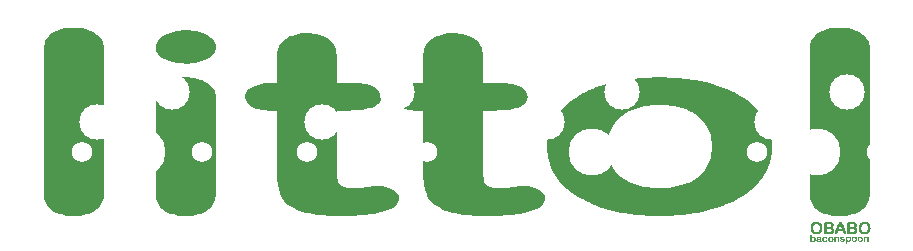
<source format=gto>
%TF.GenerationSoftware,KiCad,Pcbnew,7.0.6*%
%TF.CreationDate,2023-07-12T00:22:12-04:00*%
%TF.ProjectId,littolRP2040,6c697474-6f6c-4525-9032-3034302e6b69,rev?*%
%TF.SameCoordinates,Original*%
%TF.FileFunction,Legend,Top*%
%TF.FilePolarity,Positive*%
%FSLAX46Y46*%
G04 Gerber Fmt 4.6, Leading zero omitted, Abs format (unit mm)*
G04 Created by KiCad (PCBNEW 7.0.6) date 2023-07-12 00:22:12*
%MOMM*%
%LPD*%
G01*
G04 APERTURE LIST*
%ADD10C,0.150000*%
%ADD11C,0.250000*%
%ADD12C,3.750000*%
%ADD13C,3.048000*%
%ADD14C,3.987800*%
%ADD15C,1.750000*%
%ADD16C,3.000000*%
%ADD17R,1.700000X1.700000*%
%ADD18O,1.700000X1.700000*%
%ADD19C,0.650000*%
%ADD20O,1.000000X1.600000*%
%ADD21O,1.000000X2.100000*%
G04 APERTURE END LIST*
D10*
G36*
X247174836Y-120118640D02*
G01*
X247181266Y-120119498D01*
X247187292Y-120120930D01*
X247192916Y-120122933D01*
X247199379Y-120126242D01*
X247205212Y-120130446D01*
X247210416Y-120135545D01*
X247211381Y-120136672D01*
X247214953Y-120141446D01*
X247218049Y-120146683D01*
X247220668Y-120152382D01*
X247222811Y-120158544D01*
X247224478Y-120165168D01*
X247225669Y-120172255D01*
X247226383Y-120179804D01*
X247226607Y-120185770D01*
X247226621Y-120187816D01*
X247226621Y-120349016D01*
X247231240Y-120344300D01*
X247236029Y-120339712D01*
X247240988Y-120335253D01*
X247246117Y-120330923D01*
X247251415Y-120326721D01*
X247256884Y-120322649D01*
X247262523Y-120318705D01*
X247268332Y-120314890D01*
X247274311Y-120311203D01*
X247280460Y-120307646D01*
X247284654Y-120305346D01*
X247291141Y-120302098D01*
X247297910Y-120299170D01*
X247304959Y-120296562D01*
X247312289Y-120294272D01*
X247319900Y-120292303D01*
X247327791Y-120290652D01*
X247335964Y-120289321D01*
X247344417Y-120288310D01*
X247353151Y-120287618D01*
X247359129Y-120287334D01*
X247365233Y-120287192D01*
X247368331Y-120287174D01*
X247375439Y-120287282D01*
X247382438Y-120287605D01*
X247389329Y-120288143D01*
X247396111Y-120288896D01*
X247402784Y-120289865D01*
X247409348Y-120291048D01*
X247415803Y-120292448D01*
X247422150Y-120294062D01*
X247428388Y-120295891D01*
X247434517Y-120297936D01*
X247440538Y-120300196D01*
X247446449Y-120302671D01*
X247452252Y-120305362D01*
X247457946Y-120308268D01*
X247463531Y-120311389D01*
X247469008Y-120314725D01*
X247474371Y-120318246D01*
X247479580Y-120321960D01*
X247484634Y-120325867D01*
X247489534Y-120329966D01*
X247494279Y-120334257D01*
X247498869Y-120338740D01*
X247503305Y-120343416D01*
X247507586Y-120348284D01*
X247511713Y-120353344D01*
X247515685Y-120358597D01*
X247519503Y-120364042D01*
X247523166Y-120369679D01*
X247526674Y-120375509D01*
X247530028Y-120381531D01*
X247533228Y-120387746D01*
X247536273Y-120394153D01*
X247539165Y-120400710D01*
X247541871Y-120407415D01*
X247544390Y-120414266D01*
X247546723Y-120421263D01*
X247548869Y-120428408D01*
X247550829Y-120435698D01*
X247552601Y-120443135D01*
X247554188Y-120450719D01*
X247555587Y-120458449D01*
X247556800Y-120466326D01*
X247557827Y-120474350D01*
X247558667Y-120482520D01*
X247559320Y-120490836D01*
X247559786Y-120499299D01*
X247560066Y-120507909D01*
X247560159Y-120516665D01*
X247560108Y-120523153D01*
X247559953Y-120529574D01*
X247559696Y-120535930D01*
X247559335Y-120542219D01*
X247558871Y-120548441D01*
X247558305Y-120554597D01*
X247557635Y-120560687D01*
X247556862Y-120566710D01*
X247555986Y-120572667D01*
X247555007Y-120578557D01*
X247553926Y-120584381D01*
X247552741Y-120590139D01*
X247550770Y-120598651D01*
X247548567Y-120607014D01*
X247546970Y-120612506D01*
X247544390Y-120620595D01*
X247541597Y-120628485D01*
X247538589Y-120636178D01*
X247535368Y-120643672D01*
X247531933Y-120650967D01*
X247528284Y-120658065D01*
X247524421Y-120664964D01*
X247520345Y-120671664D01*
X247516055Y-120678167D01*
X247511550Y-120684470D01*
X247508429Y-120688563D01*
X247503579Y-120694480D01*
X247498535Y-120700143D01*
X247493299Y-120705550D01*
X247487869Y-120710703D01*
X247482246Y-120715600D01*
X247476430Y-120720242D01*
X247470420Y-120724630D01*
X247464218Y-120728762D01*
X247457822Y-120732639D01*
X247451233Y-120736262D01*
X247446733Y-120738535D01*
X247439882Y-120741678D01*
X247432902Y-120744511D01*
X247425793Y-120747036D01*
X247418555Y-120749251D01*
X247411189Y-120751157D01*
X247403693Y-120752754D01*
X247396069Y-120754042D01*
X247388316Y-120755021D01*
X247380435Y-120755691D01*
X247372424Y-120756052D01*
X247367012Y-120756120D01*
X247360427Y-120756024D01*
X247353933Y-120755736D01*
X247347531Y-120755255D01*
X247341220Y-120754582D01*
X247335001Y-120753716D01*
X247328874Y-120752658D01*
X247322838Y-120751408D01*
X247316894Y-120749966D01*
X247311139Y-120748365D01*
X247304249Y-120746190D01*
X247297696Y-120743823D01*
X247291478Y-120741262D01*
X247285597Y-120738507D01*
X247280052Y-120735560D01*
X247276887Y-120733699D01*
X247271833Y-120730525D01*
X247266091Y-120726678D01*
X247260698Y-120722790D01*
X247255656Y-120718861D01*
X247250964Y-120714890D01*
X247248750Y-120712889D01*
X247244424Y-120708790D01*
X247240129Y-120704516D01*
X247235865Y-120700066D01*
X247231631Y-120695441D01*
X247227429Y-120690641D01*
X247226604Y-120689671D01*
X247226476Y-120694995D01*
X247225829Y-120702564D01*
X247224665Y-120709652D01*
X247222983Y-120716259D01*
X247220784Y-120722385D01*
X247218067Y-120728030D01*
X247214832Y-120733195D01*
X247211081Y-120737879D01*
X247210062Y-120738975D01*
X247205782Y-120742993D01*
X247200040Y-120747263D01*
X247193861Y-120750695D01*
X247187246Y-120753291D01*
X247180194Y-120755049D01*
X247174238Y-120755853D01*
X247168003Y-120756120D01*
X247161647Y-120755843D01*
X247155620Y-120755012D01*
X247149923Y-120753627D01*
X247143266Y-120751116D01*
X247137123Y-120747739D01*
X247131496Y-120743497D01*
X247126384Y-120738388D01*
X247122778Y-120733671D01*
X247119652Y-120728460D01*
X247117008Y-120722754D01*
X247114844Y-120716553D01*
X247113161Y-120709858D01*
X247111959Y-120702668D01*
X247111237Y-120694983D01*
X247111012Y-120688895D01*
X247110997Y-120686804D01*
X247110997Y-120525604D01*
X247232044Y-120525604D01*
X247232159Y-120533780D01*
X247232504Y-120541713D01*
X247233079Y-120549401D01*
X247233885Y-120556846D01*
X247234920Y-120564047D01*
X247236186Y-120571003D01*
X247237682Y-120577716D01*
X247239408Y-120584186D01*
X247241364Y-120590411D01*
X247243550Y-120596392D01*
X247245966Y-120602130D01*
X247248612Y-120607624D01*
X247251489Y-120612874D01*
X247254596Y-120617880D01*
X247259687Y-120624932D01*
X247261499Y-120627160D01*
X247267182Y-120633446D01*
X247273184Y-120639113D01*
X247279506Y-120644162D01*
X247286146Y-120648593D01*
X247293107Y-120652405D01*
X247300387Y-120655599D01*
X247307986Y-120658175D01*
X247315904Y-120660133D01*
X247324142Y-120661473D01*
X247332700Y-120662194D01*
X247338582Y-120662331D01*
X247346043Y-120662016D01*
X247353314Y-120661069D01*
X247360393Y-120659491D01*
X247367282Y-120657282D01*
X247373981Y-120654442D01*
X247380489Y-120650971D01*
X247386806Y-120646869D01*
X247392932Y-120642135D01*
X247398868Y-120636771D01*
X247404614Y-120630775D01*
X247408338Y-120626427D01*
X247413602Y-120619411D01*
X247416824Y-120614417D01*
X247419815Y-120609170D01*
X247422577Y-120603670D01*
X247425108Y-120597917D01*
X247427410Y-120591911D01*
X247429481Y-120585652D01*
X247431322Y-120579139D01*
X247432932Y-120572374D01*
X247434313Y-120565356D01*
X247435464Y-120558085D01*
X247436384Y-120550561D01*
X247437075Y-120542784D01*
X247437535Y-120534753D01*
X247437765Y-120526470D01*
X247437794Y-120522233D01*
X247437684Y-120514047D01*
X247437356Y-120506085D01*
X247436808Y-120498348D01*
X247436042Y-120490834D01*
X247435057Y-120483544D01*
X247433853Y-120476479D01*
X247432429Y-120469637D01*
X247430787Y-120463020D01*
X247428926Y-120456627D01*
X247426846Y-120450458D01*
X247425337Y-120446469D01*
X247422940Y-120440664D01*
X247420366Y-120435119D01*
X247417613Y-120429835D01*
X247413667Y-120423193D01*
X247409404Y-120417014D01*
X247404826Y-120411298D01*
X247399932Y-120406044D01*
X247394721Y-120401253D01*
X247390606Y-120397963D01*
X247384921Y-120393979D01*
X247379001Y-120390526D01*
X247372849Y-120387604D01*
X247366463Y-120385213D01*
X247359843Y-120383354D01*
X247352990Y-120382026D01*
X247345903Y-120381229D01*
X247338582Y-120380963D01*
X247331028Y-120381229D01*
X247323680Y-120382026D01*
X247316539Y-120383354D01*
X247309603Y-120385213D01*
X247302873Y-120387604D01*
X247296350Y-120390526D01*
X247290032Y-120393979D01*
X247283921Y-120397963D01*
X247278102Y-120402458D01*
X247272591Y-120407442D01*
X247267386Y-120412917D01*
X247262488Y-120418882D01*
X247259016Y-120423677D01*
X247255717Y-120428748D01*
X247252590Y-120434095D01*
X247249636Y-120439717D01*
X247246854Y-120445615D01*
X247245965Y-120447642D01*
X247243477Y-120453855D01*
X247241234Y-120460295D01*
X247239236Y-120466962D01*
X247237482Y-120473855D01*
X247235973Y-120480975D01*
X247234708Y-120488322D01*
X247233689Y-120495895D01*
X247232914Y-120503695D01*
X247232384Y-120511722D01*
X247232098Y-120519976D01*
X247232044Y-120525604D01*
X247110997Y-120525604D01*
X247110997Y-120192652D01*
X247111128Y-120186042D01*
X247111522Y-120179731D01*
X247112179Y-120173719D01*
X247113464Y-120166167D01*
X247115215Y-120159146D01*
X247117434Y-120152657D01*
X247120120Y-120146699D01*
X247123273Y-120141272D01*
X247125945Y-120137551D01*
X247129871Y-120133052D01*
X247135315Y-120128271D01*
X247141352Y-120124428D01*
X247147983Y-120121522D01*
X247153715Y-120119872D01*
X247159828Y-120118822D01*
X247166321Y-120118372D01*
X247168003Y-120118354D01*
X247174836Y-120118640D01*
G37*
G36*
X247845233Y-120287245D02*
G01*
X247854261Y-120287458D01*
X247863043Y-120287813D01*
X247871578Y-120288310D01*
X247879868Y-120288949D01*
X247887911Y-120289730D01*
X247895708Y-120290652D01*
X247903260Y-120291717D01*
X247910565Y-120292924D01*
X247917623Y-120294272D01*
X247924436Y-120295763D01*
X247931003Y-120297396D01*
X247937323Y-120299170D01*
X247943397Y-120301087D01*
X247949225Y-120303145D01*
X247954807Y-120305346D01*
X247960183Y-120307683D01*
X247967870Y-120311501D01*
X247975104Y-120315696D01*
X247981884Y-120320266D01*
X247988210Y-120325213D01*
X247994084Y-120330536D01*
X247999503Y-120336235D01*
X248004470Y-120342310D01*
X248008983Y-120348761D01*
X248013043Y-120355588D01*
X248016649Y-120362792D01*
X248019897Y-120370398D01*
X248022825Y-120378435D01*
X248024599Y-120384032D01*
X248026232Y-120389820D01*
X248027723Y-120395799D01*
X248029071Y-120401969D01*
X248030278Y-120408331D01*
X248031343Y-120414884D01*
X248032266Y-120421628D01*
X248033046Y-120428563D01*
X248033685Y-120435689D01*
X248034182Y-120443007D01*
X248034537Y-120450515D01*
X248034750Y-120458215D01*
X248034821Y-120466106D01*
X248034820Y-120473447D01*
X248034816Y-120480577D01*
X248034809Y-120487495D01*
X248034800Y-120494202D01*
X248034789Y-120500698D01*
X248034775Y-120506982D01*
X248034758Y-120513056D01*
X248034739Y-120518918D01*
X248034709Y-120526405D01*
X248034674Y-120533517D01*
X248034633Y-120540540D01*
X248034583Y-120547760D01*
X248034523Y-120555176D01*
X248034455Y-120562790D01*
X248034377Y-120570600D01*
X248034312Y-120576587D01*
X248034243Y-120582685D01*
X248034168Y-120588894D01*
X248034088Y-120595213D01*
X248034251Y-120603033D01*
X248034586Y-120608967D01*
X248035104Y-120614960D01*
X248035805Y-120621012D01*
X248036689Y-120627124D01*
X248037756Y-120633294D01*
X248039006Y-120639524D01*
X248040439Y-120645814D01*
X248042054Y-120652162D01*
X248043853Y-120658570D01*
X248044493Y-120660719D01*
X248046379Y-120666941D01*
X248048079Y-120672749D01*
X248050057Y-120679847D01*
X248051706Y-120686208D01*
X248053303Y-120693123D01*
X248054385Y-120698885D01*
X248055034Y-120705017D01*
X248055044Y-120705709D01*
X248054611Y-120711703D01*
X248053313Y-120717504D01*
X248051148Y-120723112D01*
X248048118Y-120728526D01*
X248044222Y-120733748D01*
X248039460Y-120738776D01*
X248037312Y-120740733D01*
X248031657Y-120745166D01*
X248025772Y-120748848D01*
X248019658Y-120751778D01*
X248013315Y-120753957D01*
X248006744Y-120755384D01*
X247999943Y-120756060D01*
X247997159Y-120756120D01*
X247991192Y-120755695D01*
X247985289Y-120754417D01*
X247979451Y-120752289D01*
X247973677Y-120749308D01*
X247967968Y-120745477D01*
X247962323Y-120740793D01*
X247960083Y-120738681D01*
X247955668Y-120734168D01*
X247951290Y-120729348D01*
X247946949Y-120724222D01*
X247942644Y-120718788D01*
X247938376Y-120713047D01*
X247934144Y-120707000D01*
X247929949Y-120700646D01*
X247926827Y-120695679D01*
X247925791Y-120693985D01*
X247921149Y-120697598D01*
X247914158Y-120702829D01*
X247907134Y-120707834D01*
X247900076Y-120712611D01*
X247892985Y-120717162D01*
X247885860Y-120721486D01*
X247878702Y-120725584D01*
X247871510Y-120729455D01*
X247864285Y-120733099D01*
X247857026Y-120736517D01*
X247849734Y-120739707D01*
X247842370Y-120742641D01*
X247834841Y-120745285D01*
X247827147Y-120747641D01*
X247819289Y-120749709D01*
X247811266Y-120751488D01*
X247803077Y-120752979D01*
X247794724Y-120754181D01*
X247786206Y-120755095D01*
X247777523Y-120755720D01*
X247771643Y-120755976D01*
X247765690Y-120756104D01*
X247762686Y-120756120D01*
X247754453Y-120755966D01*
X247746405Y-120755502D01*
X247738543Y-120754729D01*
X247730867Y-120753647D01*
X247723376Y-120752256D01*
X247716070Y-120750556D01*
X247708950Y-120748547D01*
X247702016Y-120746229D01*
X247695267Y-120743601D01*
X247688703Y-120740664D01*
X247684430Y-120738535D01*
X247678218Y-120735128D01*
X247672277Y-120731502D01*
X247666606Y-120727658D01*
X247661205Y-120723594D01*
X247656075Y-120719312D01*
X247651215Y-120714810D01*
X247646626Y-120710089D01*
X247642307Y-120705150D01*
X247638259Y-120699992D01*
X247634482Y-120694614D01*
X247632113Y-120690908D01*
X247628840Y-120685202D01*
X247625888Y-120679407D01*
X247623258Y-120673521D01*
X247620951Y-120667545D01*
X247618965Y-120661479D01*
X247617301Y-120655323D01*
X247615960Y-120649076D01*
X247614940Y-120642740D01*
X247614242Y-120636313D01*
X247613867Y-120629796D01*
X247613795Y-120625402D01*
X247613914Y-120619503D01*
X247614164Y-120616023D01*
X247736014Y-120616023D01*
X247736451Y-120623052D01*
X247737760Y-120629759D01*
X247739943Y-120636143D01*
X247742998Y-120642206D01*
X247746927Y-120647947D01*
X247751728Y-120653366D01*
X247753893Y-120655444D01*
X247758578Y-120659256D01*
X247763620Y-120662560D01*
X247769019Y-120665356D01*
X247774776Y-120667643D01*
X247780889Y-120669423D01*
X247787360Y-120670693D01*
X247794188Y-120671456D01*
X247801374Y-120671710D01*
X247807374Y-120671589D01*
X247813283Y-120671226D01*
X247821023Y-120670365D01*
X247828602Y-120669073D01*
X247836021Y-120667352D01*
X247843279Y-120665199D01*
X247850378Y-120662616D01*
X247857316Y-120659603D01*
X247860725Y-120657935D01*
X247867308Y-120654370D01*
X247873428Y-120650562D01*
X247879086Y-120646511D01*
X247884282Y-120642218D01*
X247889015Y-120637682D01*
X247893285Y-120632903D01*
X247897093Y-120627881D01*
X247900439Y-120622617D01*
X247903873Y-120616071D01*
X247906149Y-120610503D01*
X247908167Y-120604371D01*
X247909927Y-120597674D01*
X247911430Y-120590414D01*
X247912675Y-120582589D01*
X247913662Y-120574201D01*
X247914177Y-120568295D01*
X247914578Y-120562138D01*
X247914864Y-120555731D01*
X247915036Y-120549073D01*
X247915093Y-120542164D01*
X247915093Y-120533078D01*
X247908534Y-120535263D01*
X247902281Y-120537125D01*
X247895136Y-120539087D01*
X247889191Y-120540625D01*
X247882744Y-120542220D01*
X247875794Y-120543871D01*
X247868342Y-120545579D01*
X247860388Y-120547343D01*
X247851932Y-120549164D01*
X247849001Y-120549784D01*
X247843200Y-120550991D01*
X247834935Y-120552724D01*
X247827193Y-120554364D01*
X247819974Y-120555911D01*
X247813278Y-120557366D01*
X247807104Y-120558727D01*
X247799687Y-120560399D01*
X247793198Y-120561906D01*
X247786396Y-120563557D01*
X247784081Y-120564146D01*
X247777569Y-120566133D01*
X247771222Y-120568686D01*
X247765040Y-120571807D01*
X247760013Y-120574840D01*
X247755102Y-120578267D01*
X247751255Y-120581291D01*
X247746864Y-120585462D01*
X247743218Y-120590098D01*
X247740316Y-120595200D01*
X247738158Y-120600766D01*
X247736744Y-120606797D01*
X247736074Y-120613294D01*
X247736014Y-120616023D01*
X247614164Y-120616023D01*
X247614536Y-120610862D01*
X247615691Y-120602467D01*
X247617380Y-120594320D01*
X247619601Y-120586420D01*
X247622357Y-120578768D01*
X247625645Y-120571363D01*
X247629466Y-120564205D01*
X247633821Y-120557295D01*
X247638709Y-120550631D01*
X247644130Y-120544215D01*
X247650014Y-120538119D01*
X247656289Y-120532414D01*
X247662956Y-120527100D01*
X247670014Y-120522179D01*
X247677464Y-120517648D01*
X247682648Y-120514846D01*
X247688006Y-120512217D01*
X247693538Y-120509762D01*
X247699244Y-120507482D01*
X247705124Y-120505375D01*
X247711178Y-120503442D01*
X247717406Y-120501684D01*
X247723809Y-120500099D01*
X247727075Y-120499372D01*
X247733277Y-120498059D01*
X247739570Y-120496769D01*
X247745723Y-120495526D01*
X247752869Y-120494094D01*
X247758881Y-120492898D01*
X247765452Y-120491596D01*
X247772582Y-120490188D01*
X247780271Y-120488675D01*
X247788131Y-120487094D01*
X247795775Y-120485539D01*
X247803203Y-120484009D01*
X247810414Y-120482506D01*
X247817408Y-120481028D01*
X247824187Y-120479576D01*
X247830749Y-120478150D01*
X247837094Y-120476749D01*
X247843223Y-120475375D01*
X247849136Y-120474026D01*
X247852958Y-120473141D01*
X247860530Y-120471352D01*
X247866242Y-120469972D01*
X247871983Y-120468558D01*
X247877752Y-120467111D01*
X247883549Y-120465630D01*
X247889375Y-120464116D01*
X247895229Y-120462568D01*
X247901111Y-120460987D01*
X247907022Y-120459372D01*
X247912961Y-120457724D01*
X247914947Y-120457167D01*
X247914502Y-120450139D01*
X247913829Y-120443454D01*
X247912926Y-120437112D01*
X247911794Y-120431112D01*
X247909927Y-120423645D01*
X247907654Y-120416787D01*
X247904972Y-120410538D01*
X247901883Y-120404898D01*
X247898387Y-120399868D01*
X247894176Y-120395437D01*
X247888944Y-120391597D01*
X247882691Y-120388348D01*
X247875416Y-120385690D01*
X247869290Y-120384083D01*
X247862589Y-120382810D01*
X247855314Y-120381868D01*
X247847465Y-120381259D01*
X247839041Y-120380982D01*
X247836105Y-120380963D01*
X247828459Y-120381061D01*
X247821185Y-120381355D01*
X247814281Y-120381844D01*
X247807748Y-120382530D01*
X247801587Y-120383411D01*
X247795796Y-120384487D01*
X247788652Y-120386228D01*
X247782167Y-120388316D01*
X247776342Y-120390752D01*
X247773677Y-120392101D01*
X247767394Y-120395871D01*
X247762553Y-120399305D01*
X247757878Y-120403109D01*
X247753367Y-120407285D01*
X247749021Y-120411831D01*
X247744840Y-120416748D01*
X247740823Y-120422036D01*
X247737919Y-120426246D01*
X247734267Y-120431771D01*
X247730858Y-120436843D01*
X247726937Y-120442545D01*
X247723396Y-120447539D01*
X247719647Y-120452597D01*
X247715963Y-120457208D01*
X247715498Y-120457753D01*
X247710909Y-120461408D01*
X247705256Y-120463749D01*
X247699194Y-120465119D01*
X247693284Y-120465813D01*
X247686594Y-120466098D01*
X247685163Y-120466106D01*
X247678835Y-120465770D01*
X247672764Y-120464761D01*
X247666951Y-120463080D01*
X247661395Y-120460725D01*
X247656097Y-120457699D01*
X247651057Y-120453999D01*
X247649113Y-120452331D01*
X247644722Y-120447837D01*
X247641076Y-120442963D01*
X247638173Y-120437710D01*
X247636015Y-120432078D01*
X247634601Y-120426067D01*
X247633931Y-120419676D01*
X247633872Y-120417014D01*
X247634064Y-120411042D01*
X247634640Y-120405106D01*
X247635599Y-120399206D01*
X247636943Y-120393342D01*
X247638670Y-120387514D01*
X247640781Y-120381722D01*
X247643276Y-120375967D01*
X247646154Y-120370247D01*
X247649417Y-120364564D01*
X247653063Y-120358916D01*
X247655707Y-120355171D01*
X247660010Y-120349661D01*
X247664730Y-120344342D01*
X247669868Y-120339213D01*
X247675422Y-120334275D01*
X247681394Y-120329527D01*
X247687784Y-120324970D01*
X247694590Y-120320604D01*
X247701814Y-120316428D01*
X247709455Y-120312443D01*
X247714782Y-120309892D01*
X247720293Y-120307426D01*
X247723118Y-120306225D01*
X247728900Y-120303918D01*
X247734851Y-120301760D01*
X247740972Y-120299751D01*
X247747262Y-120297890D01*
X247753721Y-120296179D01*
X247760350Y-120294616D01*
X247767148Y-120293202D01*
X247774116Y-120291937D01*
X247781253Y-120290821D01*
X247788560Y-120289853D01*
X247796036Y-120289035D01*
X247803682Y-120288365D01*
X247811497Y-120287844D01*
X247819481Y-120287472D01*
X247827635Y-120287249D01*
X247835958Y-120287174D01*
X247845233Y-120287245D01*
G37*
G36*
X248549783Y-120611480D02*
G01*
X248549461Y-120618551D01*
X248548495Y-120625751D01*
X248547258Y-120631604D01*
X248545610Y-120637539D01*
X248543549Y-120643556D01*
X248541076Y-120649656D01*
X248538191Y-120655839D01*
X248536594Y-120658961D01*
X248533125Y-120665184D01*
X248529239Y-120671325D01*
X248524936Y-120677384D01*
X248520217Y-120683360D01*
X248515081Y-120689254D01*
X248510956Y-120693621D01*
X248506596Y-120697941D01*
X248502001Y-120702214D01*
X248497173Y-120706441D01*
X248492107Y-120710568D01*
X248486802Y-120714540D01*
X248481257Y-120718358D01*
X248475473Y-120722021D01*
X248469449Y-120725530D01*
X248463185Y-120728884D01*
X248456682Y-120732083D01*
X248449939Y-120735128D01*
X248442957Y-120738018D01*
X248435735Y-120740754D01*
X248430788Y-120742492D01*
X248423226Y-120744927D01*
X248415490Y-120747123D01*
X248407578Y-120749080D01*
X248399491Y-120750797D01*
X248391229Y-120752274D01*
X248382792Y-120753512D01*
X248374179Y-120754510D01*
X248368340Y-120755042D01*
X248362423Y-120755468D01*
X248356429Y-120755788D01*
X248350356Y-120756001D01*
X248344206Y-120756107D01*
X248341102Y-120756120D01*
X248334498Y-120756059D01*
X248327985Y-120755877D01*
X248321563Y-120755572D01*
X248315232Y-120755145D01*
X248308992Y-120754596D01*
X248302843Y-120753926D01*
X248296785Y-120753133D01*
X248290818Y-120752219D01*
X248284942Y-120751182D01*
X248279157Y-120750024D01*
X248267861Y-120747341D01*
X248256928Y-120744171D01*
X248246360Y-120740513D01*
X248236155Y-120736368D01*
X248226315Y-120731734D01*
X248216839Y-120726613D01*
X248207727Y-120721004D01*
X248198979Y-120714908D01*
X248190595Y-120708324D01*
X248182575Y-120701252D01*
X248174919Y-120693692D01*
X248167678Y-120685724D01*
X248160905Y-120677425D01*
X248154599Y-120668798D01*
X248148760Y-120659840D01*
X248143388Y-120650553D01*
X248138484Y-120640935D01*
X248134046Y-120630989D01*
X248130076Y-120620712D01*
X248126572Y-120610106D01*
X248123536Y-120599170D01*
X248120967Y-120587904D01*
X248119858Y-120582148D01*
X248118865Y-120576309D01*
X248117989Y-120570387D01*
X248117230Y-120564384D01*
X248116588Y-120558297D01*
X248116062Y-120552129D01*
X248115654Y-120545878D01*
X248115362Y-120539544D01*
X248115186Y-120533128D01*
X248115128Y-120526630D01*
X248115235Y-120517846D01*
X248115554Y-120509189D01*
X248116086Y-120500659D01*
X248116832Y-120492256D01*
X248117790Y-120483980D01*
X248118961Y-120475831D01*
X248120345Y-120467809D01*
X248121942Y-120459915D01*
X248123753Y-120452147D01*
X248125776Y-120444507D01*
X248128011Y-120436994D01*
X248130460Y-120429607D01*
X248133122Y-120422348D01*
X248135997Y-120415216D01*
X248139085Y-120408211D01*
X248142386Y-120401333D01*
X248145906Y-120394616D01*
X248149617Y-120388091D01*
X248153517Y-120381761D01*
X248157608Y-120375624D01*
X248161889Y-120369680D01*
X248166360Y-120363930D01*
X248171020Y-120358373D01*
X248175871Y-120353010D01*
X248180912Y-120347840D01*
X248186143Y-120342864D01*
X248191564Y-120338081D01*
X248197175Y-120333492D01*
X248202976Y-120329096D01*
X248208968Y-120324894D01*
X248215149Y-120320885D01*
X248221520Y-120317069D01*
X248228083Y-120313449D01*
X248234801Y-120310063D01*
X248241675Y-120306910D01*
X248248704Y-120303990D01*
X248255890Y-120301304D01*
X248263231Y-120298852D01*
X248270728Y-120296633D01*
X248278380Y-120294648D01*
X248286188Y-120292896D01*
X248294152Y-120291378D01*
X248302272Y-120290094D01*
X248310547Y-120289043D01*
X248318978Y-120288225D01*
X248327564Y-120287641D01*
X248336307Y-120287291D01*
X248345205Y-120287174D01*
X248353467Y-120287289D01*
X248361604Y-120287633D01*
X248369614Y-120288206D01*
X248377498Y-120289008D01*
X248385255Y-120290040D01*
X248392887Y-120291301D01*
X248400392Y-120292791D01*
X248407771Y-120294511D01*
X248415023Y-120296459D01*
X248422150Y-120298637D01*
X248426831Y-120300217D01*
X248433737Y-120302703D01*
X248440442Y-120305326D01*
X248446947Y-120308085D01*
X248453250Y-120310981D01*
X248459353Y-120314013D01*
X248465254Y-120317182D01*
X248470955Y-120320488D01*
X248476455Y-120323930D01*
X248481754Y-120327508D01*
X248486852Y-120331223D01*
X248490139Y-120333776D01*
X248494923Y-120337651D01*
X248499493Y-120341583D01*
X248503849Y-120345571D01*
X248509325Y-120350977D01*
X248514421Y-120356484D01*
X248519137Y-120362092D01*
X248523473Y-120367800D01*
X248527428Y-120373610D01*
X248530146Y-120378032D01*
X248533408Y-120383890D01*
X248536236Y-120389665D01*
X248538629Y-120395357D01*
X248540587Y-120400967D01*
X248542422Y-120407863D01*
X248543578Y-120414631D01*
X248544054Y-120421270D01*
X248544067Y-120422582D01*
X248543663Y-120429329D01*
X248542450Y-120435740D01*
X248540429Y-120441814D01*
X248537599Y-120447552D01*
X248533960Y-120452954D01*
X248529513Y-120458020D01*
X248527508Y-120459952D01*
X248522210Y-120464342D01*
X248516577Y-120467989D01*
X248510607Y-120470891D01*
X248504301Y-120473049D01*
X248497658Y-120474463D01*
X248490679Y-120475133D01*
X248487794Y-120475192D01*
X248481200Y-120474814D01*
X248475139Y-120473678D01*
X248468865Y-120471452D01*
X248463287Y-120468237D01*
X248462002Y-120467279D01*
X248457487Y-120463332D01*
X248452789Y-120458543D01*
X248448618Y-120453769D01*
X248444313Y-120448377D01*
X248440623Y-120443411D01*
X248439873Y-120442366D01*
X248436070Y-120436706D01*
X248432243Y-120431322D01*
X248428393Y-120426213D01*
X248424520Y-120421380D01*
X248420624Y-120416823D01*
X248415393Y-120411175D01*
X248410121Y-120406017D01*
X248404808Y-120401350D01*
X248399453Y-120397172D01*
X248398108Y-120396204D01*
X248392576Y-120392632D01*
X248386677Y-120389536D01*
X248380412Y-120386917D01*
X248373781Y-120384774D01*
X248366784Y-120383107D01*
X248359420Y-120381916D01*
X248351689Y-120381202D01*
X248345651Y-120380978D01*
X248343593Y-120380963D01*
X248337711Y-120381112D01*
X248329156Y-120381890D01*
X248320924Y-120383336D01*
X248313014Y-120385448D01*
X248305425Y-120388228D01*
X248298159Y-120391675D01*
X248291214Y-120395790D01*
X248284592Y-120400571D01*
X248278291Y-120406020D01*
X248272313Y-120412136D01*
X248266656Y-120418919D01*
X248263107Y-120423758D01*
X248259787Y-120428824D01*
X248256696Y-120434117D01*
X248253834Y-120439637D01*
X248251200Y-120445383D01*
X248248796Y-120451356D01*
X248246621Y-120457555D01*
X248244674Y-120463982D01*
X248242957Y-120470635D01*
X248241469Y-120477514D01*
X248240209Y-120484620D01*
X248239179Y-120491953D01*
X248238378Y-120499513D01*
X248237805Y-120507300D01*
X248237462Y-120515313D01*
X248237347Y-120523552D01*
X248237466Y-120531312D01*
X248237823Y-120538912D01*
X248238419Y-120546352D01*
X248239252Y-120553631D01*
X248240324Y-120560750D01*
X248241634Y-120567708D01*
X248243182Y-120574507D01*
X248244968Y-120581145D01*
X248246976Y-120587542D01*
X248249190Y-120593693D01*
X248251610Y-120599596D01*
X248254237Y-120605252D01*
X248257069Y-120610660D01*
X248260108Y-120615821D01*
X248263352Y-120620735D01*
X248266803Y-120625402D01*
X248271385Y-120630866D01*
X248276245Y-120635900D01*
X248281385Y-120640506D01*
X248286804Y-120644682D01*
X248292502Y-120648428D01*
X248298479Y-120651746D01*
X248300948Y-120652952D01*
X248307322Y-120655654D01*
X248313897Y-120657898D01*
X248320672Y-120659684D01*
X248327647Y-120661012D01*
X248334822Y-120661882D01*
X248340707Y-120662249D01*
X248345205Y-120662331D01*
X248351195Y-120662199D01*
X248358925Y-120661609D01*
X248366362Y-120660548D01*
X248373506Y-120659015D01*
X248380357Y-120657010D01*
X248386915Y-120654533D01*
X248393180Y-120651585D01*
X248399152Y-120648166D01*
X248400599Y-120647237D01*
X248406305Y-120643173D01*
X248411846Y-120638600D01*
X248417223Y-120633519D01*
X248422434Y-120627930D01*
X248426235Y-120623404D01*
X248429943Y-120618592D01*
X248433558Y-120613495D01*
X248437080Y-120608112D01*
X248440509Y-120602442D01*
X248441632Y-120600489D01*
X248445029Y-120594503D01*
X248448533Y-120588911D01*
X248452144Y-120583713D01*
X248455863Y-120578908D01*
X248460467Y-120573661D01*
X248465226Y-120568982D01*
X248470328Y-120564997D01*
X248475853Y-120561837D01*
X248481800Y-120559502D01*
X248488169Y-120557991D01*
X248494961Y-120557304D01*
X248497319Y-120557258D01*
X248504224Y-120557680D01*
X248510743Y-120558947D01*
X248516875Y-120561057D01*
X248522621Y-120564013D01*
X248527981Y-120567812D01*
X248532954Y-120572456D01*
X248534835Y-120574550D01*
X248539141Y-120580011D01*
X248542718Y-120585587D01*
X248545564Y-120591277D01*
X248547681Y-120597082D01*
X248549067Y-120603001D01*
X248549724Y-120609034D01*
X248549783Y-120611480D01*
G37*
G36*
X248843478Y-120287241D02*
G01*
X248849869Y-120287440D01*
X248856186Y-120287772D01*
X248862429Y-120288237D01*
X248868597Y-120288834D01*
X248874690Y-120289565D01*
X248880710Y-120290428D01*
X248886655Y-120291424D01*
X248892525Y-120292553D01*
X248898321Y-120293815D01*
X248904043Y-120295209D01*
X248912485Y-120297550D01*
X248920761Y-120300189D01*
X248928869Y-120303128D01*
X248931534Y-120304173D01*
X248939396Y-120307462D01*
X248947043Y-120311008D01*
X248954477Y-120314812D01*
X248961697Y-120318874D01*
X248968704Y-120323193D01*
X248975496Y-120327770D01*
X248982075Y-120332604D01*
X248988440Y-120337696D01*
X248994591Y-120343045D01*
X249000528Y-120348652D01*
X249004367Y-120352534D01*
X249009953Y-120358517D01*
X249015278Y-120364706D01*
X249020342Y-120371101D01*
X249025147Y-120377703D01*
X249029692Y-120384510D01*
X249033976Y-120391524D01*
X249038000Y-120398744D01*
X249041764Y-120406169D01*
X249045268Y-120413801D01*
X249048511Y-120421639D01*
X249050529Y-120426979D01*
X249053358Y-120435108D01*
X249055908Y-120443395D01*
X249058180Y-120451838D01*
X249059540Y-120457555D01*
X249060777Y-120463341D01*
X249061889Y-120469197D01*
X249062879Y-120475123D01*
X249063744Y-120481119D01*
X249064486Y-120487185D01*
X249065104Y-120493320D01*
X249065599Y-120499525D01*
X249065970Y-120505800D01*
X249066217Y-120512145D01*
X249066341Y-120518560D01*
X249066356Y-120521794D01*
X249066294Y-120528175D01*
X249066107Y-120534495D01*
X249065795Y-120540755D01*
X249065358Y-120546954D01*
X249064796Y-120553092D01*
X249064110Y-120559170D01*
X249063299Y-120565187D01*
X249062363Y-120571143D01*
X249061302Y-120577039D01*
X249060117Y-120582874D01*
X249058806Y-120588648D01*
X249057371Y-120594361D01*
X249055811Y-120600014D01*
X249053237Y-120608380D01*
X249050383Y-120616609D01*
X249047260Y-120624637D01*
X249043883Y-120632453D01*
X249040250Y-120640058D01*
X249036362Y-120647452D01*
X249032220Y-120654635D01*
X249027822Y-120661606D01*
X249023169Y-120668367D01*
X249018262Y-120674916D01*
X249013099Y-120681254D01*
X249007681Y-120687380D01*
X249003928Y-120691347D01*
X248998137Y-120697099D01*
X248992140Y-120702592D01*
X248985937Y-120707828D01*
X248979528Y-120712807D01*
X248972913Y-120717528D01*
X248966092Y-120721991D01*
X248959064Y-120726197D01*
X248951831Y-120730145D01*
X248944391Y-120733836D01*
X248936746Y-120737269D01*
X248931534Y-120739414D01*
X248923557Y-120742400D01*
X248915396Y-120745092D01*
X248907053Y-120747490D01*
X248898527Y-120749595D01*
X248892741Y-120750834D01*
X248886874Y-120751944D01*
X248880926Y-120752923D01*
X248874897Y-120753771D01*
X248868786Y-120754489D01*
X248862594Y-120755076D01*
X248856320Y-120755533D01*
X248849965Y-120755859D01*
X248843529Y-120756055D01*
X248837012Y-120756120D01*
X248830567Y-120756055D01*
X248824201Y-120755857D01*
X248817914Y-120755528D01*
X248811706Y-120755067D01*
X248805576Y-120754475D01*
X248799526Y-120753751D01*
X248793555Y-120752895D01*
X248787663Y-120751907D01*
X248781850Y-120750788D01*
X248776116Y-120749537D01*
X248767662Y-120747414D01*
X248759387Y-120744995D01*
X248751289Y-120742279D01*
X248743370Y-120739268D01*
X248735663Y-120735953D01*
X248728149Y-120732383D01*
X248720828Y-120728558D01*
X248713701Y-120724478D01*
X248706767Y-120720143D01*
X248700026Y-120715553D01*
X248693478Y-120710708D01*
X248687123Y-120705608D01*
X248680962Y-120700253D01*
X248674994Y-120694643D01*
X248671122Y-120690761D01*
X248665510Y-120684728D01*
X248660157Y-120678499D01*
X248655065Y-120672075D01*
X248650233Y-120665454D01*
X248645661Y-120658638D01*
X248641349Y-120651626D01*
X248637297Y-120644419D01*
X248633506Y-120637015D01*
X248629975Y-120629416D01*
X248626704Y-120621621D01*
X248624667Y-120616316D01*
X248621865Y-120608213D01*
X248619339Y-120599950D01*
X248617088Y-120591527D01*
X248615112Y-120582945D01*
X248613948Y-120577134D01*
X248612907Y-120571253D01*
X248611988Y-120565301D01*
X248611192Y-120559277D01*
X248610518Y-120553183D01*
X248609967Y-120547018D01*
X248609538Y-120540782D01*
X248609232Y-120534475D01*
X248609048Y-120528096D01*
X248608988Y-120521794D01*
X248731206Y-120521794D01*
X248731320Y-120529827D01*
X248731660Y-120537659D01*
X248732226Y-120545290D01*
X248733020Y-120552720D01*
X248734040Y-120559949D01*
X248735287Y-120566977D01*
X248736760Y-120573804D01*
X248738460Y-120580430D01*
X248740387Y-120586856D01*
X248742541Y-120593080D01*
X248744102Y-120597118D01*
X248746642Y-120602948D01*
X248749369Y-120608513D01*
X248752285Y-120613812D01*
X248755389Y-120618846D01*
X248759819Y-120625145D01*
X248764584Y-120630973D01*
X248769684Y-120636328D01*
X248775117Y-120641213D01*
X248780885Y-120645625D01*
X248786955Y-120649540D01*
X248793296Y-120652934D01*
X248799906Y-120655805D01*
X248806787Y-120658155D01*
X248813938Y-120659982D01*
X248821359Y-120661287D01*
X248829051Y-120662070D01*
X248834997Y-120662315D01*
X248837012Y-120662331D01*
X248843035Y-120662187D01*
X248848903Y-120661754D01*
X248857415Y-120660564D01*
X248865580Y-120658725D01*
X248873397Y-120656236D01*
X248880866Y-120653099D01*
X248887987Y-120649312D01*
X248894761Y-120644876D01*
X248901187Y-120639791D01*
X248907265Y-120634057D01*
X248912995Y-120627674D01*
X248914828Y-120625402D01*
X248918359Y-120620652D01*
X248921663Y-120615672D01*
X248924739Y-120610463D01*
X248927587Y-120605023D01*
X248930207Y-120599353D01*
X248932599Y-120593452D01*
X248934763Y-120587322D01*
X248936700Y-120580962D01*
X248938409Y-120574371D01*
X248939890Y-120567550D01*
X248941143Y-120560500D01*
X248942168Y-120553219D01*
X248942965Y-120545708D01*
X248943535Y-120537967D01*
X248943877Y-120529995D01*
X248943991Y-120521794D01*
X248943877Y-120513505D01*
X248943535Y-120505454D01*
X248942965Y-120497641D01*
X248942168Y-120490067D01*
X248941143Y-120482730D01*
X248939890Y-120475632D01*
X248938409Y-120468772D01*
X248936700Y-120462150D01*
X248934763Y-120455766D01*
X248932599Y-120449620D01*
X248930207Y-120443712D01*
X248927587Y-120438043D01*
X248924739Y-120432612D01*
X248921663Y-120427418D01*
X248918359Y-120422463D01*
X248914828Y-120417746D01*
X248909214Y-120411173D01*
X248903251Y-120405246D01*
X248896942Y-120399966D01*
X248890284Y-120395332D01*
X248883278Y-120391345D01*
X248875925Y-120388004D01*
X248868224Y-120385310D01*
X248860176Y-120383262D01*
X248851779Y-120381861D01*
X248843035Y-120381107D01*
X248837012Y-120380963D01*
X248829252Y-120381220D01*
X248821726Y-120381989D01*
X248814433Y-120383272D01*
X248807373Y-120385067D01*
X248800548Y-120387375D01*
X248793955Y-120390196D01*
X248787597Y-120393530D01*
X248781471Y-120397377D01*
X248775667Y-120401693D01*
X248770197Y-120406508D01*
X248765061Y-120411823D01*
X248760259Y-120417636D01*
X248755792Y-120423949D01*
X248752660Y-120429012D01*
X248749717Y-120434355D01*
X248746962Y-120439979D01*
X248744395Y-120445883D01*
X248742038Y-120452029D01*
X248739913Y-120458375D01*
X248738020Y-120464922D01*
X248736358Y-120471671D01*
X248734929Y-120478620D01*
X248733731Y-120485770D01*
X248732765Y-120493121D01*
X248732031Y-120500673D01*
X248731528Y-120508426D01*
X248731258Y-120516380D01*
X248731206Y-120521794D01*
X248608988Y-120521794D01*
X248608987Y-120521647D01*
X248609049Y-120515160D01*
X248609237Y-120508742D01*
X248609549Y-120502393D01*
X248609985Y-120496112D01*
X248610547Y-120489900D01*
X248611233Y-120483756D01*
X248612045Y-120477681D01*
X248612980Y-120471675D01*
X248614041Y-120465738D01*
X248615227Y-120459869D01*
X248616537Y-120454069D01*
X248617972Y-120448338D01*
X248619532Y-120442675D01*
X248622106Y-120434310D01*
X248624961Y-120426099D01*
X248628078Y-120418049D01*
X248631440Y-120410221D01*
X248635047Y-120402614D01*
X248638898Y-120395229D01*
X248642995Y-120388065D01*
X248647336Y-120381123D01*
X248651921Y-120374402D01*
X248656752Y-120367903D01*
X248661827Y-120361625D01*
X248667147Y-120355569D01*
X248670829Y-120351654D01*
X248676572Y-120345955D01*
X248682533Y-120340509D01*
X248688713Y-120335315D01*
X248695112Y-120330373D01*
X248701731Y-120325684D01*
X248708568Y-120321247D01*
X248715624Y-120317063D01*
X248722899Y-120313131D01*
X248730393Y-120309452D01*
X248738106Y-120306025D01*
X248743370Y-120303880D01*
X248751414Y-120300895D01*
X248759610Y-120298203D01*
X248767959Y-120295805D01*
X248776459Y-120293700D01*
X248782210Y-120292460D01*
X248788029Y-120291351D01*
X248793916Y-120290372D01*
X248799870Y-120289523D01*
X248805891Y-120288806D01*
X248811980Y-120288218D01*
X248818137Y-120287761D01*
X248824361Y-120287435D01*
X248830653Y-120287239D01*
X248837012Y-120287174D01*
X248843478Y-120287241D01*
G37*
G36*
X249254374Y-120352240D02*
G01*
X249254228Y-120352240D01*
X249258501Y-120346999D01*
X249263021Y-120341935D01*
X249267788Y-120337049D01*
X249272803Y-120332340D01*
X249278064Y-120327809D01*
X249283574Y-120323456D01*
X249289330Y-120319281D01*
X249295334Y-120315283D01*
X249301585Y-120311464D01*
X249308083Y-120307822D01*
X249312553Y-120305492D01*
X249319434Y-120302219D01*
X249326503Y-120299267D01*
X249333760Y-120296637D01*
X249341205Y-120294330D01*
X249348838Y-120292344D01*
X249356659Y-120290680D01*
X249364669Y-120289339D01*
X249372866Y-120288319D01*
X249381251Y-120287621D01*
X249389824Y-120287246D01*
X249395644Y-120287174D01*
X249404134Y-120287345D01*
X249412455Y-120287859D01*
X249420610Y-120288716D01*
X249428597Y-120289915D01*
X249436416Y-120291457D01*
X249444068Y-120293341D01*
X249451553Y-120295568D01*
X249458870Y-120298138D01*
X249466019Y-120301050D01*
X249473002Y-120304305D01*
X249477564Y-120306665D01*
X249484189Y-120310435D01*
X249490493Y-120314491D01*
X249496475Y-120318832D01*
X249502135Y-120323460D01*
X249507473Y-120328374D01*
X249512489Y-120333574D01*
X249517183Y-120339059D01*
X249521555Y-120344831D01*
X249525605Y-120350888D01*
X249529333Y-120357232D01*
X249531639Y-120361619D01*
X249534405Y-120367055D01*
X249536915Y-120372592D01*
X249539168Y-120378229D01*
X249541164Y-120383968D01*
X249542905Y-120389807D01*
X249544388Y-120395746D01*
X249545616Y-120401787D01*
X249546587Y-120407928D01*
X249547377Y-120414323D01*
X249548061Y-120421126D01*
X249548640Y-120428337D01*
X249549114Y-120435955D01*
X249549401Y-120441936D01*
X249549628Y-120448146D01*
X249549796Y-120454586D01*
X249549904Y-120461254D01*
X249549954Y-120468153D01*
X249549957Y-120470503D01*
X249549957Y-120682261D01*
X249549809Y-120688845D01*
X249549365Y-120695133D01*
X249548624Y-120701124D01*
X249547176Y-120708652D01*
X249545201Y-120715653D01*
X249542699Y-120722127D01*
X249539671Y-120728075D01*
X249536116Y-120733496D01*
X249533104Y-120737216D01*
X249528770Y-120741647D01*
X249524119Y-120745487D01*
X249519153Y-120748736D01*
X249513870Y-120751394D01*
X249508272Y-120753462D01*
X249502357Y-120754939D01*
X249496127Y-120755825D01*
X249489580Y-120756120D01*
X249482926Y-120755818D01*
X249476593Y-120754911D01*
X249470580Y-120753400D01*
X249464887Y-120751284D01*
X249459515Y-120748564D01*
X249454464Y-120745239D01*
X249449734Y-120741310D01*
X249445323Y-120736776D01*
X249441374Y-120731659D01*
X249437950Y-120726051D01*
X249435054Y-120719953D01*
X249432684Y-120713366D01*
X249430841Y-120706288D01*
X249429524Y-120698720D01*
X249428882Y-120692723D01*
X249428537Y-120686450D01*
X249428471Y-120682115D01*
X249428471Y-120492338D01*
X249428414Y-120485539D01*
X249428244Y-120478952D01*
X249427961Y-120472579D01*
X249427564Y-120466418D01*
X249427054Y-120460470D01*
X249426076Y-120451948D01*
X249424844Y-120443905D01*
X249423356Y-120436341D01*
X249421613Y-120429256D01*
X249419616Y-120422650D01*
X249417363Y-120416524D01*
X249414855Y-120410876D01*
X249413963Y-120409100D01*
X249409885Y-120402506D01*
X249404904Y-120396790D01*
X249399022Y-120391954D01*
X249392237Y-120387998D01*
X249386557Y-120385607D01*
X249380369Y-120383711D01*
X249373673Y-120382310D01*
X249366470Y-120381403D01*
X249358760Y-120380991D01*
X249356077Y-120380963D01*
X249349011Y-120381234D01*
X249342100Y-120382044D01*
X249335345Y-120383395D01*
X249328746Y-120385287D01*
X249322303Y-120387718D01*
X249316015Y-120390690D01*
X249309883Y-120394203D01*
X249303907Y-120398256D01*
X249298237Y-120402780D01*
X249292953Y-120407708D01*
X249288052Y-120413039D01*
X249283537Y-120418772D01*
X249279406Y-120424909D01*
X249275660Y-120431448D01*
X249272299Y-120438391D01*
X249270030Y-120443862D01*
X249269322Y-120445737D01*
X249267467Y-120452617D01*
X249266239Y-120458683D01*
X249265149Y-120465523D01*
X249264198Y-120473139D01*
X249263387Y-120481530D01*
X249262923Y-120487555D01*
X249262521Y-120493925D01*
X249262181Y-120500639D01*
X249261903Y-120507698D01*
X249261687Y-120515101D01*
X249261532Y-120522849D01*
X249261440Y-120530942D01*
X249261409Y-120539379D01*
X249261409Y-120682115D01*
X249261257Y-120688801D01*
X249260801Y-120695175D01*
X249260041Y-120701238D01*
X249258555Y-120708836D01*
X249256528Y-120715881D01*
X249253961Y-120722371D01*
X249250854Y-120728308D01*
X249247207Y-120733690D01*
X249244116Y-120737363D01*
X249239674Y-120741759D01*
X249234920Y-120745569D01*
X249229855Y-120748793D01*
X249224479Y-120751431D01*
X249218791Y-120753483D01*
X249212792Y-120754948D01*
X249206481Y-120755827D01*
X249199859Y-120756120D01*
X249193411Y-120755820D01*
X249187256Y-120754921D01*
X249181395Y-120753421D01*
X249175826Y-120751321D01*
X249170550Y-120748621D01*
X249165568Y-120745322D01*
X249160878Y-120741422D01*
X249156482Y-120736923D01*
X249152498Y-120731844D01*
X249149045Y-120726280D01*
X249146123Y-120720230D01*
X249143732Y-120713695D01*
X249141873Y-120706675D01*
X249140545Y-120699169D01*
X249139898Y-120693221D01*
X249139549Y-120687000D01*
X249139483Y-120682701D01*
X249139483Y-120356051D01*
X249139617Y-120349821D01*
X249140018Y-120343883D01*
X249140971Y-120336419D01*
X249142400Y-120329471D01*
X249144305Y-120323042D01*
X249146686Y-120317130D01*
X249149544Y-120311735D01*
X249152878Y-120306858D01*
X249154723Y-120304613D01*
X249159762Y-120299589D01*
X249165351Y-120295417D01*
X249171491Y-120292096D01*
X249178182Y-120289627D01*
X249183932Y-120288264D01*
X249190034Y-120287447D01*
X249196489Y-120287174D01*
X249202381Y-120287437D01*
X249209008Y-120288408D01*
X249215368Y-120290094D01*
X249221462Y-120292495D01*
X249225651Y-120294648D01*
X249231162Y-120298261D01*
X249236154Y-120302562D01*
X249240627Y-120307550D01*
X249244048Y-120312372D01*
X249246607Y-120316776D01*
X249249247Y-120322488D01*
X249251340Y-120328633D01*
X249252888Y-120335210D01*
X249253760Y-120341022D01*
X249254253Y-120347134D01*
X249254374Y-120352240D01*
G37*
G36*
X250021541Y-120602980D02*
G01*
X250021450Y-120608989D01*
X250021175Y-120614889D01*
X250020419Y-120623536D01*
X250019251Y-120631937D01*
X250017671Y-120640094D01*
X250015679Y-120648006D01*
X250013275Y-120655674D01*
X250010459Y-120663097D01*
X250007230Y-120670275D01*
X250003589Y-120677208D01*
X249999536Y-120683896D01*
X249998094Y-120686072D01*
X249993504Y-120692408D01*
X249988528Y-120698448D01*
X249983166Y-120704192D01*
X249977417Y-120709640D01*
X249971282Y-120714792D01*
X249964760Y-120719647D01*
X249957852Y-120724206D01*
X249950558Y-120728469D01*
X249942877Y-120732436D01*
X249937542Y-120734916D01*
X249932035Y-120737264D01*
X249929217Y-120738388D01*
X249923465Y-120740536D01*
X249917565Y-120742544D01*
X249911517Y-120744415D01*
X249905321Y-120746146D01*
X249898978Y-120747739D01*
X249892487Y-120749194D01*
X249885848Y-120750510D01*
X249879062Y-120751687D01*
X249872128Y-120752726D01*
X249865046Y-120753627D01*
X249857817Y-120754389D01*
X249850440Y-120755012D01*
X249842915Y-120755497D01*
X249835243Y-120755843D01*
X249827423Y-120756051D01*
X249819455Y-120756120D01*
X249811810Y-120756046D01*
X249804301Y-120755823D01*
X249796927Y-120755451D01*
X249789688Y-120754930D01*
X249782584Y-120754260D01*
X249775615Y-120753441D01*
X249768781Y-120752474D01*
X249762082Y-120751358D01*
X249755518Y-120750093D01*
X249749090Y-120748679D01*
X249742796Y-120747116D01*
X249736638Y-120745404D01*
X249730615Y-120743544D01*
X249724727Y-120741535D01*
X249718974Y-120739376D01*
X249713356Y-120737069D01*
X249707913Y-120734631D01*
X249700083Y-120730831D01*
X249692656Y-120726857D01*
X249685630Y-120722711D01*
X249679007Y-120718392D01*
X249672785Y-120713901D01*
X249666965Y-120709237D01*
X249661546Y-120704401D01*
X249656530Y-120699392D01*
X249651916Y-120694210D01*
X249647703Y-120688856D01*
X249643879Y-120683383D01*
X249640432Y-120677899D01*
X249637360Y-120672406D01*
X249634665Y-120666902D01*
X249632346Y-120661387D01*
X249629839Y-120654019D01*
X249628000Y-120646632D01*
X249626830Y-120639227D01*
X249626328Y-120631803D01*
X249626307Y-120629945D01*
X249626662Y-120623634D01*
X249627724Y-120617617D01*
X249629495Y-120611893D01*
X249631975Y-120606463D01*
X249635162Y-120601326D01*
X249639059Y-120596482D01*
X249640815Y-120594627D01*
X249645577Y-120590405D01*
X249650704Y-120586899D01*
X249656196Y-120584108D01*
X249662053Y-120582033D01*
X249668275Y-120580674D01*
X249674862Y-120580030D01*
X249677598Y-120579972D01*
X249683467Y-120580205D01*
X249689925Y-120581098D01*
X249695743Y-120582661D01*
X249701723Y-120585331D01*
X249706835Y-120588912D01*
X249707494Y-120589498D01*
X249711983Y-120593924D01*
X249716345Y-120598995D01*
X249719984Y-120603855D01*
X249723531Y-120609189D01*
X249726984Y-120614997D01*
X249730172Y-120620254D01*
X249733471Y-120625253D01*
X249738041Y-120631518D01*
X249742808Y-120637325D01*
X249747773Y-120642673D01*
X249752934Y-120647564D01*
X249758292Y-120651997D01*
X249763847Y-120655972D01*
X249766698Y-120657788D01*
X249772723Y-120661051D01*
X249779292Y-120663879D01*
X249786406Y-120666272D01*
X249792100Y-120667781D01*
X249798100Y-120669045D01*
X249804406Y-120670065D01*
X249811019Y-120670840D01*
X249817939Y-120671370D01*
X249825165Y-120671656D01*
X249830152Y-120671710D01*
X249836091Y-120671589D01*
X249843675Y-120671051D01*
X249850880Y-120670082D01*
X249857705Y-120668683D01*
X249864150Y-120666854D01*
X249870214Y-120664594D01*
X249875898Y-120661903D01*
X249881203Y-120658782D01*
X249882469Y-120657935D01*
X249888253Y-120653558D01*
X249893057Y-120649039D01*
X249896880Y-120644376D01*
X249900174Y-120638592D01*
X249902056Y-120632602D01*
X249902546Y-120627453D01*
X249902216Y-120621005D01*
X249901227Y-120614997D01*
X249899063Y-120608105D01*
X249895869Y-120601899D01*
X249891644Y-120596381D01*
X249886389Y-120591550D01*
X249881443Y-120588179D01*
X249875737Y-120585037D01*
X249869097Y-120581914D01*
X249863504Y-120579584D01*
X249857385Y-120577264D01*
X249850740Y-120574954D01*
X249843571Y-120572654D01*
X249835875Y-120570365D01*
X249827654Y-120568086D01*
X249821882Y-120566573D01*
X249815876Y-120565064D01*
X249809636Y-120563559D01*
X249802410Y-120561721D01*
X249795350Y-120559871D01*
X249788456Y-120558007D01*
X249781728Y-120556131D01*
X249775166Y-120554243D01*
X249768770Y-120552342D01*
X249762541Y-120550428D01*
X249756477Y-120548502D01*
X249750579Y-120546563D01*
X249744847Y-120544611D01*
X249739281Y-120542647D01*
X249731243Y-120539678D01*
X249723579Y-120536680D01*
X249716289Y-120533653D01*
X249713942Y-120532638D01*
X249707090Y-120529493D01*
X249700493Y-120526157D01*
X249694152Y-120522630D01*
X249688065Y-120518913D01*
X249682233Y-120515006D01*
X249676657Y-120510907D01*
X249671335Y-120506618D01*
X249666269Y-120502138D01*
X249661457Y-120497468D01*
X249656901Y-120492607D01*
X249654005Y-120489261D01*
X249649945Y-120484065D01*
X249646285Y-120478646D01*
X249643024Y-120473002D01*
X249640163Y-120467135D01*
X249637701Y-120461043D01*
X249635638Y-120454727D01*
X249633974Y-120448187D01*
X249632710Y-120441423D01*
X249631845Y-120434434D01*
X249631379Y-120427222D01*
X249631290Y-120422289D01*
X249631474Y-120415702D01*
X249632027Y-120409184D01*
X249632948Y-120402736D01*
X249634237Y-120396358D01*
X249635895Y-120390049D01*
X249637921Y-120383809D01*
X249640315Y-120377639D01*
X249643078Y-120371539D01*
X249646209Y-120365508D01*
X249649708Y-120359547D01*
X249652246Y-120355611D01*
X249656347Y-120349844D01*
X249660790Y-120344304D01*
X249665576Y-120338991D01*
X249670704Y-120333904D01*
X249676175Y-120329044D01*
X249681988Y-120324411D01*
X249688145Y-120320004D01*
X249694644Y-120315824D01*
X249701485Y-120311871D01*
X249708669Y-120308144D01*
X249713649Y-120305785D01*
X249721375Y-120302459D01*
X249729388Y-120299461D01*
X249737687Y-120296789D01*
X249743378Y-120295189D01*
X249749196Y-120293735D01*
X249755142Y-120292427D01*
X249761214Y-120291264D01*
X249767414Y-120290246D01*
X249773740Y-120289373D01*
X249780194Y-120288646D01*
X249786775Y-120288065D01*
X249793483Y-120287629D01*
X249800318Y-120287338D01*
X249807280Y-120287192D01*
X249810808Y-120287174D01*
X249819029Y-120287258D01*
X249827096Y-120287509D01*
X249835007Y-120287928D01*
X249842765Y-120288514D01*
X249850367Y-120289267D01*
X249857815Y-120290188D01*
X249865109Y-120291276D01*
X249872248Y-120292532D01*
X249879232Y-120293955D01*
X249886062Y-120295546D01*
X249890529Y-120296700D01*
X249897078Y-120298517D01*
X249903426Y-120300454D01*
X249909574Y-120302509D01*
X249915520Y-120304682D01*
X249921265Y-120306974D01*
X249926810Y-120309384D01*
X249932153Y-120311913D01*
X249938965Y-120315469D01*
X249945420Y-120319235D01*
X249950027Y-120322199D01*
X249955859Y-120326256D01*
X249961338Y-120330442D01*
X249966465Y-120334756D01*
X249971239Y-120339198D01*
X249975661Y-120343768D01*
X249979730Y-120348467D01*
X249983446Y-120353294D01*
X249986810Y-120358249D01*
X249990525Y-120364466D01*
X249993610Y-120370662D01*
X249996066Y-120376837D01*
X249997892Y-120382990D01*
X249999089Y-120389121D01*
X249999655Y-120395232D01*
X249999706Y-120397670D01*
X249999355Y-120404261D01*
X249998303Y-120410481D01*
X249996550Y-120416328D01*
X249994096Y-120421804D01*
X249990940Y-120426907D01*
X249987083Y-120431638D01*
X249985344Y-120433427D01*
X249980574Y-120437480D01*
X249975238Y-120440846D01*
X249969337Y-120443525D01*
X249962870Y-120445517D01*
X249955838Y-120446822D01*
X249949806Y-120447372D01*
X249945044Y-120447495D01*
X249938161Y-120447119D01*
X249931690Y-120445991D01*
X249925632Y-120444110D01*
X249919985Y-120441478D01*
X249914751Y-120438093D01*
X249913097Y-120436797D01*
X249908103Y-120432401D01*
X249903784Y-120428234D01*
X249899322Y-120423608D01*
X249894717Y-120418525D01*
X249889968Y-120412984D01*
X249886067Y-120408221D01*
X249884081Y-120405730D01*
X249880177Y-120401029D01*
X249876064Y-120396636D01*
X249871744Y-120392551D01*
X249867217Y-120388774D01*
X249862482Y-120385304D01*
X249857540Y-120382142D01*
X249855505Y-120380963D01*
X249850121Y-120378261D01*
X249844136Y-120376017D01*
X249837550Y-120374231D01*
X249830363Y-120372903D01*
X249824181Y-120372171D01*
X249817614Y-120371731D01*
X249810662Y-120371584D01*
X249803538Y-120371770D01*
X249796749Y-120372326D01*
X249790294Y-120373254D01*
X249784174Y-120374552D01*
X249778388Y-120376221D01*
X249771625Y-120378829D01*
X249765384Y-120382017D01*
X249763035Y-120383455D01*
X249757715Y-120387236D01*
X249753297Y-120391254D01*
X249749186Y-120396387D01*
X249746373Y-120401860D01*
X249744858Y-120407674D01*
X249744570Y-120411738D01*
X249745215Y-120418167D01*
X249747150Y-120424120D01*
X249750376Y-120429596D01*
X249754892Y-120434595D01*
X249758052Y-120437237D01*
X249763549Y-120440976D01*
X249768720Y-120443926D01*
X249774428Y-120446726D01*
X249780673Y-120449375D01*
X249787454Y-120451875D01*
X249793266Y-120453766D01*
X249796300Y-120454676D01*
X249802758Y-120456524D01*
X249809819Y-120458477D01*
X249815512Y-120460011D01*
X249821545Y-120461604D01*
X249827918Y-120463257D01*
X249834631Y-120464968D01*
X249841684Y-120466739D01*
X249849077Y-120468570D01*
X249856811Y-120470459D01*
X249864884Y-120472408D01*
X249871423Y-120474022D01*
X249877814Y-120475678D01*
X249884058Y-120477374D01*
X249890154Y-120479112D01*
X249896102Y-120480892D01*
X249901903Y-120482712D01*
X249907556Y-120484574D01*
X249915758Y-120487443D01*
X249923628Y-120490406D01*
X249931166Y-120493461D01*
X249938371Y-120496609D01*
X249945245Y-120499849D01*
X249951785Y-120503183D01*
X249958018Y-120506597D01*
X249963968Y-120510134D01*
X249969635Y-120513796D01*
X249975017Y-120517581D01*
X249980117Y-120521489D01*
X249984933Y-120525522D01*
X249989466Y-120529678D01*
X249993716Y-120533957D01*
X249997682Y-120538360D01*
X250002529Y-120544424D01*
X250003663Y-120545974D01*
X250007853Y-120552314D01*
X250011484Y-120558879D01*
X250014557Y-120565668D01*
X250017072Y-120572682D01*
X250019027Y-120579920D01*
X250020424Y-120587382D01*
X250021262Y-120595069D01*
X250021524Y-120600981D01*
X250021541Y-120602980D01*
G37*
G36*
X250165628Y-120286577D02*
G01*
X250171659Y-120287421D01*
X250177388Y-120288830D01*
X250184124Y-120291382D01*
X250190388Y-120294815D01*
X250196180Y-120299127D01*
X250200473Y-120303211D01*
X250201499Y-120304320D01*
X250205346Y-120309055D01*
X250208680Y-120314248D01*
X250211501Y-120319900D01*
X250213809Y-120326009D01*
X250215604Y-120332576D01*
X250216887Y-120339601D01*
X250217656Y-120347084D01*
X250217896Y-120352997D01*
X250217912Y-120355025D01*
X250217912Y-120355464D01*
X250222517Y-120349928D01*
X250227317Y-120344585D01*
X250232312Y-120339435D01*
X250237504Y-120334479D01*
X250242891Y-120329715D01*
X250248474Y-120325145D01*
X250254253Y-120320768D01*
X250260228Y-120316584D01*
X250266398Y-120312593D01*
X250272764Y-120308796D01*
X250277117Y-120306372D01*
X250283793Y-120302941D01*
X250290631Y-120299848D01*
X250297631Y-120297092D01*
X250304793Y-120294673D01*
X250312118Y-120292592D01*
X250319605Y-120290849D01*
X250327255Y-120289443D01*
X250335067Y-120288374D01*
X250343041Y-120287643D01*
X250351177Y-120287249D01*
X250356691Y-120287174D01*
X250363326Y-120287282D01*
X250369894Y-120287607D01*
X250376396Y-120288148D01*
X250382831Y-120288905D01*
X250389200Y-120289879D01*
X250395503Y-120291069D01*
X250401739Y-120292476D01*
X250407909Y-120294098D01*
X250414012Y-120295938D01*
X250420049Y-120297993D01*
X250426020Y-120300265D01*
X250431924Y-120302754D01*
X250437762Y-120305459D01*
X250443533Y-120308380D01*
X250449238Y-120311517D01*
X250454877Y-120314871D01*
X250460408Y-120318432D01*
X250465790Y-120322192D01*
X250471023Y-120326149D01*
X250476108Y-120330304D01*
X250481043Y-120334658D01*
X250485830Y-120339209D01*
X250490468Y-120343959D01*
X250494957Y-120348907D01*
X250499297Y-120354052D01*
X250503489Y-120359396D01*
X250507531Y-120364938D01*
X250511425Y-120370678D01*
X250515170Y-120376616D01*
X250518766Y-120382752D01*
X250522213Y-120389086D01*
X250525512Y-120395618D01*
X250528653Y-120402305D01*
X250531591Y-120409141D01*
X250534327Y-120416126D01*
X250536860Y-120423260D01*
X250539190Y-120430543D01*
X250541318Y-120437974D01*
X250543243Y-120445555D01*
X250544966Y-120453284D01*
X250546486Y-120461162D01*
X250547803Y-120469189D01*
X250548917Y-120477364D01*
X250549829Y-120485689D01*
X250550539Y-120494162D01*
X250551045Y-120502784D01*
X250551349Y-120511555D01*
X250551450Y-120520475D01*
X250551392Y-120527055D01*
X250551217Y-120533570D01*
X250550925Y-120540020D01*
X250550516Y-120546404D01*
X250549991Y-120552724D01*
X250549348Y-120558978D01*
X250548589Y-120565166D01*
X250547714Y-120571290D01*
X250546721Y-120577348D01*
X250545612Y-120583341D01*
X250544385Y-120589268D01*
X250543042Y-120595131D01*
X250541583Y-120600928D01*
X250540006Y-120606660D01*
X250538313Y-120612326D01*
X250536503Y-120617928D01*
X250533601Y-120626157D01*
X250530501Y-120634139D01*
X250527202Y-120641874D01*
X250523705Y-120649362D01*
X250520010Y-120656602D01*
X250516116Y-120663595D01*
X250512024Y-120670341D01*
X250507734Y-120676839D01*
X250503245Y-120683090D01*
X250498558Y-120689094D01*
X250495323Y-120692959D01*
X250490347Y-120698525D01*
X250485201Y-120703845D01*
X250479885Y-120708921D01*
X250474399Y-120713753D01*
X250468743Y-120718339D01*
X250462917Y-120722681D01*
X250456921Y-120726778D01*
X250450755Y-120730631D01*
X250444419Y-120734238D01*
X250437913Y-120737601D01*
X250433481Y-120739707D01*
X250426730Y-120742641D01*
X250419887Y-120745285D01*
X250412950Y-120747641D01*
X250405921Y-120749709D01*
X250398800Y-120751488D01*
X250391585Y-120752979D01*
X250384278Y-120754181D01*
X250376878Y-120755095D01*
X250369385Y-120755720D01*
X250361800Y-120756056D01*
X250356691Y-120756120D01*
X250350561Y-120756045D01*
X250344555Y-120755818D01*
X250338673Y-120755440D01*
X250330081Y-120754590D01*
X250321768Y-120753400D01*
X250313732Y-120751870D01*
X250305975Y-120750000D01*
X250298496Y-120747790D01*
X250291295Y-120745239D01*
X250284373Y-120742349D01*
X250277728Y-120739119D01*
X250273453Y-120736776D01*
X250267263Y-120733084D01*
X250261276Y-120729260D01*
X250255492Y-120725304D01*
X250249912Y-120721217D01*
X250244536Y-120716999D01*
X250239362Y-120712650D01*
X250234393Y-120708169D01*
X250229627Y-120703556D01*
X250225064Y-120698813D01*
X250220705Y-120693938D01*
X250217912Y-120690614D01*
X250217912Y-120846099D01*
X250217683Y-120855647D01*
X250216997Y-120864578D01*
X250215852Y-120872893D01*
X250214249Y-120880593D01*
X250212188Y-120887676D01*
X250209669Y-120894144D01*
X250206693Y-120899995D01*
X250203258Y-120905231D01*
X250199365Y-120909850D01*
X250195015Y-120913854D01*
X250190206Y-120917242D01*
X250184940Y-120920013D01*
X250179215Y-120922169D01*
X250173033Y-120923709D01*
X250166392Y-120924633D01*
X250159294Y-120924941D01*
X250153040Y-120924756D01*
X250147194Y-120924199D01*
X250140031Y-120922880D01*
X250133593Y-120920902D01*
X250127877Y-120918264D01*
X250122886Y-120914967D01*
X250117663Y-120909918D01*
X250113572Y-120903838D01*
X250110927Y-120898297D01*
X250108635Y-120892225D01*
X250106696Y-120885621D01*
X250105109Y-120878486D01*
X250103875Y-120870820D01*
X250103180Y-120864722D01*
X250102685Y-120858325D01*
X250102387Y-120851629D01*
X250102288Y-120844634D01*
X250102288Y-120523113D01*
X250223335Y-120523113D01*
X250223454Y-120531294D01*
X250223811Y-120539242D01*
X250224406Y-120546956D01*
X250225240Y-120554437D01*
X250226311Y-120561684D01*
X250227621Y-120568698D01*
X250229169Y-120575478D01*
X250230955Y-120582024D01*
X250232979Y-120588337D01*
X250235241Y-120594416D01*
X250237742Y-120600262D01*
X250240480Y-120605874D01*
X250243457Y-120611253D01*
X250246672Y-120616398D01*
X250250125Y-120621310D01*
X250253816Y-120625988D01*
X250259658Y-120632483D01*
X250265752Y-120638339D01*
X250272098Y-120643556D01*
X250278697Y-120648135D01*
X250285548Y-120652074D01*
X250292652Y-120655375D01*
X250300008Y-120658037D01*
X250307617Y-120660060D01*
X250315478Y-120661444D01*
X250323591Y-120662189D01*
X250329141Y-120662331D01*
X250335712Y-120662086D01*
X250342165Y-120661351D01*
X250348498Y-120660126D01*
X250354713Y-120658411D01*
X250360808Y-120656206D01*
X250366785Y-120653511D01*
X250372642Y-120650326D01*
X250378380Y-120646651D01*
X250383921Y-120642442D01*
X250389188Y-120637730D01*
X250394179Y-120632514D01*
X250398896Y-120626794D01*
X250403339Y-120620570D01*
X250406490Y-120615572D01*
X250409487Y-120610290D01*
X250412329Y-120604725D01*
X250415016Y-120598877D01*
X250417531Y-120592740D01*
X250419797Y-120586363D01*
X250421817Y-120579746D01*
X250423589Y-120572890D01*
X250425114Y-120565795D01*
X250426392Y-120558459D01*
X250427422Y-120550885D01*
X250428206Y-120543070D01*
X250428741Y-120535017D01*
X250429030Y-120526723D01*
X250429085Y-120521061D01*
X250428969Y-120512851D01*
X250428621Y-120504874D01*
X250428042Y-120497128D01*
X250427230Y-120489613D01*
X250426187Y-120482331D01*
X250424912Y-120475280D01*
X250423405Y-120468462D01*
X250421666Y-120461875D01*
X250419695Y-120455520D01*
X250417493Y-120449397D01*
X250415896Y-120445444D01*
X250413336Y-120439693D01*
X250410605Y-120434204D01*
X250407700Y-120428974D01*
X250403559Y-120422406D01*
X250399111Y-120416300D01*
X250394356Y-120410657D01*
X250389295Y-120405476D01*
X250383927Y-120400758D01*
X250379699Y-120397523D01*
X250373908Y-120393642D01*
X250367966Y-120390278D01*
X250361873Y-120387432D01*
X250355629Y-120385103D01*
X250349233Y-120383292D01*
X250342687Y-120381998D01*
X250335989Y-120381222D01*
X250329141Y-120380963D01*
X250320935Y-120381278D01*
X250312969Y-120382220D01*
X250305242Y-120383792D01*
X250297755Y-120385992D01*
X250290507Y-120388820D01*
X250283499Y-120392277D01*
X250276731Y-120396363D01*
X250270202Y-120401077D01*
X250263912Y-120406419D01*
X250257863Y-120412391D01*
X250253963Y-120416721D01*
X250250254Y-120421326D01*
X250246784Y-120426205D01*
X250243554Y-120431356D01*
X250240563Y-120436779D01*
X250237811Y-120442475D01*
X250235299Y-120448443D01*
X250233026Y-120454684D01*
X250230992Y-120461197D01*
X250229197Y-120467983D01*
X250227642Y-120475041D01*
X250226326Y-120482372D01*
X250225249Y-120489975D01*
X250224411Y-120497851D01*
X250223813Y-120505999D01*
X250223454Y-120514420D01*
X250223335Y-120523113D01*
X250102288Y-120523113D01*
X250102288Y-120355318D01*
X250102422Y-120349063D01*
X250102824Y-120343101D01*
X250103776Y-120335609D01*
X250105205Y-120328639D01*
X250107110Y-120322191D01*
X250109492Y-120316265D01*
X250112349Y-120310861D01*
X250115683Y-120305979D01*
X250117529Y-120303734D01*
X250122567Y-120298710D01*
X250128156Y-120294538D01*
X250134296Y-120291217D01*
X250140987Y-120288747D01*
X250146737Y-120287385D01*
X250152839Y-120286567D01*
X250159294Y-120286295D01*
X250165628Y-120286577D01*
G37*
G36*
X250837086Y-120287241D02*
G01*
X250843477Y-120287440D01*
X250849794Y-120287772D01*
X250856037Y-120288237D01*
X250862205Y-120288834D01*
X250868298Y-120289565D01*
X250874318Y-120290428D01*
X250880262Y-120291424D01*
X250886133Y-120292553D01*
X250891929Y-120293815D01*
X250897650Y-120295209D01*
X250906093Y-120297550D01*
X250914369Y-120300189D01*
X250922477Y-120303128D01*
X250925142Y-120304173D01*
X250933004Y-120307462D01*
X250940651Y-120311008D01*
X250948085Y-120314812D01*
X250955305Y-120318874D01*
X250962312Y-120323193D01*
X250969104Y-120327770D01*
X250975683Y-120332604D01*
X250982048Y-120337696D01*
X250988199Y-120343045D01*
X250994136Y-120348652D01*
X250997975Y-120352534D01*
X251003560Y-120358517D01*
X251008885Y-120364706D01*
X251013950Y-120371101D01*
X251018755Y-120377703D01*
X251023299Y-120384510D01*
X251027584Y-120391524D01*
X251031608Y-120398744D01*
X251035372Y-120406169D01*
X251038876Y-120413801D01*
X251042119Y-120421639D01*
X251044137Y-120426979D01*
X251046966Y-120435108D01*
X251049516Y-120443395D01*
X251051788Y-120451838D01*
X251053148Y-120457555D01*
X251054384Y-120463341D01*
X251055497Y-120469197D01*
X251056486Y-120475123D01*
X251057352Y-120481119D01*
X251058094Y-120487185D01*
X251058712Y-120493320D01*
X251059207Y-120499525D01*
X251059578Y-120505800D01*
X251059825Y-120512145D01*
X251059949Y-120518560D01*
X251059964Y-120521794D01*
X251059902Y-120528175D01*
X251059714Y-120534495D01*
X251059403Y-120540755D01*
X251058966Y-120546954D01*
X251058404Y-120553092D01*
X251057718Y-120559170D01*
X251056907Y-120565187D01*
X251055971Y-120571143D01*
X251054910Y-120577039D01*
X251053724Y-120582874D01*
X251052414Y-120588648D01*
X251050979Y-120594361D01*
X251049419Y-120600014D01*
X251046845Y-120608380D01*
X251043991Y-120616609D01*
X251040868Y-120624637D01*
X251037490Y-120632453D01*
X251033858Y-120640058D01*
X251029970Y-120647452D01*
X251025828Y-120654635D01*
X251021430Y-120661606D01*
X251016777Y-120668367D01*
X251011870Y-120674916D01*
X251006707Y-120681254D01*
X251001289Y-120687380D01*
X250997536Y-120691347D01*
X250991745Y-120697099D01*
X250985748Y-120702592D01*
X250979545Y-120707828D01*
X250973136Y-120712807D01*
X250966521Y-120717528D01*
X250959699Y-120721991D01*
X250952672Y-120726197D01*
X250945439Y-120730145D01*
X250937999Y-120733836D01*
X250930354Y-120737269D01*
X250925142Y-120739414D01*
X250917165Y-120742400D01*
X250909004Y-120745092D01*
X250900661Y-120747490D01*
X250892135Y-120749595D01*
X250886349Y-120750834D01*
X250880482Y-120751944D01*
X250874534Y-120752923D01*
X250868504Y-120753771D01*
X250862394Y-120754489D01*
X250856201Y-120755076D01*
X250849928Y-120755533D01*
X250843573Y-120755859D01*
X250837137Y-120756055D01*
X250830620Y-120756120D01*
X250824175Y-120756055D01*
X250817809Y-120755857D01*
X250811522Y-120755528D01*
X250805313Y-120755067D01*
X250799184Y-120754475D01*
X250793134Y-120753751D01*
X250787163Y-120752895D01*
X250781271Y-120751907D01*
X250775458Y-120750788D01*
X250769723Y-120749537D01*
X250761270Y-120747414D01*
X250752995Y-120744995D01*
X250744897Y-120742279D01*
X250736977Y-120739268D01*
X250729270Y-120735953D01*
X250721757Y-120732383D01*
X250714436Y-120728558D01*
X250707309Y-120724478D01*
X250700375Y-120720143D01*
X250693634Y-120715553D01*
X250687086Y-120710708D01*
X250680731Y-120705608D01*
X250674570Y-120700253D01*
X250668602Y-120694643D01*
X250664730Y-120690761D01*
X250659118Y-120684728D01*
X250653765Y-120678499D01*
X250648673Y-120672075D01*
X250643841Y-120665454D01*
X250639269Y-120658638D01*
X250634957Y-120651626D01*
X250630905Y-120644419D01*
X250627114Y-120637015D01*
X250623583Y-120629416D01*
X250620311Y-120621621D01*
X250618275Y-120616316D01*
X250615473Y-120608213D01*
X250612946Y-120599950D01*
X250610695Y-120591527D01*
X250608720Y-120582945D01*
X250607556Y-120577134D01*
X250606515Y-120571253D01*
X250605596Y-120565301D01*
X250604800Y-120559277D01*
X250604126Y-120553183D01*
X250603575Y-120547018D01*
X250603146Y-120540782D01*
X250602840Y-120534475D01*
X250602656Y-120528096D01*
X250602596Y-120521794D01*
X250724814Y-120521794D01*
X250724927Y-120529827D01*
X250725267Y-120537659D01*
X250725834Y-120545290D01*
X250726628Y-120552720D01*
X250727648Y-120559949D01*
X250728894Y-120566977D01*
X250730368Y-120573804D01*
X250732068Y-120580430D01*
X250733995Y-120586856D01*
X250736148Y-120593080D01*
X250737710Y-120597118D01*
X250740250Y-120602948D01*
X250742977Y-120608513D01*
X250745893Y-120613812D01*
X250748996Y-120618846D01*
X250753427Y-120625145D01*
X250758192Y-120630973D01*
X250763291Y-120636328D01*
X250768725Y-120641213D01*
X250774493Y-120645625D01*
X250780563Y-120649540D01*
X250786904Y-120652934D01*
X250793514Y-120655805D01*
X250800395Y-120658155D01*
X250807546Y-120659982D01*
X250814967Y-120661287D01*
X250822658Y-120662070D01*
X250828604Y-120662315D01*
X250830620Y-120662331D01*
X250836643Y-120662187D01*
X250842511Y-120661754D01*
X250851023Y-120660564D01*
X250859188Y-120658725D01*
X250867005Y-120656236D01*
X250874474Y-120653099D01*
X250881595Y-120649312D01*
X250888369Y-120644876D01*
X250894795Y-120639791D01*
X250900873Y-120634057D01*
X250906603Y-120627674D01*
X250908436Y-120625402D01*
X250911967Y-120620652D01*
X250915271Y-120615672D01*
X250918347Y-120610463D01*
X250921194Y-120605023D01*
X250923815Y-120599353D01*
X250926207Y-120593452D01*
X250928371Y-120587322D01*
X250930308Y-120580962D01*
X250932017Y-120574371D01*
X250933497Y-120567550D01*
X250934750Y-120560500D01*
X250935776Y-120553219D01*
X250936573Y-120545708D01*
X250937143Y-120537967D01*
X250937484Y-120529995D01*
X250937598Y-120521794D01*
X250937484Y-120513505D01*
X250937143Y-120505454D01*
X250936573Y-120497641D01*
X250935776Y-120490067D01*
X250934750Y-120482730D01*
X250933497Y-120475632D01*
X250932017Y-120468772D01*
X250930308Y-120462150D01*
X250928371Y-120455766D01*
X250926207Y-120449620D01*
X250923815Y-120443712D01*
X250921194Y-120438043D01*
X250918347Y-120432612D01*
X250915271Y-120427418D01*
X250911967Y-120422463D01*
X250908436Y-120417746D01*
X250902821Y-120411173D01*
X250896859Y-120405246D01*
X250890549Y-120399966D01*
X250883892Y-120395332D01*
X250876886Y-120391345D01*
X250869533Y-120388004D01*
X250861832Y-120385310D01*
X250853783Y-120383262D01*
X250845387Y-120381861D01*
X250836643Y-120381107D01*
X250830620Y-120380963D01*
X250822860Y-120381220D01*
X250815333Y-120381989D01*
X250808041Y-120383272D01*
X250800981Y-120385067D01*
X250794155Y-120387375D01*
X250787563Y-120390196D01*
X250781204Y-120393530D01*
X250775079Y-120397377D01*
X250769275Y-120401693D01*
X250763804Y-120406508D01*
X250758668Y-120411823D01*
X250753867Y-120417636D01*
X250749399Y-120423949D01*
X250746268Y-120429012D01*
X250743325Y-120434355D01*
X250740570Y-120439979D01*
X250738003Y-120445883D01*
X250735646Y-120452029D01*
X250733521Y-120458375D01*
X250731628Y-120464922D01*
X250729966Y-120471671D01*
X250728536Y-120478620D01*
X250727339Y-120485770D01*
X250726373Y-120493121D01*
X250725638Y-120500673D01*
X250725136Y-120508426D01*
X250724866Y-120516380D01*
X250724814Y-120521794D01*
X250602596Y-120521794D01*
X250602595Y-120521647D01*
X250602657Y-120515160D01*
X250602845Y-120508742D01*
X250603156Y-120502393D01*
X250603593Y-120496112D01*
X250604155Y-120489900D01*
X250604841Y-120483756D01*
X250605652Y-120477681D01*
X250606588Y-120471675D01*
X250607649Y-120465738D01*
X250608835Y-120459869D01*
X250610145Y-120454069D01*
X250611580Y-120448338D01*
X250613140Y-120442675D01*
X250615714Y-120434310D01*
X250618568Y-120426099D01*
X250621686Y-120418049D01*
X250625048Y-120410221D01*
X250628655Y-120402614D01*
X250632506Y-120395229D01*
X250636603Y-120388065D01*
X250640944Y-120381123D01*
X250645529Y-120374402D01*
X250650360Y-120367903D01*
X250655435Y-120361625D01*
X250660755Y-120355569D01*
X250664437Y-120351654D01*
X250670180Y-120345955D01*
X250676141Y-120340509D01*
X250682321Y-120335315D01*
X250688720Y-120330373D01*
X250695338Y-120325684D01*
X250702176Y-120321247D01*
X250709232Y-120317063D01*
X250716507Y-120313131D01*
X250724001Y-120309452D01*
X250731714Y-120306025D01*
X250736977Y-120303880D01*
X250745022Y-120300895D01*
X250753218Y-120298203D01*
X250761567Y-120295805D01*
X250770067Y-120293700D01*
X250775818Y-120292460D01*
X250781637Y-120291351D01*
X250787524Y-120290372D01*
X250793478Y-120289523D01*
X250799499Y-120288806D01*
X250805588Y-120288218D01*
X250811745Y-120287761D01*
X250817969Y-120287435D01*
X250824261Y-120287239D01*
X250830620Y-120287174D01*
X250837086Y-120287241D01*
G37*
G36*
X251344134Y-120287241D02*
G01*
X251350525Y-120287440D01*
X251356842Y-120287772D01*
X251363085Y-120288237D01*
X251369253Y-120288834D01*
X251375346Y-120289565D01*
X251381366Y-120290428D01*
X251387311Y-120291424D01*
X251393181Y-120292553D01*
X251398977Y-120293815D01*
X251404699Y-120295209D01*
X251413141Y-120297550D01*
X251421417Y-120300189D01*
X251429525Y-120303128D01*
X251432190Y-120304173D01*
X251440052Y-120307462D01*
X251447699Y-120311008D01*
X251455133Y-120314812D01*
X251462353Y-120318874D01*
X251469360Y-120323193D01*
X251476152Y-120327770D01*
X251482731Y-120332604D01*
X251489096Y-120337696D01*
X251495247Y-120343045D01*
X251501184Y-120348652D01*
X251505023Y-120352534D01*
X251510609Y-120358517D01*
X251515934Y-120364706D01*
X251520998Y-120371101D01*
X251525803Y-120377703D01*
X251530348Y-120384510D01*
X251534632Y-120391524D01*
X251538656Y-120398744D01*
X251542420Y-120406169D01*
X251545924Y-120413801D01*
X251549167Y-120421639D01*
X251551185Y-120426979D01*
X251554014Y-120435108D01*
X251556564Y-120443395D01*
X251558836Y-120451838D01*
X251560196Y-120457555D01*
X251561433Y-120463341D01*
X251562545Y-120469197D01*
X251563535Y-120475123D01*
X251564400Y-120481119D01*
X251565142Y-120487185D01*
X251565760Y-120493320D01*
X251566255Y-120499525D01*
X251566626Y-120505800D01*
X251566873Y-120512145D01*
X251566997Y-120518560D01*
X251567012Y-120521794D01*
X251566950Y-120528175D01*
X251566763Y-120534495D01*
X251566451Y-120540755D01*
X251566014Y-120546954D01*
X251565452Y-120553092D01*
X251564766Y-120559170D01*
X251563955Y-120565187D01*
X251563019Y-120571143D01*
X251561958Y-120577039D01*
X251560773Y-120582874D01*
X251559462Y-120588648D01*
X251558027Y-120594361D01*
X251556467Y-120600014D01*
X251553893Y-120608380D01*
X251551039Y-120616609D01*
X251547916Y-120624637D01*
X251544539Y-120632453D01*
X251540906Y-120640058D01*
X251537018Y-120647452D01*
X251532876Y-120654635D01*
X251528478Y-120661606D01*
X251523825Y-120668367D01*
X251518918Y-120674916D01*
X251513755Y-120681254D01*
X251508337Y-120687380D01*
X251504584Y-120691347D01*
X251498793Y-120697099D01*
X251492796Y-120702592D01*
X251486593Y-120707828D01*
X251480184Y-120712807D01*
X251473569Y-120717528D01*
X251466747Y-120721991D01*
X251459720Y-120726197D01*
X251452487Y-120730145D01*
X251445047Y-120733836D01*
X251437402Y-120737269D01*
X251432190Y-120739414D01*
X251424213Y-120742400D01*
X251416052Y-120745092D01*
X251407709Y-120747490D01*
X251399183Y-120749595D01*
X251393397Y-120750834D01*
X251387530Y-120751944D01*
X251381582Y-120752923D01*
X251375553Y-120753771D01*
X251369442Y-120754489D01*
X251363250Y-120755076D01*
X251356976Y-120755533D01*
X251350621Y-120755859D01*
X251344185Y-120756055D01*
X251337668Y-120756120D01*
X251331223Y-120756055D01*
X251324857Y-120755857D01*
X251318570Y-120755528D01*
X251312362Y-120755067D01*
X251306232Y-120754475D01*
X251300182Y-120753751D01*
X251294211Y-120752895D01*
X251288319Y-120751907D01*
X251282506Y-120750788D01*
X251276772Y-120749537D01*
X251268318Y-120747414D01*
X251260043Y-120744995D01*
X251251945Y-120742279D01*
X251244025Y-120739268D01*
X251236319Y-120735953D01*
X251228805Y-120732383D01*
X251221484Y-120728558D01*
X251214357Y-120724478D01*
X251207423Y-120720143D01*
X251200682Y-120715553D01*
X251194134Y-120710708D01*
X251187779Y-120705608D01*
X251181618Y-120700253D01*
X251175650Y-120694643D01*
X251171778Y-120690761D01*
X251166166Y-120684728D01*
X251160813Y-120678499D01*
X251155721Y-120672075D01*
X251150889Y-120665454D01*
X251146317Y-120658638D01*
X251142005Y-120651626D01*
X251137953Y-120644419D01*
X251134162Y-120637015D01*
X251130631Y-120629416D01*
X251127360Y-120621621D01*
X251125323Y-120616316D01*
X251122521Y-120608213D01*
X251119995Y-120599950D01*
X251117744Y-120591527D01*
X251115768Y-120582945D01*
X251114604Y-120577134D01*
X251113563Y-120571253D01*
X251112644Y-120565301D01*
X251111848Y-120559277D01*
X251111174Y-120553183D01*
X251110623Y-120547018D01*
X251110194Y-120540782D01*
X251109888Y-120534475D01*
X251109704Y-120528096D01*
X251109644Y-120521794D01*
X251231862Y-120521794D01*
X251231976Y-120529827D01*
X251232316Y-120537659D01*
X251232882Y-120545290D01*
X251233676Y-120552720D01*
X251234696Y-120559949D01*
X251235943Y-120566977D01*
X251237416Y-120573804D01*
X251239116Y-120580430D01*
X251241043Y-120586856D01*
X251243197Y-120593080D01*
X251244758Y-120597118D01*
X251247298Y-120602948D01*
X251250025Y-120608513D01*
X251252941Y-120613812D01*
X251256045Y-120618846D01*
X251260475Y-120625145D01*
X251265240Y-120630973D01*
X251270340Y-120636328D01*
X251275773Y-120641213D01*
X251281541Y-120645625D01*
X251287611Y-120649540D01*
X251293952Y-120652934D01*
X251300562Y-120655805D01*
X251307443Y-120658155D01*
X251314594Y-120659982D01*
X251322015Y-120661287D01*
X251329707Y-120662070D01*
X251335652Y-120662315D01*
X251337668Y-120662331D01*
X251343691Y-120662187D01*
X251349559Y-120661754D01*
X251358071Y-120660564D01*
X251366236Y-120658725D01*
X251374053Y-120656236D01*
X251381522Y-120653099D01*
X251388643Y-120649312D01*
X251395417Y-120644876D01*
X251401843Y-120639791D01*
X251407921Y-120634057D01*
X251413651Y-120627674D01*
X251415484Y-120625402D01*
X251419015Y-120620652D01*
X251422319Y-120615672D01*
X251425395Y-120610463D01*
X251428243Y-120605023D01*
X251430863Y-120599353D01*
X251433255Y-120593452D01*
X251435419Y-120587322D01*
X251437356Y-120580962D01*
X251439065Y-120574371D01*
X251440546Y-120567550D01*
X251441799Y-120560500D01*
X251442824Y-120553219D01*
X251443621Y-120545708D01*
X251444191Y-120537967D01*
X251444533Y-120529995D01*
X251444647Y-120521794D01*
X251444533Y-120513505D01*
X251444191Y-120505454D01*
X251443621Y-120497641D01*
X251442824Y-120490067D01*
X251441799Y-120482730D01*
X251440546Y-120475632D01*
X251439065Y-120468772D01*
X251437356Y-120462150D01*
X251435419Y-120455766D01*
X251433255Y-120449620D01*
X251430863Y-120443712D01*
X251428243Y-120438043D01*
X251425395Y-120432612D01*
X251422319Y-120427418D01*
X251419015Y-120422463D01*
X251415484Y-120417746D01*
X251409870Y-120411173D01*
X251403907Y-120405246D01*
X251397598Y-120399966D01*
X251390940Y-120395332D01*
X251383934Y-120391345D01*
X251376581Y-120388004D01*
X251368880Y-120385310D01*
X251360832Y-120383262D01*
X251352435Y-120381861D01*
X251343691Y-120381107D01*
X251337668Y-120380963D01*
X251329908Y-120381220D01*
X251322382Y-120381989D01*
X251315089Y-120383272D01*
X251308029Y-120385067D01*
X251301203Y-120387375D01*
X251294611Y-120390196D01*
X251288253Y-120393530D01*
X251282127Y-120397377D01*
X251276323Y-120401693D01*
X251270853Y-120406508D01*
X251265717Y-120411823D01*
X251260915Y-120417636D01*
X251256448Y-120423949D01*
X251253316Y-120429012D01*
X251250373Y-120434355D01*
X251247618Y-120439979D01*
X251245051Y-120445883D01*
X251242694Y-120452029D01*
X251240569Y-120458375D01*
X251238676Y-120464922D01*
X251237014Y-120471671D01*
X251235585Y-120478620D01*
X251234387Y-120485770D01*
X251233421Y-120493121D01*
X251232687Y-120500673D01*
X251232184Y-120508426D01*
X251231914Y-120516380D01*
X251231862Y-120521794D01*
X251109644Y-120521794D01*
X251109643Y-120521647D01*
X251109705Y-120515160D01*
X251109893Y-120508742D01*
X251110205Y-120502393D01*
X251110641Y-120496112D01*
X251111203Y-120489900D01*
X251111889Y-120483756D01*
X251112700Y-120477681D01*
X251113636Y-120471675D01*
X251114697Y-120465738D01*
X251115883Y-120459869D01*
X251117193Y-120454069D01*
X251118628Y-120448338D01*
X251120188Y-120442675D01*
X251122762Y-120434310D01*
X251125617Y-120426099D01*
X251128734Y-120418049D01*
X251132096Y-120410221D01*
X251135703Y-120402614D01*
X251139554Y-120395229D01*
X251143651Y-120388065D01*
X251147992Y-120381123D01*
X251152577Y-120374402D01*
X251157408Y-120367903D01*
X251162483Y-120361625D01*
X251167803Y-120355569D01*
X251171485Y-120351654D01*
X251177228Y-120345955D01*
X251183189Y-120340509D01*
X251189369Y-120335315D01*
X251195768Y-120330373D01*
X251202387Y-120325684D01*
X251209224Y-120321247D01*
X251216280Y-120317063D01*
X251223555Y-120313131D01*
X251231049Y-120309452D01*
X251238762Y-120306025D01*
X251244025Y-120303880D01*
X251252070Y-120300895D01*
X251260266Y-120298203D01*
X251268615Y-120295805D01*
X251277115Y-120293700D01*
X251282866Y-120292460D01*
X251288685Y-120291351D01*
X251294572Y-120290372D01*
X251300526Y-120289523D01*
X251306547Y-120288806D01*
X251312636Y-120288218D01*
X251318793Y-120287761D01*
X251325017Y-120287435D01*
X251331309Y-120287239D01*
X251337668Y-120287174D01*
X251344134Y-120287241D01*
G37*
G36*
X251755030Y-120352240D02*
G01*
X251754884Y-120352240D01*
X251759157Y-120346999D01*
X251763677Y-120341935D01*
X251768444Y-120337049D01*
X251773458Y-120332340D01*
X251778720Y-120327809D01*
X251784230Y-120323456D01*
X251789986Y-120319281D01*
X251795990Y-120315283D01*
X251802241Y-120311464D01*
X251808739Y-120307822D01*
X251813209Y-120305492D01*
X251820090Y-120302219D01*
X251827159Y-120299267D01*
X251834416Y-120296637D01*
X251841861Y-120294330D01*
X251849494Y-120292344D01*
X251857315Y-120290680D01*
X251865324Y-120289339D01*
X251873522Y-120288319D01*
X251881907Y-120287621D01*
X251890480Y-120287246D01*
X251896300Y-120287174D01*
X251904790Y-120287345D01*
X251913111Y-120287859D01*
X251921266Y-120288716D01*
X251929253Y-120289915D01*
X251937072Y-120291457D01*
X251944724Y-120293341D01*
X251952209Y-120295568D01*
X251959526Y-120298138D01*
X251966675Y-120301050D01*
X251973658Y-120304305D01*
X251978219Y-120306665D01*
X251984845Y-120310435D01*
X251991149Y-120314491D01*
X251997131Y-120318832D01*
X252002791Y-120323460D01*
X252008129Y-120328374D01*
X252013145Y-120333574D01*
X252017839Y-120339059D01*
X252022211Y-120344831D01*
X252026261Y-120350888D01*
X252029988Y-120357232D01*
X252032295Y-120361619D01*
X252035061Y-120367055D01*
X252037570Y-120372592D01*
X252039824Y-120378229D01*
X252041820Y-120383968D01*
X252043561Y-120389807D01*
X252045044Y-120395746D01*
X252046272Y-120401787D01*
X252047243Y-120407928D01*
X252048032Y-120414323D01*
X252048717Y-120421126D01*
X252049296Y-120428337D01*
X252049770Y-120435955D01*
X252050057Y-120441936D01*
X252050284Y-120448146D01*
X252050452Y-120454586D01*
X252050560Y-120461254D01*
X252050610Y-120468153D01*
X252050613Y-120470503D01*
X252050613Y-120682261D01*
X252050465Y-120688845D01*
X252050021Y-120695133D01*
X252049280Y-120701124D01*
X252047832Y-120708652D01*
X252045857Y-120715653D01*
X252043355Y-120722127D01*
X252040327Y-120728075D01*
X252036772Y-120733496D01*
X252033760Y-120737216D01*
X252029426Y-120741647D01*
X252024775Y-120745487D01*
X252019809Y-120748736D01*
X252014526Y-120751394D01*
X252008928Y-120753462D01*
X252003013Y-120754939D01*
X251996783Y-120755825D01*
X251990236Y-120756120D01*
X251983582Y-120755818D01*
X251977249Y-120754911D01*
X251971236Y-120753400D01*
X251965543Y-120751284D01*
X251960171Y-120748564D01*
X251955120Y-120745239D01*
X251950390Y-120741310D01*
X251945979Y-120736776D01*
X251942030Y-120731659D01*
X251938606Y-120726051D01*
X251935710Y-120719953D01*
X251933340Y-120713366D01*
X251931497Y-120706288D01*
X251930180Y-120698720D01*
X251929538Y-120692723D01*
X251929192Y-120686450D01*
X251929127Y-120682115D01*
X251929127Y-120492338D01*
X251929070Y-120485539D01*
X251928900Y-120478952D01*
X251928617Y-120472579D01*
X251928220Y-120466418D01*
X251927710Y-120460470D01*
X251926732Y-120451948D01*
X251925500Y-120443905D01*
X251924012Y-120436341D01*
X251922269Y-120429256D01*
X251920272Y-120422650D01*
X251918019Y-120416524D01*
X251915511Y-120410876D01*
X251914619Y-120409100D01*
X251910541Y-120402506D01*
X251905560Y-120396790D01*
X251899678Y-120391954D01*
X251892893Y-120387998D01*
X251887213Y-120385607D01*
X251881025Y-120383711D01*
X251874329Y-120382310D01*
X251867126Y-120381403D01*
X251859416Y-120380991D01*
X251856733Y-120380963D01*
X251849667Y-120381234D01*
X251842756Y-120382044D01*
X251836001Y-120383395D01*
X251829402Y-120385287D01*
X251822959Y-120387718D01*
X251816671Y-120390690D01*
X251810539Y-120394203D01*
X251804563Y-120398256D01*
X251798893Y-120402780D01*
X251793609Y-120407708D01*
X251788708Y-120413039D01*
X251784193Y-120418772D01*
X251780062Y-120424909D01*
X251776316Y-120431448D01*
X251772955Y-120438391D01*
X251770686Y-120443862D01*
X251769978Y-120445737D01*
X251768123Y-120452617D01*
X251766895Y-120458683D01*
X251765805Y-120465523D01*
X251764854Y-120473139D01*
X251764043Y-120481530D01*
X251763579Y-120487555D01*
X251763177Y-120493925D01*
X251762837Y-120500639D01*
X251762559Y-120507698D01*
X251762343Y-120515101D01*
X251762188Y-120522849D01*
X251762095Y-120530942D01*
X251762065Y-120539379D01*
X251762065Y-120682115D01*
X251761913Y-120688801D01*
X251761457Y-120695175D01*
X251760697Y-120701238D01*
X251759211Y-120708836D01*
X251757184Y-120715881D01*
X251754617Y-120722371D01*
X251751510Y-120728308D01*
X251747863Y-120733690D01*
X251744772Y-120737363D01*
X251740330Y-120741759D01*
X251735576Y-120745569D01*
X251730511Y-120748793D01*
X251725135Y-120751431D01*
X251719447Y-120753483D01*
X251713448Y-120754948D01*
X251707137Y-120755827D01*
X251700515Y-120756120D01*
X251694067Y-120755820D01*
X251687912Y-120754921D01*
X251682051Y-120753421D01*
X251676482Y-120751321D01*
X251671206Y-120748621D01*
X251666224Y-120745322D01*
X251661534Y-120741422D01*
X251657138Y-120736923D01*
X251653154Y-120731844D01*
X251649701Y-120726280D01*
X251646779Y-120720230D01*
X251644388Y-120713695D01*
X251642529Y-120706675D01*
X251641201Y-120699169D01*
X251640554Y-120693221D01*
X251640205Y-120687000D01*
X251640139Y-120682701D01*
X251640139Y-120356051D01*
X251640272Y-120349821D01*
X251640674Y-120343883D01*
X251641627Y-120336419D01*
X251643056Y-120329471D01*
X251644961Y-120323042D01*
X251647342Y-120317130D01*
X251650200Y-120311735D01*
X251653534Y-120306858D01*
X251655379Y-120304613D01*
X251660418Y-120299589D01*
X251666007Y-120295417D01*
X251672147Y-120292096D01*
X251678838Y-120289627D01*
X251684588Y-120288264D01*
X251690690Y-120287447D01*
X251697145Y-120287174D01*
X251703037Y-120287437D01*
X251709664Y-120288408D01*
X251716024Y-120290094D01*
X251722118Y-120292495D01*
X251726307Y-120294648D01*
X251731818Y-120298261D01*
X251736810Y-120302562D01*
X251741283Y-120307550D01*
X251744704Y-120312372D01*
X251747263Y-120316776D01*
X251749903Y-120322488D01*
X251751996Y-120328633D01*
X251753544Y-120335210D01*
X251754416Y-120341022D01*
X251754909Y-120347134D01*
X251755030Y-120352240D01*
G37*
D11*
G36*
X247625955Y-119036178D02*
G01*
X247635733Y-119036368D01*
X247655029Y-119037129D01*
X247673979Y-119038398D01*
X247692585Y-119040175D01*
X247710845Y-119042459D01*
X247728760Y-119045250D01*
X247746329Y-119048550D01*
X247763553Y-119052356D01*
X247780431Y-119056671D01*
X247796964Y-119061493D01*
X247813152Y-119066822D01*
X247828995Y-119072659D01*
X247844492Y-119079004D01*
X247859643Y-119085856D01*
X247874449Y-119093215D01*
X247888910Y-119101083D01*
X247902981Y-119109419D01*
X247916617Y-119118184D01*
X247929817Y-119127378D01*
X247942583Y-119137002D01*
X247954913Y-119147055D01*
X247966809Y-119157537D01*
X247978269Y-119168449D01*
X247989294Y-119179790D01*
X247999884Y-119191560D01*
X248010040Y-119203760D01*
X248019760Y-119216389D01*
X248029045Y-119229448D01*
X248037895Y-119242935D01*
X248046310Y-119256852D01*
X248054289Y-119271199D01*
X248061834Y-119285975D01*
X248068962Y-119301094D01*
X248075630Y-119316532D01*
X248081838Y-119332288D01*
X248087587Y-119348363D01*
X248092875Y-119364757D01*
X248097704Y-119381470D01*
X248102072Y-119398501D01*
X248105981Y-119415851D01*
X248109430Y-119433519D01*
X248112419Y-119451506D01*
X248114949Y-119469812D01*
X248117018Y-119488437D01*
X248118627Y-119507380D01*
X248119777Y-119526642D01*
X248120467Y-119546222D01*
X248120639Y-119556132D01*
X248120697Y-119566121D01*
X248120571Y-119580876D01*
X248120193Y-119595465D01*
X248119563Y-119609887D01*
X248118682Y-119624144D01*
X248117548Y-119638235D01*
X248116163Y-119652160D01*
X248114526Y-119665918D01*
X248112637Y-119679511D01*
X248110496Y-119692938D01*
X248108103Y-119706198D01*
X248105458Y-119719293D01*
X248102562Y-119732222D01*
X248099413Y-119744984D01*
X248096013Y-119757581D01*
X248092361Y-119770011D01*
X248088457Y-119782276D01*
X248084331Y-119794358D01*
X248079954Y-119806239D01*
X248075325Y-119817919D01*
X248070444Y-119829400D01*
X248065311Y-119840680D01*
X248059926Y-119851759D01*
X248054289Y-119862639D01*
X248048401Y-119873318D01*
X248042260Y-119883796D01*
X248035868Y-119894074D01*
X248029224Y-119904152D01*
X248022328Y-119914030D01*
X248015180Y-119923707D01*
X248007780Y-119933184D01*
X248000129Y-119942460D01*
X247992225Y-119951536D01*
X247984080Y-119960380D01*
X247975704Y-119968958D01*
X247967098Y-119977271D01*
X247958260Y-119985318D01*
X247949192Y-119993101D01*
X247939892Y-120000618D01*
X247930362Y-120007870D01*
X247920601Y-120014856D01*
X247910609Y-120021578D01*
X247900386Y-120028034D01*
X247889932Y-120034225D01*
X247879247Y-120040151D01*
X247868332Y-120045811D01*
X247857185Y-120051207D01*
X247845808Y-120056337D01*
X247834200Y-120061201D01*
X247822402Y-120065786D01*
X247810394Y-120070074D01*
X247798176Y-120074067D01*
X247785748Y-120077764D01*
X247773111Y-120081165D01*
X247760263Y-120084271D01*
X247747206Y-120087081D01*
X247733938Y-120089595D01*
X247720461Y-120091813D01*
X247706774Y-120093735D01*
X247692877Y-120095362D01*
X247678770Y-120096693D01*
X247664453Y-120097728D01*
X247649926Y-120098468D01*
X247635190Y-120098911D01*
X247620243Y-120099059D01*
X247605408Y-120098907D01*
X247590762Y-120098452D01*
X247576305Y-120097694D01*
X247562037Y-120096632D01*
X247547958Y-120095267D01*
X247534067Y-120093598D01*
X247520366Y-120091626D01*
X247506853Y-120089350D01*
X247493530Y-120086772D01*
X247480395Y-120083889D01*
X247467449Y-120080704D01*
X247454692Y-120077215D01*
X247442124Y-120073422D01*
X247429745Y-120069326D01*
X247417555Y-120064927D01*
X247405554Y-120060224D01*
X247393801Y-120055215D01*
X247382293Y-120049955D01*
X247371032Y-120044445D01*
X247360018Y-120038685D01*
X247349249Y-120032676D01*
X247338727Y-120026416D01*
X247328450Y-120019906D01*
X247318420Y-120013147D01*
X247308636Y-120006137D01*
X247299098Y-119998877D01*
X247289806Y-119991368D01*
X247280761Y-119983609D01*
X247271961Y-119975599D01*
X247263408Y-119967340D01*
X247255101Y-119958830D01*
X247247040Y-119950071D01*
X247239223Y-119941076D01*
X247231649Y-119931860D01*
X247224317Y-119922422D01*
X247217227Y-119912763D01*
X247210380Y-119902882D01*
X247203775Y-119892781D01*
X247197412Y-119882458D01*
X247191292Y-119871913D01*
X247185414Y-119861147D01*
X247179778Y-119850160D01*
X247174385Y-119838952D01*
X247169234Y-119827522D01*
X247164325Y-119815871D01*
X247159658Y-119803998D01*
X247155234Y-119791905D01*
X247151053Y-119779589D01*
X247147119Y-119767073D01*
X247143439Y-119754436D01*
X247140013Y-119741679D01*
X247136841Y-119728802D01*
X247133922Y-119715805D01*
X247131258Y-119702687D01*
X247128847Y-119689449D01*
X247126689Y-119676091D01*
X247124786Y-119662613D01*
X247123137Y-119649015D01*
X247121741Y-119635296D01*
X247120599Y-119621457D01*
X247119710Y-119607498D01*
X247119076Y-119593419D01*
X247118695Y-119579220D01*
X247118568Y-119564900D01*
X247118570Y-119564656D01*
X247340829Y-119564656D01*
X247340912Y-119575458D01*
X247341161Y-119586126D01*
X247341576Y-119596661D01*
X247342157Y-119607062D01*
X247342904Y-119617330D01*
X247343818Y-119627464D01*
X247344897Y-119637465D01*
X247346142Y-119647332D01*
X247347553Y-119657065D01*
X247349981Y-119671415D01*
X247352782Y-119685464D01*
X247355957Y-119699213D01*
X247359505Y-119712661D01*
X247362079Y-119721460D01*
X247366213Y-119734301D01*
X247370648Y-119746722D01*
X247375384Y-119758721D01*
X247380420Y-119770301D01*
X247385756Y-119781459D01*
X247391393Y-119792197D01*
X247397331Y-119802513D01*
X247403569Y-119812410D01*
X247410108Y-119821885D01*
X247416947Y-119830940D01*
X247421674Y-119836742D01*
X247429006Y-119845058D01*
X247436532Y-119852971D01*
X247444250Y-119860480D01*
X247452162Y-119867586D01*
X247460267Y-119874287D01*
X247468566Y-119880586D01*
X247477057Y-119886480D01*
X247485742Y-119891972D01*
X247494620Y-119897059D01*
X247503691Y-119901743D01*
X247509845Y-119904642D01*
X247519228Y-119908657D01*
X247528782Y-119912278D01*
X247538508Y-119915504D01*
X247548405Y-119918335D01*
X247558475Y-119920770D01*
X247568716Y-119922811D01*
X247579128Y-119924457D01*
X247589713Y-119925708D01*
X247600469Y-119926563D01*
X247611397Y-119927024D01*
X247618778Y-119927112D01*
X247632954Y-119926771D01*
X247646908Y-119925747D01*
X247660638Y-119924040D01*
X247674145Y-119921651D01*
X247687428Y-119918579D01*
X247700488Y-119914825D01*
X247713325Y-119910387D01*
X247725939Y-119905268D01*
X247738330Y-119899465D01*
X247750497Y-119892980D01*
X247758485Y-119888277D01*
X247770210Y-119880618D01*
X247781480Y-119872203D01*
X247792295Y-119863033D01*
X247802654Y-119853106D01*
X247812559Y-119842425D01*
X247818909Y-119834884D01*
X247825058Y-119827007D01*
X247831003Y-119818794D01*
X247836747Y-119810246D01*
X247842288Y-119801361D01*
X247847627Y-119792141D01*
X247852764Y-119782585D01*
X247857698Y-119772693D01*
X247860090Y-119767621D01*
X247864704Y-119757212D01*
X247869020Y-119746498D01*
X247873038Y-119735482D01*
X247876759Y-119724162D01*
X247880182Y-119712538D01*
X247883308Y-119700611D01*
X247886136Y-119688381D01*
X247888666Y-119675847D01*
X247890899Y-119663010D01*
X247892833Y-119649870D01*
X247894471Y-119636426D01*
X247895810Y-119622679D01*
X247896852Y-119608628D01*
X247897596Y-119594274D01*
X247898043Y-119579617D01*
X247898192Y-119564656D01*
X247898054Y-119550852D01*
X247897642Y-119537285D01*
X247896955Y-119523955D01*
X247895993Y-119510861D01*
X247894757Y-119498004D01*
X247893246Y-119485384D01*
X247891460Y-119473000D01*
X247889399Y-119460852D01*
X247887063Y-119448942D01*
X247884453Y-119437268D01*
X247881568Y-119425830D01*
X247878408Y-119414630D01*
X247874973Y-119403665D01*
X247871264Y-119392938D01*
X247867280Y-119382447D01*
X247863021Y-119372192D01*
X247858540Y-119362182D01*
X247853831Y-119352485D01*
X247848893Y-119343101D01*
X247843725Y-119334029D01*
X247838329Y-119325271D01*
X247832704Y-119316826D01*
X247826850Y-119308693D01*
X247820767Y-119300873D01*
X247814454Y-119293367D01*
X247804557Y-119282694D01*
X247794144Y-119272724D01*
X247783216Y-119263459D01*
X247771773Y-119254899D01*
X247763858Y-119249582D01*
X247751686Y-119242162D01*
X247739166Y-119235472D01*
X247726298Y-119229511D01*
X247713082Y-119224280D01*
X247699519Y-119219780D01*
X247685608Y-119216009D01*
X247671349Y-119212967D01*
X247661650Y-119211346D01*
X247651796Y-119210048D01*
X247641788Y-119209075D01*
X247631625Y-119208426D01*
X247621308Y-119208102D01*
X247616091Y-119208061D01*
X247605042Y-119208263D01*
X247594152Y-119208868D01*
X247583421Y-119209877D01*
X247572849Y-119211290D01*
X247562435Y-119213106D01*
X247552181Y-119215325D01*
X247542085Y-119217949D01*
X247532148Y-119220975D01*
X247522370Y-119224406D01*
X247512751Y-119228240D01*
X247506426Y-119231020D01*
X247497115Y-119235466D01*
X247488048Y-119240285D01*
X247479226Y-119245478D01*
X247470648Y-119251044D01*
X247462316Y-119256984D01*
X247454228Y-119263297D01*
X247446385Y-119269984D01*
X247438786Y-119277044D01*
X247431432Y-119284478D01*
X247424323Y-119292286D01*
X247419720Y-119297698D01*
X247413029Y-119306115D01*
X247406605Y-119314969D01*
X247400447Y-119324261D01*
X247394555Y-119333991D01*
X247388929Y-119344159D01*
X247383570Y-119354765D01*
X247378477Y-119365809D01*
X247373650Y-119377291D01*
X247369089Y-119389211D01*
X247364794Y-119401568D01*
X247362079Y-119410050D01*
X247358281Y-119423071D01*
X247354857Y-119436397D01*
X247351807Y-119450027D01*
X247349130Y-119463963D01*
X247346826Y-119478203D01*
X247344897Y-119492748D01*
X247343818Y-119502614D01*
X247342904Y-119512616D01*
X247342157Y-119522753D01*
X247341576Y-119533025D01*
X247341161Y-119543433D01*
X247340912Y-119553977D01*
X247340829Y-119564656D01*
X247118570Y-119564656D01*
X247118700Y-119550228D01*
X247119095Y-119535705D01*
X247119753Y-119521331D01*
X247120675Y-119507106D01*
X247121860Y-119493030D01*
X247123308Y-119479102D01*
X247125020Y-119465323D01*
X247126995Y-119451693D01*
X247129233Y-119438212D01*
X247131735Y-119424880D01*
X247134500Y-119411697D01*
X247137528Y-119398662D01*
X247140819Y-119385776D01*
X247144374Y-119373040D01*
X247148192Y-119360451D01*
X247152274Y-119348012D01*
X247156636Y-119335762D01*
X247161235Y-119323741D01*
X247166070Y-119311948D01*
X247171142Y-119300385D01*
X247176450Y-119289051D01*
X247181995Y-119277945D01*
X247187777Y-119267069D01*
X247193795Y-119256421D01*
X247200050Y-119246003D01*
X247206542Y-119235813D01*
X247213270Y-119225853D01*
X247220234Y-119216121D01*
X247227436Y-119206619D01*
X247234874Y-119197345D01*
X247242548Y-119188300D01*
X247250460Y-119179485D01*
X247258599Y-119170911D01*
X247266957Y-119162594D01*
X247275535Y-119154532D01*
X247284333Y-119146726D01*
X247293350Y-119139175D01*
X247302586Y-119131880D01*
X247312042Y-119124841D01*
X247321717Y-119118058D01*
X247331612Y-119111530D01*
X247341726Y-119105258D01*
X247352060Y-119099241D01*
X247362613Y-119093481D01*
X247373385Y-119087976D01*
X247384377Y-119082726D01*
X247395588Y-119077733D01*
X247407019Y-119072995D01*
X247418655Y-119068529D01*
X247430482Y-119064351D01*
X247442499Y-119060461D01*
X247454708Y-119056860D01*
X247467107Y-119053546D01*
X247479697Y-119050521D01*
X247492477Y-119047783D01*
X247505449Y-119045334D01*
X247518611Y-119043173D01*
X247531965Y-119041301D01*
X247545509Y-119039716D01*
X247559244Y-119038419D01*
X247573169Y-119037411D01*
X247587286Y-119036690D01*
X247601593Y-119036258D01*
X247616091Y-119036114D01*
X247625955Y-119036178D01*
G37*
G36*
X248744053Y-119067461D02*
G01*
X248757204Y-119067712D01*
X248770025Y-119068131D01*
X248782515Y-119068717D01*
X248794674Y-119069470D01*
X248806503Y-119070391D01*
X248818001Y-119071480D01*
X248829169Y-119072735D01*
X248840006Y-119074159D01*
X248850513Y-119075749D01*
X248857333Y-119076903D01*
X248867357Y-119078795D01*
X248877188Y-119080993D01*
X248886826Y-119083495D01*
X248896271Y-119086302D01*
X248908563Y-119090519D01*
X248920512Y-119095278D01*
X248932117Y-119100579D01*
X248943379Y-119106422D01*
X248954298Y-119112806D01*
X248963384Y-119118302D01*
X248972204Y-119124164D01*
X248980756Y-119130392D01*
X248989041Y-119136986D01*
X248997059Y-119143947D01*
X249004810Y-119151275D01*
X249012294Y-119158968D01*
X249019510Y-119167028D01*
X249026384Y-119175325D01*
X249032837Y-119183851D01*
X249038871Y-119192605D01*
X249044484Y-119201589D01*
X249049678Y-119210801D01*
X249054452Y-119220243D01*
X249058807Y-119229913D01*
X249062741Y-119239813D01*
X249066233Y-119249834D01*
X249069260Y-119259993D01*
X249071820Y-119270290D01*
X249073916Y-119280723D01*
X249075545Y-119291295D01*
X249076709Y-119302003D01*
X249077407Y-119312849D01*
X249077640Y-119323832D01*
X249077104Y-119342560D01*
X249075496Y-119360579D01*
X249072815Y-119377891D01*
X249069061Y-119394495D01*
X249064236Y-119410391D01*
X249058337Y-119425578D01*
X249051367Y-119440058D01*
X249043324Y-119453831D01*
X249034209Y-119466895D01*
X249024021Y-119479251D01*
X249012761Y-119490899D01*
X249000429Y-119501839D01*
X248987024Y-119512072D01*
X248972547Y-119521596D01*
X248956998Y-119530413D01*
X248940376Y-119538522D01*
X248951736Y-119542343D01*
X248962735Y-119546418D01*
X248973374Y-119550746D01*
X248983653Y-119555329D01*
X248993570Y-119560165D01*
X249003127Y-119565255D01*
X249012323Y-119570599D01*
X249021159Y-119576196D01*
X249029634Y-119582048D01*
X249037749Y-119588153D01*
X249045502Y-119594512D01*
X249052895Y-119601124D01*
X249059928Y-119607991D01*
X249072911Y-119622485D01*
X249084451Y-119637994D01*
X249094549Y-119654519D01*
X249103205Y-119672059D01*
X249106991Y-119681209D01*
X249110417Y-119690613D01*
X249113483Y-119700272D01*
X249116188Y-119710183D01*
X249118532Y-119720349D01*
X249120515Y-119730768D01*
X249122138Y-119741442D01*
X249123401Y-119752369D01*
X249124302Y-119763550D01*
X249124843Y-119774984D01*
X249125023Y-119786672D01*
X249124850Y-119797504D01*
X249124329Y-119808200D01*
X249123461Y-119818761D01*
X249122245Y-119829186D01*
X249120682Y-119839476D01*
X249118772Y-119849630D01*
X249116515Y-119859649D01*
X249113910Y-119869532D01*
X249110958Y-119879280D01*
X249107659Y-119888892D01*
X249104013Y-119898369D01*
X249100019Y-119907710D01*
X249095678Y-119916916D01*
X249090990Y-119925986D01*
X249085954Y-119934921D01*
X249080571Y-119943721D01*
X249074893Y-119952310D01*
X249068970Y-119960615D01*
X249062803Y-119968636D01*
X249056391Y-119976373D01*
X249049736Y-119983825D01*
X249042836Y-119990993D01*
X249035692Y-119997877D01*
X249028303Y-120004476D01*
X249020671Y-120010791D01*
X249012794Y-120016822D01*
X249004673Y-120022568D01*
X248996307Y-120028030D01*
X248987698Y-120033208D01*
X248978844Y-120038101D01*
X248969746Y-120042711D01*
X248960404Y-120047035D01*
X248948463Y-120051859D01*
X248939221Y-120055237D01*
X248929735Y-120058408D01*
X248920004Y-120061373D01*
X248910029Y-120064132D01*
X248899808Y-120066685D01*
X248889343Y-120069032D01*
X248878634Y-120071173D01*
X248867679Y-120073108D01*
X248856480Y-120074837D01*
X248852693Y-120075367D01*
X248841164Y-120076808D01*
X248829291Y-120078107D01*
X248817075Y-120079264D01*
X248804516Y-120080279D01*
X248791613Y-120081153D01*
X248778366Y-120081885D01*
X248764777Y-120082475D01*
X248750843Y-120082924D01*
X248736567Y-120083231D01*
X248721946Y-120083396D01*
X248712009Y-120083428D01*
X248404019Y-120083428D01*
X248391221Y-120083146D01*
X248379114Y-120082303D01*
X248367699Y-120080897D01*
X248356975Y-120078928D01*
X248346942Y-120076397D01*
X248337601Y-120073304D01*
X248326220Y-120068304D01*
X248316069Y-120062305D01*
X248307147Y-120055306D01*
X248303146Y-120051432D01*
X248295991Y-120042868D01*
X248289789Y-120033175D01*
X248284542Y-120022352D01*
X248280248Y-120010399D01*
X248277655Y-120000693D01*
X248275597Y-119990352D01*
X248274077Y-119979375D01*
X248273093Y-119967763D01*
X248272646Y-119955516D01*
X248272616Y-119951292D01*
X248272616Y-119630113D01*
X248492434Y-119630113D01*
X248492434Y-119911481D01*
X248703704Y-119911481D01*
X248715936Y-119911341D01*
X248727780Y-119910922D01*
X248739235Y-119910225D01*
X248750301Y-119909248D01*
X248760980Y-119907992D01*
X248771270Y-119906457D01*
X248781172Y-119904643D01*
X248799811Y-119900178D01*
X248816896Y-119894597D01*
X248832429Y-119887899D01*
X248846408Y-119880086D01*
X248858834Y-119871155D01*
X248869706Y-119861109D01*
X248879026Y-119849946D01*
X248886792Y-119837667D01*
X248893005Y-119824272D01*
X248897664Y-119809761D01*
X248900771Y-119794133D01*
X248902324Y-119777389D01*
X248902518Y-119768598D01*
X248902072Y-119755303D01*
X248900732Y-119742713D01*
X248898500Y-119730826D01*
X248895374Y-119719643D01*
X248891355Y-119709164D01*
X248886444Y-119699390D01*
X248880639Y-119690320D01*
X248873942Y-119681953D01*
X248866351Y-119674291D01*
X248857868Y-119667333D01*
X248851716Y-119663086D01*
X248841722Y-119657193D01*
X248830793Y-119651880D01*
X248818927Y-119647147D01*
X248806126Y-119642993D01*
X248792389Y-119639419D01*
X248782711Y-119637358D01*
X248772617Y-119635555D01*
X248762107Y-119634009D01*
X248751181Y-119632721D01*
X248739839Y-119631691D01*
X248728081Y-119630918D01*
X248715907Y-119630403D01*
X248703317Y-119630145D01*
X248696866Y-119630113D01*
X248492434Y-119630113D01*
X248272616Y-119630113D01*
X248272616Y-119239324D01*
X248492434Y-119239324D01*
X248492434Y-119473797D01*
X248671464Y-119473797D01*
X248685210Y-119473684D01*
X248698329Y-119473342D01*
X248710821Y-119472773D01*
X248722687Y-119471977D01*
X248733925Y-119470953D01*
X248744537Y-119469702D01*
X248754522Y-119468222D01*
X248766860Y-119465896D01*
X248778084Y-119463166D01*
X248785770Y-119460852D01*
X248795364Y-119457189D01*
X248804363Y-119452792D01*
X248812767Y-119447663D01*
X248822434Y-119440222D01*
X248829498Y-119433444D01*
X248835966Y-119425933D01*
X248841840Y-119417690D01*
X248845854Y-119411027D01*
X248851415Y-119401095D01*
X248855826Y-119390717D01*
X248859086Y-119379892D01*
X248861195Y-119368620D01*
X248862074Y-119358886D01*
X248862218Y-119352897D01*
X248861767Y-119340519D01*
X248860415Y-119328940D01*
X248858161Y-119318160D01*
X248855005Y-119308178D01*
X248850948Y-119298994D01*
X248844136Y-119287992D01*
X248835721Y-119278409D01*
X248825703Y-119270246D01*
X248817138Y-119265056D01*
X248810927Y-119262039D01*
X248800841Y-119257979D01*
X248789724Y-119254319D01*
X248777576Y-119251059D01*
X248764399Y-119248197D01*
X248750191Y-119245735D01*
X248740146Y-119244315D01*
X248729644Y-119243073D01*
X248718683Y-119242008D01*
X248707265Y-119241121D01*
X248695389Y-119240411D01*
X248683055Y-119239879D01*
X248670262Y-119239524D01*
X248657012Y-119239346D01*
X248650215Y-119239324D01*
X248492434Y-119239324D01*
X248272616Y-119239324D01*
X248272616Y-119199513D01*
X248272893Y-119186798D01*
X248273724Y-119174757D01*
X248275108Y-119163391D01*
X248277047Y-119152698D01*
X248279539Y-119142680D01*
X248282585Y-119133335D01*
X248287508Y-119121925D01*
X248293416Y-119111712D01*
X248300308Y-119102698D01*
X248304123Y-119098640D01*
X248312576Y-119091313D01*
X248322182Y-119084963D01*
X248332940Y-119079589D01*
X248344851Y-119075193D01*
X248354540Y-119072537D01*
X248364878Y-119070430D01*
X248375864Y-119068873D01*
X248387498Y-119067866D01*
X248399780Y-119067408D01*
X248404019Y-119067377D01*
X248730571Y-119067377D01*
X248744053Y-119067461D01*
G37*
G36*
X249663720Y-119036385D02*
G01*
X249674158Y-119037198D01*
X249684145Y-119038553D01*
X249695996Y-119041008D01*
X249707143Y-119044311D01*
X249717586Y-119048460D01*
X249727326Y-119053455D01*
X249736498Y-119059031D01*
X249745086Y-119065071D01*
X249753090Y-119071577D01*
X249760509Y-119078548D01*
X249767344Y-119085983D01*
X249773594Y-119093884D01*
X249775931Y-119097175D01*
X249781506Y-119105572D01*
X249786783Y-119114124D01*
X249791762Y-119122831D01*
X249796443Y-119131693D01*
X249800826Y-119140710D01*
X249804911Y-119149883D01*
X249806461Y-119153595D01*
X249810432Y-119163372D01*
X249814714Y-119174079D01*
X249818362Y-119183314D01*
X249822209Y-119193145D01*
X249826254Y-119203571D01*
X249830498Y-119214593D01*
X249834940Y-119226210D01*
X249837236Y-119232241D01*
X250100285Y-119885835D01*
X250104100Y-119895200D01*
X250109362Y-119908647D01*
X250114070Y-119921372D01*
X250118223Y-119933377D01*
X250121823Y-119944659D01*
X250124869Y-119955221D01*
X250127362Y-119965061D01*
X250129823Y-119977060D01*
X250131300Y-119987776D01*
X250131792Y-119997210D01*
X250131023Y-120009102D01*
X250128716Y-120020661D01*
X250124869Y-120031886D01*
X250119485Y-120042776D01*
X250114070Y-120051249D01*
X250107670Y-120059507D01*
X250100285Y-120067552D01*
X250092206Y-120074936D01*
X250083722Y-120081336D01*
X250074834Y-120086751D01*
X250065542Y-120091182D01*
X250055844Y-120094628D01*
X250045743Y-120097090D01*
X250035236Y-120098567D01*
X250024326Y-120099059D01*
X250013433Y-120098627D01*
X250003195Y-120097329D01*
X249993611Y-120095167D01*
X249983460Y-120091637D01*
X249979873Y-120090022D01*
X249970867Y-120085107D01*
X249962654Y-120079397D01*
X249955235Y-120072895D01*
X249948610Y-120065598D01*
X249942306Y-120056881D01*
X249936664Y-120047777D01*
X249931735Y-120038875D01*
X249926721Y-120028961D01*
X249922476Y-120019924D01*
X249918291Y-120010639D01*
X249914286Y-120001711D01*
X249909715Y-119991470D01*
X249905401Y-119981744D01*
X249901345Y-119972534D01*
X249898785Y-119966679D01*
X249852867Y-119848954D01*
X249454019Y-119848954D01*
X249407857Y-119969122D01*
X249404312Y-119978280D01*
X249399099Y-119991327D01*
X249394011Y-120003545D01*
X249389047Y-120014934D01*
X249384208Y-120025495D01*
X249379493Y-120035227D01*
X249374903Y-120044131D01*
X249368976Y-120054714D01*
X249363271Y-120063823D01*
X249357787Y-120071460D01*
X249350461Y-120079411D01*
X249341763Y-120086014D01*
X249331694Y-120091270D01*
X249320254Y-120095178D01*
X249310114Y-120097334D01*
X249299096Y-120098628D01*
X249287201Y-120099059D01*
X249276969Y-120098582D01*
X249267035Y-120097151D01*
X249257399Y-120094766D01*
X249248061Y-120091426D01*
X249239020Y-120087133D01*
X249230277Y-120081886D01*
X249221831Y-120075684D01*
X249213684Y-120068529D01*
X249206242Y-120060759D01*
X249199792Y-120052714D01*
X249194335Y-120044394D01*
X249188909Y-120033609D01*
X249185033Y-120022394D01*
X249182707Y-120010749D01*
X249181932Y-119998675D01*
X249182375Y-119987639D01*
X249183488Y-119977906D01*
X249185280Y-119968104D01*
X249187749Y-119958231D01*
X249189015Y-119953979D01*
X249192535Y-119943140D01*
X249196221Y-119932584D01*
X249199766Y-119922895D01*
X249203739Y-119912395D01*
X249208142Y-119901085D01*
X249211974Y-119891453D01*
X249295985Y-119677007D01*
X249513125Y-119677007D01*
X249791806Y-119677007D01*
X249651367Y-119285975D01*
X249513125Y-119677007D01*
X249295985Y-119677007D01*
X249469650Y-119233707D01*
X249473192Y-119224567D01*
X249476949Y-119214854D01*
X249480920Y-119204569D01*
X249485106Y-119193712D01*
X249489507Y-119182282D01*
X249493182Y-119172726D01*
X249496028Y-119165319D01*
X249499978Y-119155503D01*
X249504012Y-119146085D01*
X249508130Y-119137063D01*
X249513395Y-119126344D01*
X249518792Y-119116245D01*
X249524319Y-119106766D01*
X249529978Y-119097908D01*
X249536059Y-119089610D01*
X249542701Y-119081812D01*
X249549903Y-119074516D01*
X249557665Y-119067721D01*
X249565988Y-119061426D01*
X249574872Y-119055633D01*
X249578582Y-119053455D01*
X249588381Y-119048460D01*
X249598847Y-119044311D01*
X249609981Y-119041008D01*
X249621783Y-119038553D01*
X249631705Y-119037198D01*
X249642055Y-119036385D01*
X249652832Y-119036114D01*
X249663720Y-119036385D01*
G37*
G36*
X250703858Y-119067461D02*
G01*
X250717009Y-119067712D01*
X250729829Y-119068131D01*
X250742319Y-119068717D01*
X250754479Y-119069470D01*
X250766308Y-119070391D01*
X250777806Y-119071480D01*
X250788974Y-119072735D01*
X250799811Y-119074159D01*
X250810317Y-119075749D01*
X250817138Y-119076903D01*
X250827162Y-119078795D01*
X250836993Y-119080993D01*
X250846631Y-119083495D01*
X250856075Y-119086302D01*
X250868368Y-119090519D01*
X250880317Y-119095278D01*
X250891922Y-119100579D01*
X250903184Y-119106422D01*
X250914102Y-119112806D01*
X250923189Y-119118302D01*
X250932008Y-119124164D01*
X250940561Y-119130392D01*
X250948846Y-119136986D01*
X250956864Y-119143947D01*
X250964615Y-119151275D01*
X250972098Y-119158968D01*
X250979315Y-119167028D01*
X250986188Y-119175325D01*
X250992642Y-119183851D01*
X250998675Y-119192605D01*
X251004289Y-119201589D01*
X251009483Y-119210801D01*
X251014257Y-119220243D01*
X251018611Y-119229913D01*
X251022546Y-119239813D01*
X251026038Y-119249834D01*
X251029064Y-119259993D01*
X251031625Y-119270290D01*
X251033720Y-119280723D01*
X251035350Y-119291295D01*
X251036514Y-119302003D01*
X251037212Y-119312849D01*
X251037445Y-119323832D01*
X251036909Y-119342560D01*
X251035300Y-119360579D01*
X251032619Y-119377891D01*
X251028866Y-119394495D01*
X251024040Y-119410391D01*
X251018142Y-119425578D01*
X251011172Y-119440058D01*
X251003129Y-119453831D01*
X250994014Y-119466895D01*
X250983826Y-119479251D01*
X250972566Y-119490899D01*
X250960234Y-119501839D01*
X250946829Y-119512072D01*
X250932352Y-119521596D01*
X250916802Y-119530413D01*
X250900180Y-119538522D01*
X250911541Y-119542343D01*
X250922540Y-119546418D01*
X250933179Y-119550746D01*
X250943457Y-119555329D01*
X250953375Y-119560165D01*
X250962932Y-119565255D01*
X250972128Y-119570599D01*
X250980964Y-119576196D01*
X250989439Y-119582048D01*
X250997553Y-119588153D01*
X251005307Y-119594512D01*
X251012700Y-119601124D01*
X251019733Y-119607991D01*
X251032716Y-119622485D01*
X251044256Y-119637994D01*
X251054354Y-119654519D01*
X251063009Y-119672059D01*
X251066796Y-119681209D01*
X251070222Y-119690613D01*
X251073288Y-119700272D01*
X251075992Y-119710183D01*
X251078336Y-119720349D01*
X251080320Y-119730768D01*
X251081943Y-119741442D01*
X251083205Y-119752369D01*
X251084107Y-119763550D01*
X251084648Y-119774984D01*
X251084828Y-119786672D01*
X251084654Y-119797504D01*
X251084133Y-119808200D01*
X251083265Y-119818761D01*
X251082050Y-119829186D01*
X251080487Y-119839476D01*
X251078577Y-119849630D01*
X251076320Y-119859649D01*
X251073715Y-119869532D01*
X251070763Y-119879280D01*
X251067464Y-119888892D01*
X251063817Y-119898369D01*
X251059824Y-119907710D01*
X251055483Y-119916916D01*
X251050794Y-119925986D01*
X251045759Y-119934921D01*
X251040376Y-119943721D01*
X251034697Y-119952310D01*
X251028774Y-119960615D01*
X251022607Y-119968636D01*
X251016196Y-119976373D01*
X251009540Y-119983825D01*
X251002640Y-119990993D01*
X250995496Y-119997877D01*
X250988108Y-120004476D01*
X250980475Y-120010791D01*
X250972598Y-120016822D01*
X250964477Y-120022568D01*
X250956112Y-120028030D01*
X250947502Y-120033208D01*
X250938649Y-120038101D01*
X250929551Y-120042711D01*
X250920208Y-120047035D01*
X250908267Y-120051859D01*
X250899026Y-120055237D01*
X250889540Y-120058408D01*
X250879809Y-120061373D01*
X250869833Y-120064132D01*
X250859613Y-120066685D01*
X250849148Y-120069032D01*
X250838438Y-120071173D01*
X250827484Y-120073108D01*
X250816285Y-120074837D01*
X250812497Y-120075367D01*
X250800968Y-120076808D01*
X250789096Y-120078107D01*
X250776880Y-120079264D01*
X250764320Y-120080279D01*
X250751417Y-120081153D01*
X250738171Y-120081885D01*
X250724581Y-120082475D01*
X250710648Y-120082924D01*
X250696371Y-120083231D01*
X250681751Y-120083396D01*
X250671813Y-120083428D01*
X250363823Y-120083428D01*
X250351025Y-120083146D01*
X250338919Y-120082303D01*
X250327504Y-120080897D01*
X250316780Y-120078928D01*
X250306747Y-120076397D01*
X250297405Y-120073304D01*
X250286025Y-120068304D01*
X250275874Y-120062305D01*
X250266951Y-120055306D01*
X250262951Y-120051432D01*
X250255795Y-120042868D01*
X250249594Y-120033175D01*
X250244346Y-120022352D01*
X250240053Y-120010399D01*
X250237459Y-120000693D01*
X250235402Y-119990352D01*
X250233881Y-119979375D01*
X250232897Y-119967763D01*
X250232450Y-119955516D01*
X250232420Y-119951292D01*
X250232420Y-119630113D01*
X250452239Y-119630113D01*
X250452239Y-119911481D01*
X250663509Y-119911481D01*
X250675741Y-119911341D01*
X250687584Y-119910922D01*
X250699039Y-119910225D01*
X250710106Y-119909248D01*
X250720785Y-119907992D01*
X250731075Y-119906457D01*
X250740977Y-119904643D01*
X250759615Y-119900178D01*
X250776701Y-119894597D01*
X250792233Y-119887899D01*
X250806212Y-119880086D01*
X250818638Y-119871155D01*
X250829511Y-119861109D01*
X250838830Y-119849946D01*
X250846596Y-119837667D01*
X250852809Y-119824272D01*
X250857469Y-119809761D01*
X250860575Y-119794133D01*
X250862129Y-119777389D01*
X250862323Y-119768598D01*
X250861876Y-119755303D01*
X250860537Y-119742713D01*
X250858304Y-119730826D01*
X250855179Y-119719643D01*
X250851160Y-119709164D01*
X250846249Y-119699390D01*
X250840444Y-119690320D01*
X250833746Y-119681953D01*
X250826156Y-119674291D01*
X250817672Y-119667333D01*
X250811520Y-119663086D01*
X250801527Y-119657193D01*
X250790597Y-119651880D01*
X250778732Y-119647147D01*
X250765931Y-119642993D01*
X250752194Y-119639419D01*
X250742515Y-119637358D01*
X250732421Y-119635555D01*
X250721911Y-119634009D01*
X250710985Y-119632721D01*
X250699643Y-119631691D01*
X250687885Y-119630918D01*
X250675711Y-119630403D01*
X250663121Y-119630145D01*
X250656670Y-119630113D01*
X250452239Y-119630113D01*
X250232420Y-119630113D01*
X250232420Y-119239324D01*
X250452239Y-119239324D01*
X250452239Y-119473797D01*
X250631269Y-119473797D01*
X250645015Y-119473684D01*
X250658134Y-119473342D01*
X250670626Y-119472773D01*
X250682491Y-119471977D01*
X250693730Y-119470953D01*
X250704342Y-119469702D01*
X250714326Y-119468222D01*
X250726664Y-119465896D01*
X250737888Y-119463166D01*
X250745575Y-119460852D01*
X250755169Y-119457189D01*
X250764168Y-119452792D01*
X250772571Y-119447663D01*
X250782238Y-119440222D01*
X250789302Y-119433444D01*
X250795771Y-119425933D01*
X250801644Y-119417690D01*
X250805658Y-119411027D01*
X250811220Y-119401095D01*
X250815630Y-119390717D01*
X250818890Y-119379892D01*
X250821000Y-119368620D01*
X250821879Y-119358886D01*
X250822023Y-119352897D01*
X250821572Y-119340519D01*
X250820219Y-119328940D01*
X250817965Y-119318160D01*
X250814810Y-119308178D01*
X250810753Y-119298994D01*
X250803941Y-119287992D01*
X250795526Y-119278409D01*
X250785508Y-119270246D01*
X250776943Y-119265056D01*
X250770732Y-119262039D01*
X250760645Y-119257979D01*
X250749528Y-119254319D01*
X250737381Y-119251059D01*
X250724203Y-119248197D01*
X250709995Y-119245735D01*
X250699951Y-119244315D01*
X250689448Y-119243073D01*
X250678488Y-119242008D01*
X250667070Y-119241121D01*
X250655193Y-119240411D01*
X250642859Y-119239879D01*
X250630067Y-119239524D01*
X250616817Y-119239346D01*
X250610020Y-119239324D01*
X250452239Y-119239324D01*
X250232420Y-119239324D01*
X250232420Y-119199513D01*
X250232697Y-119186798D01*
X250233528Y-119174757D01*
X250234913Y-119163391D01*
X250236851Y-119152698D01*
X250239343Y-119142680D01*
X250242390Y-119133335D01*
X250247313Y-119121925D01*
X250253220Y-119111712D01*
X250260112Y-119102698D01*
X250263928Y-119098640D01*
X250272381Y-119091313D01*
X250281986Y-119084963D01*
X250292745Y-119079589D01*
X250304655Y-119075193D01*
X250314345Y-119072537D01*
X250324682Y-119070430D01*
X250335668Y-119068873D01*
X250347302Y-119067866D01*
X250359585Y-119067408D01*
X250363823Y-119067377D01*
X250690376Y-119067377D01*
X250703858Y-119067461D01*
G37*
G36*
X251700903Y-119036178D02*
G01*
X251710680Y-119036368D01*
X251729976Y-119037129D01*
X251748927Y-119038398D01*
X251767533Y-119040175D01*
X251785793Y-119042459D01*
X251803707Y-119045250D01*
X251821276Y-119048550D01*
X251838500Y-119052356D01*
X251855379Y-119056671D01*
X251871912Y-119061493D01*
X251888100Y-119066822D01*
X251903942Y-119072659D01*
X251919439Y-119079004D01*
X251934591Y-119085856D01*
X251949397Y-119093215D01*
X251963858Y-119101083D01*
X251977929Y-119109419D01*
X251991564Y-119118184D01*
X252004765Y-119127378D01*
X252017530Y-119137002D01*
X252029861Y-119147055D01*
X252041756Y-119157537D01*
X252053217Y-119168449D01*
X252064242Y-119179790D01*
X252074832Y-119191560D01*
X252084987Y-119203760D01*
X252094707Y-119216389D01*
X252103992Y-119229448D01*
X252112842Y-119242935D01*
X252121257Y-119256852D01*
X252129237Y-119271199D01*
X252136782Y-119285975D01*
X252143910Y-119301094D01*
X252150578Y-119316532D01*
X252156786Y-119332288D01*
X252162534Y-119348363D01*
X252167823Y-119364757D01*
X252172651Y-119381470D01*
X252177020Y-119398501D01*
X252180929Y-119415851D01*
X252184378Y-119433519D01*
X252187367Y-119451506D01*
X252189896Y-119469812D01*
X252191966Y-119488437D01*
X252193575Y-119507380D01*
X252194725Y-119526642D01*
X252195415Y-119546222D01*
X252195587Y-119556132D01*
X252195644Y-119566121D01*
X252195519Y-119580876D01*
X252195141Y-119595465D01*
X252194511Y-119609887D01*
X252193629Y-119624144D01*
X252192496Y-119638235D01*
X252191111Y-119652160D01*
X252189474Y-119665918D01*
X252187584Y-119679511D01*
X252185444Y-119692938D01*
X252183051Y-119706198D01*
X252180406Y-119719293D01*
X252177509Y-119732222D01*
X252174361Y-119744984D01*
X252170961Y-119757581D01*
X252167308Y-119770011D01*
X252163404Y-119782276D01*
X252159279Y-119794358D01*
X252154902Y-119806239D01*
X252150273Y-119817919D01*
X252145391Y-119829400D01*
X252140259Y-119840680D01*
X252134874Y-119851759D01*
X252129237Y-119862639D01*
X252123349Y-119873318D01*
X252117208Y-119883796D01*
X252110816Y-119894074D01*
X252104172Y-119904152D01*
X252097276Y-119914030D01*
X252090128Y-119923707D01*
X252082728Y-119933184D01*
X252075076Y-119942460D01*
X252067173Y-119951536D01*
X252059028Y-119960380D01*
X252050652Y-119968958D01*
X252042045Y-119977271D01*
X252033208Y-119985318D01*
X252024139Y-119993101D01*
X252014840Y-120000618D01*
X252005310Y-120007870D01*
X251995549Y-120014856D01*
X251985556Y-120021578D01*
X251975334Y-120028034D01*
X251964880Y-120034225D01*
X251954195Y-120040151D01*
X251943280Y-120045811D01*
X251932133Y-120051207D01*
X251920756Y-120056337D01*
X251909148Y-120061201D01*
X251897350Y-120065786D01*
X251885342Y-120070074D01*
X251873124Y-120074067D01*
X251860696Y-120077764D01*
X251848058Y-120081165D01*
X251835211Y-120084271D01*
X251822153Y-120087081D01*
X251808886Y-120089595D01*
X251795409Y-120091813D01*
X251781722Y-120093735D01*
X251767824Y-120095362D01*
X251753718Y-120096693D01*
X251739401Y-120097728D01*
X251724874Y-120098468D01*
X251710137Y-120098911D01*
X251695191Y-120099059D01*
X251680356Y-120098907D01*
X251665710Y-120098452D01*
X251651253Y-120097694D01*
X251636985Y-120096632D01*
X251622905Y-120095267D01*
X251609015Y-120093598D01*
X251595314Y-120091626D01*
X251581801Y-120089350D01*
X251568477Y-120086772D01*
X251555343Y-120083889D01*
X251542397Y-120080704D01*
X251529640Y-120077215D01*
X251517072Y-120073422D01*
X251504693Y-120069326D01*
X251492503Y-120064927D01*
X251480501Y-120060224D01*
X251468748Y-120055215D01*
X251457241Y-120049955D01*
X251445980Y-120044445D01*
X251434965Y-120038685D01*
X251424197Y-120032676D01*
X251413674Y-120026416D01*
X251403398Y-120019906D01*
X251393368Y-120013147D01*
X251383584Y-120006137D01*
X251374046Y-119998877D01*
X251364754Y-119991368D01*
X251355709Y-119983609D01*
X251346909Y-119975599D01*
X251338356Y-119967340D01*
X251330049Y-119958830D01*
X251321988Y-119950071D01*
X251314171Y-119941076D01*
X251306597Y-119931860D01*
X251299265Y-119922422D01*
X251292175Y-119912763D01*
X251285328Y-119902882D01*
X251278722Y-119892781D01*
X251272360Y-119882458D01*
X251266239Y-119871913D01*
X251260361Y-119861147D01*
X251254726Y-119850160D01*
X251249332Y-119838952D01*
X251244181Y-119827522D01*
X251239272Y-119815871D01*
X251234606Y-119803998D01*
X251230182Y-119791905D01*
X251226000Y-119779589D01*
X251222067Y-119767073D01*
X251218387Y-119754436D01*
X251214961Y-119741679D01*
X251211788Y-119728802D01*
X251208870Y-119715805D01*
X251206205Y-119702687D01*
X251203794Y-119689449D01*
X251201637Y-119676091D01*
X251199734Y-119662613D01*
X251198084Y-119649015D01*
X251196688Y-119635296D01*
X251195546Y-119621457D01*
X251194658Y-119607498D01*
X251194024Y-119593419D01*
X251193643Y-119579220D01*
X251193516Y-119564900D01*
X251193518Y-119564656D01*
X251415777Y-119564656D01*
X251415860Y-119575458D01*
X251416109Y-119586126D01*
X251416524Y-119596661D01*
X251417105Y-119607062D01*
X251417852Y-119617330D01*
X251418765Y-119627464D01*
X251419844Y-119637465D01*
X251421089Y-119647332D01*
X251422500Y-119657065D01*
X251424928Y-119671415D01*
X251427730Y-119685464D01*
X251430905Y-119699213D01*
X251434453Y-119712661D01*
X251437026Y-119721460D01*
X251441161Y-119734301D01*
X251445596Y-119746722D01*
X251450331Y-119758721D01*
X251455367Y-119770301D01*
X251460704Y-119781459D01*
X251466341Y-119792197D01*
X251472279Y-119802513D01*
X251478517Y-119812410D01*
X251485056Y-119821885D01*
X251491895Y-119830940D01*
X251496621Y-119836742D01*
X251503954Y-119845058D01*
X251511479Y-119852971D01*
X251519198Y-119860480D01*
X251527110Y-119867586D01*
X251535215Y-119874287D01*
X251543513Y-119880586D01*
X251552005Y-119886480D01*
X251560689Y-119891972D01*
X251569567Y-119897059D01*
X251578638Y-119901743D01*
X251584793Y-119904642D01*
X251594175Y-119908657D01*
X251603730Y-119912278D01*
X251613455Y-119915504D01*
X251623353Y-119918335D01*
X251633422Y-119920770D01*
X251643663Y-119922811D01*
X251654076Y-119924457D01*
X251664661Y-119925708D01*
X251675417Y-119926563D01*
X251686345Y-119927024D01*
X251693725Y-119927112D01*
X251707902Y-119926771D01*
X251721855Y-119925747D01*
X251735585Y-119924040D01*
X251749092Y-119921651D01*
X251762376Y-119918579D01*
X251775436Y-119914825D01*
X251788273Y-119910387D01*
X251800887Y-119905268D01*
X251813278Y-119899465D01*
X251825445Y-119892980D01*
X251833432Y-119888277D01*
X251845157Y-119880618D01*
X251856427Y-119872203D01*
X251867242Y-119863033D01*
X251877602Y-119853106D01*
X251887507Y-119842425D01*
X251893857Y-119834884D01*
X251900005Y-119827007D01*
X251905951Y-119818794D01*
X251911695Y-119810246D01*
X251917236Y-119801361D01*
X251922575Y-119792141D01*
X251927711Y-119782585D01*
X251932646Y-119772693D01*
X251935037Y-119767621D01*
X251939651Y-119757212D01*
X251943967Y-119746498D01*
X251947986Y-119735482D01*
X251951707Y-119724162D01*
X251955130Y-119712538D01*
X251958256Y-119700611D01*
X251961084Y-119688381D01*
X251963614Y-119675847D01*
X251965846Y-119663010D01*
X251967781Y-119649870D01*
X251969418Y-119636426D01*
X251970758Y-119622679D01*
X251971800Y-119608628D01*
X251972544Y-119594274D01*
X251972990Y-119579617D01*
X251973139Y-119564656D01*
X251973002Y-119550852D01*
X251972590Y-119537285D01*
X251971903Y-119523955D01*
X251970941Y-119510861D01*
X251969705Y-119498004D01*
X251968193Y-119485384D01*
X251966407Y-119473000D01*
X251964346Y-119460852D01*
X251962011Y-119448942D01*
X251959401Y-119437268D01*
X251956515Y-119425830D01*
X251953356Y-119414630D01*
X251949921Y-119403665D01*
X251946211Y-119392938D01*
X251942227Y-119382447D01*
X251937968Y-119372192D01*
X251933488Y-119362182D01*
X251928779Y-119352485D01*
X251923840Y-119343101D01*
X251918673Y-119334029D01*
X251913277Y-119325271D01*
X251907652Y-119316826D01*
X251901797Y-119308693D01*
X251895714Y-119300873D01*
X251889402Y-119293367D01*
X251879505Y-119282694D01*
X251869092Y-119272724D01*
X251858164Y-119263459D01*
X251846721Y-119254899D01*
X251838806Y-119249582D01*
X251826633Y-119242162D01*
X251814113Y-119235472D01*
X251801245Y-119229511D01*
X251788030Y-119224280D01*
X251774467Y-119219780D01*
X251760555Y-119216009D01*
X251746297Y-119212967D01*
X251736597Y-119211346D01*
X251726744Y-119210048D01*
X251716736Y-119209075D01*
X251706573Y-119208426D01*
X251696255Y-119208102D01*
X251691039Y-119208061D01*
X251679990Y-119208263D01*
X251669100Y-119208868D01*
X251658369Y-119209877D01*
X251647796Y-119211290D01*
X251637383Y-119213106D01*
X251627128Y-119215325D01*
X251617032Y-119217949D01*
X251607096Y-119220975D01*
X251597317Y-119224406D01*
X251587698Y-119228240D01*
X251581374Y-119231020D01*
X251572062Y-119235466D01*
X251562995Y-119240285D01*
X251554173Y-119245478D01*
X251545596Y-119251044D01*
X251537263Y-119256984D01*
X251529175Y-119263297D01*
X251521332Y-119269984D01*
X251513734Y-119277044D01*
X251506380Y-119284478D01*
X251499271Y-119292286D01*
X251494667Y-119297698D01*
X251487977Y-119306115D01*
X251481553Y-119314969D01*
X251475395Y-119324261D01*
X251469503Y-119333991D01*
X251463877Y-119344159D01*
X251458518Y-119354765D01*
X251453424Y-119365809D01*
X251448597Y-119377291D01*
X251444036Y-119389211D01*
X251439741Y-119401568D01*
X251437026Y-119410050D01*
X251433229Y-119423071D01*
X251429805Y-119436397D01*
X251426754Y-119450027D01*
X251424077Y-119463963D01*
X251421774Y-119478203D01*
X251419844Y-119492748D01*
X251418765Y-119502614D01*
X251417852Y-119512616D01*
X251417105Y-119522753D01*
X251416524Y-119533025D01*
X251416109Y-119543433D01*
X251415860Y-119553977D01*
X251415777Y-119564656D01*
X251193518Y-119564656D01*
X251193648Y-119550228D01*
X251194043Y-119535705D01*
X251194701Y-119521331D01*
X251195623Y-119507106D01*
X251196808Y-119493030D01*
X251198256Y-119479102D01*
X251199968Y-119465323D01*
X251201942Y-119451693D01*
X251204181Y-119438212D01*
X251206682Y-119424880D01*
X251209447Y-119411697D01*
X251212475Y-119398662D01*
X251215767Y-119385776D01*
X251219322Y-119373040D01*
X251223140Y-119360451D01*
X251227222Y-119348012D01*
X251231584Y-119335762D01*
X251236182Y-119323741D01*
X251241017Y-119311948D01*
X251246089Y-119300385D01*
X251251398Y-119289051D01*
X251256943Y-119277945D01*
X251262725Y-119267069D01*
X251268743Y-119256421D01*
X251274998Y-119246003D01*
X251281489Y-119235813D01*
X251288217Y-119225853D01*
X251295182Y-119216121D01*
X251302383Y-119206619D01*
X251309821Y-119197345D01*
X251317496Y-119188300D01*
X251325407Y-119179485D01*
X251333546Y-119170911D01*
X251341905Y-119162594D01*
X251350483Y-119154532D01*
X251359281Y-119146726D01*
X251368298Y-119139175D01*
X251377534Y-119131880D01*
X251386990Y-119124841D01*
X251396665Y-119118058D01*
X251406560Y-119111530D01*
X251416674Y-119105258D01*
X251427007Y-119099241D01*
X251437560Y-119093481D01*
X251448333Y-119087976D01*
X251459325Y-119082726D01*
X251470536Y-119077733D01*
X251481967Y-119072995D01*
X251493603Y-119068529D01*
X251505429Y-119064351D01*
X251517447Y-119060461D01*
X251529655Y-119056860D01*
X251542054Y-119053546D01*
X251554644Y-119050521D01*
X251567425Y-119047783D01*
X251580397Y-119045334D01*
X251593559Y-119043173D01*
X251606912Y-119041301D01*
X251620456Y-119039716D01*
X251634191Y-119038419D01*
X251648117Y-119037411D01*
X251662233Y-119036690D01*
X251676541Y-119036258D01*
X251691039Y-119036114D01*
X251700903Y-119036178D01*
G37*
D12*
G36*
X182208938Y-116694066D02*
G01*
X182208938Y-104428190D01*
X182214895Y-104264282D01*
X182232766Y-104107779D01*
X182262551Y-103958682D01*
X182320797Y-103771407D01*
X182400224Y-103597298D01*
X182500831Y-103436356D01*
X182622618Y-103288579D01*
X182765586Y-103153969D01*
X182886712Y-103061651D01*
X183063597Y-102950884D01*
X183255366Y-102854885D01*
X183462018Y-102773655D01*
X183683554Y-102707194D01*
X183919973Y-102655502D01*
X184171276Y-102618580D01*
X184437463Y-102596426D01*
X184718533Y-102589042D01*
X184998649Y-102596369D01*
X185265026Y-102618351D01*
X185517665Y-102654987D01*
X185756565Y-102706278D01*
X185981726Y-102772224D01*
X186193149Y-102852824D01*
X186390833Y-102948079D01*
X186574779Y-103057988D01*
X186740787Y-103181178D01*
X186884662Y-103318106D01*
X187006402Y-103468774D01*
X187106007Y-103633180D01*
X187183478Y-103811324D01*
X187238814Y-104003208D01*
X187265790Y-104156136D01*
X187280316Y-104316793D01*
X187283083Y-104428190D01*
X187283083Y-116694066D01*
X187276804Y-116859907D01*
X187257967Y-117018084D01*
X187226572Y-117168597D01*
X187165177Y-117357361D01*
X187081457Y-117532500D01*
X186975412Y-117694015D01*
X186847041Y-117841906D01*
X186696346Y-117976173D01*
X186568673Y-118067932D01*
X186383487Y-118176983D01*
X186185135Y-118271493D01*
X185973617Y-118351464D01*
X185748933Y-118416894D01*
X185511082Y-118467784D01*
X185260065Y-118504134D01*
X184995882Y-118525945D01*
X184718533Y-118533215D01*
X184445763Y-118525716D01*
X184186160Y-118503219D01*
X183939723Y-118465723D01*
X183706452Y-118413230D01*
X183486347Y-118345739D01*
X183279408Y-118263250D01*
X183085636Y-118165763D01*
X182905030Y-118053277D01*
X182741883Y-117926252D01*
X182600490Y-117786976D01*
X182480849Y-117635450D01*
X182382961Y-117471674D01*
X182306826Y-117295648D01*
X182252444Y-117107371D01*
X182225932Y-116958124D01*
X182211657Y-116801986D01*
X182208938Y-116694066D01*
G37*
G36*
X196759705Y-108531470D02*
G01*
X196759705Y-116697730D01*
X196753319Y-116862261D01*
X196734160Y-117019257D01*
X196702228Y-117168719D01*
X196639784Y-117356280D01*
X196554633Y-117530446D01*
X196446775Y-117691217D01*
X196316210Y-117838593D01*
X196162938Y-117972574D01*
X196033083Y-118064268D01*
X195846752Y-118174178D01*
X195648019Y-118269432D01*
X195436882Y-118350032D01*
X195213343Y-118415978D01*
X194977400Y-118467269D01*
X194729055Y-118503905D01*
X194468307Y-118525887D01*
X194195155Y-118533215D01*
X193922386Y-118525716D01*
X193662782Y-118503219D01*
X193416345Y-118465723D01*
X193183074Y-118413230D01*
X192962969Y-118345739D01*
X192756031Y-118263250D01*
X192562258Y-118165763D01*
X192381652Y-118053277D01*
X192218506Y-117926309D01*
X192077112Y-117787205D01*
X191957471Y-117635966D01*
X191859583Y-117472590D01*
X191783448Y-117297079D01*
X191729066Y-117109431D01*
X191702555Y-116960732D01*
X191688279Y-116805206D01*
X191685560Y-116697730D01*
X191685560Y-108615734D01*
X191691678Y-108453886D01*
X191710032Y-108299444D01*
X191740622Y-108152408D01*
X191800443Y-107967881D01*
X191882016Y-107796520D01*
X191985342Y-107638325D01*
X192110421Y-107493296D01*
X192257253Y-107361434D01*
X192381652Y-107271177D01*
X192563594Y-107162985D01*
X192758321Y-107069219D01*
X192965832Y-106989878D01*
X193186127Y-106924963D01*
X193419207Y-106874473D01*
X193665072Y-106838409D01*
X193923722Y-106816771D01*
X194195155Y-106809558D01*
X194468307Y-106816771D01*
X194729055Y-106838409D01*
X194977400Y-106874473D01*
X195213343Y-106924963D01*
X195436882Y-106989878D01*
X195648019Y-107069219D01*
X195846752Y-107162985D01*
X196033083Y-107271177D01*
X196203385Y-107391047D01*
X196350980Y-107521679D01*
X196475868Y-107663072D01*
X196578050Y-107815228D01*
X196657524Y-107978146D01*
X196714291Y-108151825D01*
X196748352Y-108336267D01*
X196759705Y-108531470D01*
G37*
G36*
X194250110Y-105637192D02*
G01*
X193993464Y-105631411D01*
X193745596Y-105614066D01*
X193448104Y-105576123D01*
X193164327Y-105520113D01*
X192894264Y-105446035D01*
X192637917Y-105353890D01*
X192442713Y-105267164D01*
X192224588Y-105144196D01*
X192043433Y-105006559D01*
X191899249Y-104854253D01*
X191792035Y-104687278D01*
X191732882Y-104543137D01*
X191697391Y-104389607D01*
X191685560Y-104226690D01*
X191697582Y-104076309D01*
X191746418Y-103898153D01*
X191832821Y-103730910D01*
X191956791Y-103574579D01*
X192118328Y-103429161D01*
X192317431Y-103294654D01*
X192454925Y-103219188D01*
X192652609Y-103126452D01*
X192857926Y-103046081D01*
X193125305Y-102963005D01*
X193404610Y-102899249D01*
X193695841Y-102854813D01*
X193937412Y-102833175D01*
X194186617Y-102823901D01*
X194250110Y-102823515D01*
X194550196Y-102832280D01*
X194839847Y-102858577D01*
X195119062Y-102902405D01*
X195387843Y-102963764D01*
X195646188Y-103042653D01*
X195894098Y-103139075D01*
X195990340Y-103182552D01*
X196211984Y-103301745D01*
X196396060Y-103437218D01*
X196542570Y-103588969D01*
X196651513Y-103756999D01*
X196711620Y-103903144D01*
X196747684Y-104059708D01*
X196759705Y-104226690D01*
X196747970Y-104387947D01*
X196712765Y-104540160D01*
X196654089Y-104683329D01*
X196547740Y-104849570D01*
X196404718Y-105001679D01*
X196225025Y-105139656D01*
X196008659Y-105263501D01*
X195769305Y-105371156D01*
X195516834Y-105460565D01*
X195251243Y-105531727D01*
X194972535Y-105584642D01*
X194680707Y-105619311D01*
X194375762Y-105635733D01*
X194250110Y-105637192D01*
G37*
G36*
X201614032Y-107278504D02*
G01*
X201931548Y-107278504D01*
X201931548Y-105644520D01*
X201932502Y-105471412D01*
X201935364Y-105307464D01*
X201940134Y-105152676D01*
X201948781Y-104972069D01*
X201960408Y-104805774D01*
X201975018Y-104653790D01*
X201992608Y-104516118D01*
X202025739Y-104363361D01*
X202074754Y-104218332D01*
X202152016Y-104058899D01*
X202250900Y-103909985D01*
X202352867Y-103790716D01*
X202496329Y-103654024D01*
X202664920Y-103529253D01*
X202858639Y-103416402D01*
X203077485Y-103315473D01*
X203213823Y-103263152D01*
X203428990Y-103193428D01*
X203691414Y-103130316D01*
X203966110Y-103086839D01*
X204211330Y-103065201D01*
X204465567Y-103057988D01*
X204764192Y-103068989D01*
X205053277Y-103101994D01*
X205332820Y-103157003D01*
X205602823Y-103234014D01*
X205811956Y-103311466D01*
X206014983Y-103403000D01*
X206211904Y-103508616D01*
X206397161Y-103626897D01*
X206554511Y-103753679D01*
X206683955Y-103888962D01*
X206785493Y-104032746D01*
X206859123Y-104185030D01*
X206877465Y-104237681D01*
X206923118Y-104407267D01*
X206953946Y-104566300D01*
X206978215Y-104741432D01*
X206992908Y-104893129D01*
X207003403Y-105055131D01*
X207009700Y-105227437D01*
X207011799Y-105410046D01*
X207011799Y-107278504D01*
X208532211Y-107278504D01*
X208793150Y-107283656D01*
X209038633Y-107299112D01*
X209323752Y-107332922D01*
X209584721Y-107382832D01*
X209821540Y-107448842D01*
X210034209Y-107530952D01*
X210186956Y-107608232D01*
X210355827Y-107714689D01*
X210520691Y-107854480D01*
X210644339Y-108007408D01*
X210726771Y-108173474D01*
X210763980Y-108321898D01*
X210773139Y-108447206D01*
X210760259Y-108604972D01*
X210721619Y-108750373D01*
X210637094Y-108914736D01*
X210512319Y-109059779D01*
X210347294Y-109185502D01*
X210142019Y-109291905D01*
X209948819Y-109363117D01*
X209677922Y-109438053D01*
X209439308Y-109488858D01*
X209181231Y-109531534D01*
X208903691Y-109566081D01*
X208606688Y-109592499D01*
X208290222Y-109610788D01*
X208040099Y-109619171D01*
X207779029Y-109622982D01*
X207689573Y-109623236D01*
X207011799Y-109623236D01*
X207011799Y-114539844D01*
X207012848Y-114693488D01*
X207017112Y-114872019D01*
X207024655Y-115035523D01*
X207035478Y-115184001D01*
X207052794Y-115342339D01*
X207078966Y-115499718D01*
X207128959Y-115652218D01*
X207217133Y-115802978D01*
X207339118Y-115931713D01*
X207439224Y-116005301D01*
X207656156Y-116101901D01*
X207915635Y-116158251D01*
X208159526Y-116182043D01*
X208397877Y-116188483D01*
X208642329Y-116181528D01*
X208900978Y-116163668D01*
X209159228Y-116139024D01*
X209404305Y-116111203D01*
X209490864Y-116100556D01*
X209746174Y-116070674D01*
X210017989Y-116043626D01*
X210261755Y-116024993D01*
X210505998Y-116014002D01*
X210614381Y-116012628D01*
X210888743Y-116027004D01*
X211150833Y-116070130D01*
X211400651Y-116142008D01*
X211605013Y-116226501D01*
X211768428Y-116313047D01*
X211942738Y-116429482D01*
X212080983Y-116556221D01*
X212183164Y-116693265D01*
X212249281Y-116840612D01*
X212279335Y-116998263D01*
X212281338Y-117053103D01*
X212260826Y-117230675D01*
X212199288Y-117397027D01*
X212096725Y-117552160D01*
X211953137Y-117696072D01*
X211768524Y-117828765D01*
X211542885Y-117950237D01*
X211276222Y-118060490D01*
X211049301Y-118135817D01*
X210968533Y-118159523D01*
X210713205Y-118226306D01*
X210439523Y-118286520D01*
X210147487Y-118340165D01*
X209837097Y-118387241D01*
X209508353Y-118427749D01*
X209161255Y-118461688D01*
X208795803Y-118489058D01*
X208541972Y-118503655D01*
X208279983Y-118515333D01*
X208009837Y-118524091D01*
X207731534Y-118529930D01*
X207445074Y-118532850D01*
X207298784Y-118533215D01*
X207021268Y-118531454D01*
X206752005Y-118526174D01*
X206490994Y-118517372D01*
X206238236Y-118505050D01*
X205993731Y-118489208D01*
X205642447Y-118458843D01*
X205309732Y-118420558D01*
X204995585Y-118374351D01*
X204700007Y-118320222D01*
X204422998Y-118258173D01*
X204164557Y-118188203D01*
X203924685Y-118110311D01*
X203848854Y-118082587D01*
X203632846Y-117994444D01*
X203431328Y-117900378D01*
X203244299Y-117800386D01*
X203071761Y-117694469D01*
X202913713Y-117582628D01*
X202725522Y-117424290D01*
X202563091Y-117255419D01*
X202458172Y-117121854D01*
X202367744Y-116982363D01*
X202291806Y-116836948D01*
X202227424Y-116684191D01*
X202169374Y-116522676D01*
X202117658Y-116352403D01*
X202072274Y-116173371D01*
X202033222Y-115985580D01*
X202000503Y-115789032D01*
X201974117Y-115583725D01*
X201954064Y-115369659D01*
X201944213Y-115222083D01*
X201937177Y-115070614D01*
X201932955Y-114915253D01*
X201931548Y-114755999D01*
X201931548Y-109623236D01*
X201510229Y-109623236D01*
X201244805Y-109618026D01*
X200995029Y-109602399D01*
X200704812Y-109568213D01*
X200439043Y-109517748D01*
X200197722Y-109451005D01*
X199980849Y-109367983D01*
X199824953Y-109289844D01*
X199656082Y-109181366D01*
X199491218Y-109039858D01*
X199367570Y-108885985D01*
X199285138Y-108719747D01*
X199247929Y-108571770D01*
X199238770Y-108447206D01*
X199253827Y-108291484D01*
X199298996Y-108144884D01*
X199392949Y-107981008D01*
X199530264Y-107830269D01*
X199710941Y-107692668D01*
X199855483Y-107608232D01*
X200062637Y-107513242D01*
X200294834Y-107434352D01*
X200552076Y-107371562D01*
X200834363Y-107324872D01*
X201078224Y-107299112D01*
X201338114Y-107283656D01*
X201614032Y-107278504D01*
G37*
G36*
X213997144Y-107278504D02*
G01*
X214314660Y-107278504D01*
X214314660Y-105644520D01*
X214315614Y-105471412D01*
X214318476Y-105307464D01*
X214323247Y-105152676D01*
X214331893Y-104972069D01*
X214343521Y-104805774D01*
X214358130Y-104653790D01*
X214375721Y-104516118D01*
X214408851Y-104363361D01*
X214457866Y-104218332D01*
X214535129Y-104058899D01*
X214634012Y-103909985D01*
X214735979Y-103790716D01*
X214879442Y-103654024D01*
X215048033Y-103529253D01*
X215241751Y-103416402D01*
X215460598Y-103315473D01*
X215596935Y-103263152D01*
X215812102Y-103193428D01*
X216074526Y-103130316D01*
X216349222Y-103086839D01*
X216594443Y-103065201D01*
X216848680Y-103057988D01*
X217147305Y-103068989D01*
X217436389Y-103101994D01*
X217715932Y-103157003D01*
X217985935Y-103234014D01*
X218195068Y-103311466D01*
X218398095Y-103403000D01*
X218595016Y-103508616D01*
X218780273Y-103626897D01*
X218937624Y-103753679D01*
X219067068Y-103888962D01*
X219168605Y-104032746D01*
X219242236Y-104185030D01*
X219260578Y-104237681D01*
X219306230Y-104407267D01*
X219337059Y-104566300D01*
X219361328Y-104741432D01*
X219376021Y-104893129D01*
X219386515Y-105055131D01*
X219392812Y-105227437D01*
X219394911Y-105410046D01*
X219394911Y-107278504D01*
X220915323Y-107278504D01*
X221176262Y-107283656D01*
X221421745Y-107299112D01*
X221706864Y-107332922D01*
X221967833Y-107382832D01*
X222204652Y-107448842D01*
X222417321Y-107530952D01*
X222570068Y-107608232D01*
X222738939Y-107714689D01*
X222903803Y-107854480D01*
X223027451Y-108007408D01*
X223109883Y-108173474D01*
X223147092Y-108321898D01*
X223156251Y-108447206D01*
X223143371Y-108604972D01*
X223104731Y-108750373D01*
X223020206Y-108914736D01*
X222895431Y-109059779D01*
X222730406Y-109185502D01*
X222525131Y-109291905D01*
X222331931Y-109363117D01*
X222061034Y-109438053D01*
X221822420Y-109488858D01*
X221564343Y-109531534D01*
X221286803Y-109566081D01*
X220989800Y-109592499D01*
X220673334Y-109610788D01*
X220423212Y-109619171D01*
X220162141Y-109622982D01*
X220072685Y-109623236D01*
X219394911Y-109623236D01*
X219394911Y-114539844D01*
X219395961Y-114693488D01*
X219400224Y-114872019D01*
X219407767Y-115035523D01*
X219418590Y-115184001D01*
X219435907Y-115342339D01*
X219462078Y-115499718D01*
X219512071Y-115652218D01*
X219600246Y-115802978D01*
X219722230Y-115931713D01*
X219822336Y-116005301D01*
X220039269Y-116101901D01*
X220298747Y-116158251D01*
X220542638Y-116182043D01*
X220780989Y-116188483D01*
X221025441Y-116181528D01*
X221284090Y-116163668D01*
X221542340Y-116139024D01*
X221787418Y-116111203D01*
X221873976Y-116100556D01*
X222129286Y-116070674D01*
X222401102Y-116043626D01*
X222644868Y-116024993D01*
X222889110Y-116014002D01*
X222997493Y-116012628D01*
X223271855Y-116027004D01*
X223533945Y-116070130D01*
X223783763Y-116142008D01*
X223988126Y-116226501D01*
X224151541Y-116313047D01*
X224325850Y-116429482D01*
X224464095Y-116556221D01*
X224566276Y-116693265D01*
X224632394Y-116840612D01*
X224662447Y-116998263D01*
X224664451Y-117053103D01*
X224643938Y-117230675D01*
X224582400Y-117397027D01*
X224479837Y-117552160D01*
X224336249Y-117696072D01*
X224151636Y-117828765D01*
X223925998Y-117950237D01*
X223659334Y-118060490D01*
X223432414Y-118135817D01*
X223351645Y-118159523D01*
X223096317Y-118226306D01*
X222822635Y-118286520D01*
X222530599Y-118340165D01*
X222220209Y-118387241D01*
X221891466Y-118427749D01*
X221544368Y-118461688D01*
X221178916Y-118489058D01*
X220925084Y-118503655D01*
X220663096Y-118515333D01*
X220392950Y-118524091D01*
X220114646Y-118529930D01*
X219828186Y-118532850D01*
X219681897Y-118533215D01*
X219404380Y-118531454D01*
X219135117Y-118526174D01*
X218874106Y-118517372D01*
X218621348Y-118505050D01*
X218376843Y-118489208D01*
X218025559Y-118458843D01*
X217692844Y-118420558D01*
X217378697Y-118374351D01*
X217083119Y-118320222D01*
X216806110Y-118258173D01*
X216547669Y-118188203D01*
X216307797Y-118110311D01*
X216231966Y-118082587D01*
X216015958Y-117994444D01*
X215814440Y-117900378D01*
X215627412Y-117800386D01*
X215454873Y-117694469D01*
X215296825Y-117582628D01*
X215108634Y-117424290D01*
X214946203Y-117255419D01*
X214841285Y-117121854D01*
X214750857Y-116982363D01*
X214674918Y-116836948D01*
X214610536Y-116684191D01*
X214552487Y-116522676D01*
X214500770Y-116352403D01*
X214455386Y-116173371D01*
X214416334Y-115985580D01*
X214383616Y-115789032D01*
X214357230Y-115583725D01*
X214337176Y-115369659D01*
X214327325Y-115222083D01*
X214320289Y-115070614D01*
X214316067Y-114915253D01*
X214314660Y-114755999D01*
X214314660Y-109623236D01*
X213893341Y-109623236D01*
X213627918Y-109618026D01*
X213378141Y-109602399D01*
X213087924Y-109568213D01*
X212822155Y-109517748D01*
X212580834Y-109451005D01*
X212363961Y-109367983D01*
X212208065Y-109289844D01*
X212039194Y-109181366D01*
X211874331Y-109039858D01*
X211750683Y-108885985D01*
X211668251Y-108719747D01*
X211631042Y-108571770D01*
X211621883Y-108447206D01*
X211636939Y-108291484D01*
X211682109Y-108144884D01*
X211776061Y-107981008D01*
X211913376Y-107830269D01*
X212094054Y-107692668D01*
X212238596Y-107608232D01*
X212445749Y-107513242D01*
X212677947Y-107434352D01*
X212935189Y-107371562D01*
X213217475Y-107324872D01*
X213461337Y-107299112D01*
X213721226Y-107283656D01*
X213997144Y-107278504D01*
G37*
G36*
X234581450Y-106811218D02*
G01*
X234847755Y-106816198D01*
X235110961Y-106824499D01*
X235371065Y-106836119D01*
X235628068Y-106851060D01*
X235881971Y-106869321D01*
X236132773Y-106890902D01*
X236380475Y-106915804D01*
X236625075Y-106944025D01*
X236866575Y-106975567D01*
X237104974Y-107010429D01*
X237456759Y-107068947D01*
X237801567Y-107134935D01*
X238139399Y-107208394D01*
X238250459Y-107234541D01*
X238578022Y-107316758D01*
X238896677Y-107405415D01*
X239206423Y-107500512D01*
X239507260Y-107602050D01*
X239799189Y-107710027D01*
X240082209Y-107824444D01*
X240356320Y-107945302D01*
X240621523Y-108072599D01*
X240877817Y-108206336D01*
X241125202Y-108346513D01*
X241285176Y-108443543D01*
X241517893Y-108593122D01*
X241739769Y-108747854D01*
X241950804Y-108907738D01*
X242150998Y-109072773D01*
X242340352Y-109242961D01*
X242518865Y-109418301D01*
X242686538Y-109598792D01*
X242843369Y-109784436D01*
X242989361Y-109975231D01*
X243124511Y-110171179D01*
X243208589Y-110304673D01*
X243326441Y-110507909D01*
X243432701Y-110715073D01*
X243527369Y-110926165D01*
X243584041Y-111069076D01*
X243635561Y-111213732D01*
X243681929Y-111360135D01*
X243723145Y-111508283D01*
X243759209Y-111658178D01*
X243790121Y-111809818D01*
X243815881Y-111963205D01*
X243836489Y-112118337D01*
X243851945Y-112275216D01*
X243862249Y-112433840D01*
X243867401Y-112594210D01*
X243868045Y-112675050D01*
X243865445Y-112834576D01*
X243857645Y-112992585D01*
X243844646Y-113149077D01*
X243826447Y-113304052D01*
X243803048Y-113457510D01*
X243774450Y-113609451D01*
X243740652Y-113759875D01*
X243701654Y-113908782D01*
X243657457Y-114056172D01*
X243608059Y-114202045D01*
X243553463Y-114346401D01*
X243493666Y-114489240D01*
X243428670Y-114630562D01*
X243321426Y-114839701D01*
X243202483Y-115045427D01*
X243072377Y-115246119D01*
X242931645Y-115441530D01*
X242780287Y-115631660D01*
X242618303Y-115816509D01*
X242445694Y-115996078D01*
X242262458Y-116170365D01*
X242068596Y-116339372D01*
X241864108Y-116503099D01*
X241648995Y-116661544D01*
X241423255Y-116814709D01*
X241266858Y-116913885D01*
X241025573Y-117057668D01*
X240775701Y-117195012D01*
X240517243Y-117325916D01*
X240250197Y-117450379D01*
X239974565Y-117568403D01*
X239690347Y-117679987D01*
X239397542Y-117785130D01*
X239096150Y-117883834D01*
X238786171Y-117976098D01*
X238467606Y-118061921D01*
X238250459Y-118115559D01*
X237918066Y-118190199D01*
X237578052Y-118257497D01*
X237230417Y-118317453D01*
X236875162Y-118370068D01*
X236634091Y-118401066D01*
X236389634Y-118428801D01*
X236141789Y-118453273D01*
X235890558Y-118474482D01*
X235635940Y-118492428D01*
X235377934Y-118507111D01*
X235116542Y-118518531D01*
X234851763Y-118526689D01*
X234583596Y-118531583D01*
X234312043Y-118533215D01*
X234043495Y-118531569D01*
X233778239Y-118526632D01*
X233516274Y-118518403D01*
X233257601Y-118506882D01*
X233002219Y-118492070D01*
X232750129Y-118473967D01*
X232501331Y-118452572D01*
X232255824Y-118427885D01*
X232013608Y-118399907D01*
X231774684Y-118368637D01*
X231422470Y-118315561D01*
X231077662Y-118255078D01*
X230740260Y-118187190D01*
X230410264Y-118111896D01*
X230089140Y-118029024D01*
X229776067Y-117939776D01*
X229471044Y-117844153D01*
X229174070Y-117742154D01*
X228885147Y-117633780D01*
X228604274Y-117519030D01*
X228331451Y-117397904D01*
X228066677Y-117270403D01*
X227809954Y-117136526D01*
X227561281Y-116996274D01*
X227399971Y-116899230D01*
X227166109Y-116748405D01*
X226943089Y-116592686D01*
X226730909Y-116432073D01*
X226529569Y-116266565D01*
X226339071Y-116096162D01*
X226159412Y-115920866D01*
X225990595Y-115740675D01*
X225832618Y-115555589D01*
X225685482Y-115365609D01*
X225549187Y-115170735D01*
X225464346Y-115038099D01*
X225347585Y-114835519D01*
X225242309Y-114628945D01*
X225148518Y-114418379D01*
X225066211Y-114203819D01*
X225017720Y-114058562D01*
X224974334Y-113911529D01*
X224936052Y-113762722D01*
X224902874Y-113612141D01*
X224874800Y-113459785D01*
X224851831Y-113305654D01*
X224833966Y-113149749D01*
X224821205Y-112992070D01*
X224813549Y-112832615D01*
X224811054Y-112675050D01*
X229903460Y-112675050D01*
X229908182Y-112875871D01*
X229922350Y-113071668D01*
X229945964Y-113262442D01*
X229979022Y-113448193D01*
X230021526Y-113628921D01*
X230073476Y-113804625D01*
X230134870Y-113975307D01*
X230205710Y-114140965D01*
X230285996Y-114301600D01*
X230375726Y-114457212D01*
X230440794Y-114558162D01*
X230546607Y-114703910D01*
X230660255Y-114843025D01*
X230781738Y-114975506D01*
X230911057Y-115101355D01*
X231095670Y-115258834D01*
X231294213Y-115404521D01*
X231506685Y-115538416D01*
X231733087Y-115660518D01*
X231973418Y-115770828D01*
X232226343Y-115868716D01*
X232490526Y-115953552D01*
X232765967Y-116025337D01*
X233052666Y-116084069D01*
X233350623Y-116129751D01*
X233659838Y-116162380D01*
X233980312Y-116181957D01*
X234228055Y-116188075D01*
X234312043Y-116188483D01*
X234562988Y-116184877D01*
X234807494Y-116174058D01*
X235162176Y-116144305D01*
X235502369Y-116098323D01*
X235828072Y-116036113D01*
X236139285Y-115957674D01*
X236436008Y-115863006D01*
X236718241Y-115752109D01*
X236985984Y-115624984D01*
X237239236Y-115481629D01*
X237477999Y-115322046D01*
X237554367Y-115265245D01*
X237701509Y-115146506D01*
X237839158Y-115022014D01*
X237967314Y-114891768D01*
X238085977Y-114755770D01*
X238195147Y-114614019D01*
X238294823Y-114466514D01*
X238385007Y-114313256D01*
X238465698Y-114154246D01*
X238536896Y-113989482D01*
X238598601Y-113818965D01*
X238650812Y-113642695D01*
X238693531Y-113460672D01*
X238726756Y-113272896D01*
X238750489Y-113079367D01*
X238764729Y-112880085D01*
X238769475Y-112675050D01*
X238764729Y-112467825D01*
X238750489Y-112266554D01*
X238726756Y-112071236D01*
X238693531Y-111881871D01*
X238650812Y-111698460D01*
X238598601Y-111521002D01*
X238536896Y-111349498D01*
X238465698Y-111183947D01*
X238385007Y-111024350D01*
X238294823Y-110870706D01*
X238195147Y-110723015D01*
X238085977Y-110581278D01*
X237967314Y-110445494D01*
X237839158Y-110315664D01*
X237701509Y-110191787D01*
X237554367Y-110073864D01*
X237320434Y-109909526D01*
X237072011Y-109761352D01*
X236809098Y-109629343D01*
X236531695Y-109513498D01*
X236239803Y-109413818D01*
X235933420Y-109330302D01*
X235612547Y-109262950D01*
X235277184Y-109211763D01*
X234927331Y-109176740D01*
X234562988Y-109157881D01*
X234312043Y-109154289D01*
X233988708Y-109160701D01*
X233675104Y-109179935D01*
X233371231Y-109211992D01*
X233077090Y-109256871D01*
X232792681Y-109314574D01*
X232518003Y-109385099D01*
X232253057Y-109468447D01*
X231997842Y-109564617D01*
X231755984Y-109672523D01*
X231528056Y-109792908D01*
X231314058Y-109925772D01*
X231113988Y-110071116D01*
X230927849Y-110228939D01*
X230797385Y-110355495D01*
X230674757Y-110489072D01*
X230559964Y-110629668D01*
X230453006Y-110777283D01*
X230354796Y-110930920D01*
X230266246Y-111089580D01*
X230187356Y-111253263D01*
X230118126Y-111421970D01*
X230058556Y-111595699D01*
X230008646Y-111774452D01*
X229968396Y-111958228D01*
X229937806Y-112147027D01*
X229916876Y-112340850D01*
X229905606Y-112539696D01*
X229903460Y-112675050D01*
X224811054Y-112675050D01*
X224810996Y-112671386D01*
X224813596Y-112509213D01*
X224821396Y-112348757D01*
X224834395Y-112190018D01*
X224852594Y-112032997D01*
X224875993Y-111877692D01*
X224904591Y-111724106D01*
X224938389Y-111572236D01*
X224977387Y-111422084D01*
X225021584Y-111273649D01*
X225070981Y-111126932D01*
X225125578Y-110981932D01*
X225185375Y-110838649D01*
X225250371Y-110697084D01*
X225357615Y-110487955D01*
X225476558Y-110282691D01*
X225606449Y-110081441D01*
X225746537Y-109885730D01*
X225896822Y-109695557D01*
X226057303Y-109510922D01*
X226227981Y-109331826D01*
X226408855Y-109158268D01*
X226599926Y-108990248D01*
X226801194Y-108827767D01*
X227012658Y-108670824D01*
X227234320Y-108519420D01*
X227387758Y-108421561D01*
X227627022Y-108279087D01*
X227875409Y-108142924D01*
X228132920Y-108013072D01*
X228399553Y-107889531D01*
X228675311Y-107772302D01*
X228960191Y-107661384D01*
X229254195Y-107556777D01*
X229557322Y-107458481D01*
X229869572Y-107366496D01*
X230190946Y-107280823D01*
X230410264Y-107227213D01*
X230745448Y-107152574D01*
X231086964Y-107085276D01*
X231434813Y-107025319D01*
X231788995Y-106972705D01*
X232028635Y-106941707D01*
X232271089Y-106913972D01*
X232516357Y-106889500D01*
X232764440Y-106868291D01*
X233015338Y-106850345D01*
X233269050Y-106835661D01*
X233525576Y-106824241D01*
X233784917Y-106816084D01*
X234047073Y-106811189D01*
X234312043Y-106809558D01*
X234581450Y-106811218D01*
G37*
G36*
X247055414Y-116694066D02*
G01*
X247055414Y-104428190D01*
X247061371Y-104264282D01*
X247079242Y-104107779D01*
X247109027Y-103958682D01*
X247167273Y-103771407D01*
X247246699Y-103597298D01*
X247347307Y-103436356D01*
X247469094Y-103288579D01*
X247612062Y-103153969D01*
X247733188Y-103061651D01*
X247910073Y-102950884D01*
X248101842Y-102854885D01*
X248308494Y-102773655D01*
X248530030Y-102707194D01*
X248766449Y-102655502D01*
X249017752Y-102618580D01*
X249283939Y-102596426D01*
X249565009Y-102589042D01*
X249845125Y-102596369D01*
X250111502Y-102618351D01*
X250364141Y-102654987D01*
X250603041Y-102706278D01*
X250828202Y-102772224D01*
X251039625Y-102852824D01*
X251237309Y-102948079D01*
X251421255Y-103057988D01*
X251587263Y-103181178D01*
X251731138Y-103318106D01*
X251852877Y-103468774D01*
X251952483Y-103633180D01*
X252029954Y-103811324D01*
X252085290Y-104003208D01*
X252112266Y-104156136D01*
X252126792Y-104316793D01*
X252129559Y-104428190D01*
X252129559Y-116694066D01*
X252123280Y-116859907D01*
X252104443Y-117018084D01*
X252073048Y-117168597D01*
X252011653Y-117357361D01*
X251927933Y-117532500D01*
X251821888Y-117694015D01*
X251693517Y-117841906D01*
X251542821Y-117976173D01*
X251415149Y-118067932D01*
X251229963Y-118176983D01*
X251031611Y-118271493D01*
X250820093Y-118351464D01*
X250595408Y-118416894D01*
X250357558Y-118467784D01*
X250106541Y-118504134D01*
X249842358Y-118525945D01*
X249565009Y-118533215D01*
X249292239Y-118525716D01*
X249032636Y-118503219D01*
X248786199Y-118465723D01*
X248552928Y-118413230D01*
X248332823Y-118345739D01*
X248125884Y-118263250D01*
X247932112Y-118165763D01*
X247751506Y-118053277D01*
X247588359Y-117926252D01*
X247446965Y-117786976D01*
X247327325Y-117635450D01*
X247229437Y-117471674D01*
X247153302Y-117295648D01*
X247098919Y-117107371D01*
X247072408Y-116958124D01*
X247058133Y-116801986D01*
X247055414Y-116694066D01*
G37*
%LPC*%
D13*
%TO.C,MX19*%
X164338384Y-129619684D03*
D14*
X164338384Y-114379684D03*
D15*
X157480384Y-122634684D03*
D16*
X156210384Y-125174684D03*
D14*
X152400384Y-122634684D03*
D16*
X149860384Y-127714684D03*
D15*
X147320384Y-122634684D03*
D13*
X140462384Y-129619684D03*
D14*
X140462384Y-114379684D03*
%TD*%
D15*
%TO.C,MX18*%
X156845408Y-122634684D03*
D16*
X158115408Y-120094684D03*
D14*
X161925408Y-122634684D03*
D16*
X164465408Y-117554684D03*
D15*
X167005408Y-122634684D03*
%TD*%
D17*
%TO.C,J2*%
X118427824Y-120253428D03*
D18*
X120967824Y-120253428D03*
X123507824Y-120253428D03*
X126047824Y-120253428D03*
X128587824Y-120253428D03*
%TD*%
D15*
%TO.C,MX24*%
X199727847Y-94059612D03*
D16*
X200997847Y-91519612D03*
D14*
X204807847Y-94059612D03*
D16*
X207347847Y-88979612D03*
D15*
X209887847Y-94059612D03*
%TD*%
%TO.C,MX25*%
X204490359Y-113109660D03*
D16*
X205760359Y-110569660D03*
D14*
X209570359Y-113109660D03*
D16*
X212110359Y-108029660D03*
D15*
X214650359Y-113109660D03*
%TD*%
%TO.C,MX1*%
X56812825Y-75009564D03*
D16*
X58082825Y-72469564D03*
D14*
X61892825Y-75009564D03*
D16*
X64432825Y-69929564D03*
D15*
X66972825Y-75009564D03*
%TD*%
%TO.C,MX17*%
X161588089Y-94059612D03*
D16*
X162858089Y-91519612D03*
D14*
X166668089Y-94059612D03*
D16*
X169208089Y-88979612D03*
D15*
X171748089Y-94059612D03*
%TD*%
%TO.C,MX27*%
X218777895Y-94059612D03*
D16*
X220047895Y-91519612D03*
D14*
X223857895Y-94059612D03*
D16*
X226397895Y-88979612D03*
D15*
X228937895Y-94059612D03*
%TD*%
%TO.C,MX2*%
X54471231Y-94059612D03*
D16*
X55741231Y-91519612D03*
D14*
X59551231Y-94059612D03*
D16*
X62091231Y-88979612D03*
D15*
X64631231Y-94059612D03*
%TD*%
%TO.C,MX5*%
X75862873Y-94059612D03*
D16*
X77132873Y-91519612D03*
D14*
X80942873Y-94059612D03*
D16*
X83482873Y-88979612D03*
D15*
X86022873Y-94059612D03*
%TD*%
%TO.C,MX22*%
X185440311Y-113109660D03*
D16*
X186710311Y-110569660D03*
D14*
X190520311Y-113109660D03*
D16*
X193060311Y-108029660D03*
D15*
X195600311Y-113109660D03*
%TD*%
%TO.C,MX3*%
X52070144Y-113109660D03*
D16*
X53340144Y-110569660D03*
D14*
X57150144Y-113109660D03*
D16*
X59690144Y-108029660D03*
D15*
X62230144Y-113109660D03*
%TD*%
%TO.C,MX11*%
X113982800Y-94059612D03*
D16*
X115252800Y-91519612D03*
D14*
X119062800Y-94059612D03*
D16*
X121602800Y-88979612D03*
D15*
X124142800Y-94059612D03*
%TD*%
%TO.C,MX14*%
X133013017Y-94059612D03*
D16*
X134283017Y-91519612D03*
D14*
X138093017Y-94059612D03*
D16*
X140633017Y-88979612D03*
D15*
X143173017Y-94059612D03*
%TD*%
%TO.C,MX8*%
X94912921Y-94059612D03*
D16*
X96182921Y-91519612D03*
D14*
X99992921Y-94059612D03*
D16*
X102532921Y-88979612D03*
D15*
X105072921Y-94059612D03*
%TD*%
%TO.C,MX10*%
X118725481Y-75009564D03*
D16*
X119995481Y-72469564D03*
D14*
X123805481Y-75009564D03*
D16*
X126345481Y-69929564D03*
D15*
X128885481Y-75009564D03*
%TD*%
%TO.C,MX7*%
X99715095Y-75009564D03*
D16*
X100985095Y-72469564D03*
D14*
X104795095Y-75009564D03*
D16*
X107335095Y-69929564D03*
D15*
X109875095Y-75009564D03*
%TD*%
%TO.C,MX15*%
X137795360Y-122634684D03*
D16*
X139065360Y-120094684D03*
D14*
X142875360Y-122634684D03*
D16*
X145415360Y-117554684D03*
D15*
X147955360Y-122634684D03*
%TD*%
%TO.C,MX9*%
X90190071Y-113109660D03*
D16*
X91460071Y-110569660D03*
D14*
X95270071Y-113109660D03*
D16*
X97810071Y-108029660D03*
D15*
X100350071Y-113109660D03*
%TD*%
%TO.C,MX29*%
X237808112Y-75009564D03*
D16*
X239078112Y-72469564D03*
D14*
X242888112Y-75009564D03*
D16*
X245428112Y-69929564D03*
D15*
X247968112Y-75009564D03*
%TD*%
%TO.C,MX12*%
X109200457Y-113109660D03*
D16*
X110470457Y-110569660D03*
D14*
X114280457Y-113109660D03*
D16*
X116820457Y-108029660D03*
D15*
X119360457Y-113109660D03*
%TD*%
%TO.C,MX21*%
X180638137Y-94059612D03*
D16*
X181908137Y-91519612D03*
D14*
X185718137Y-94059612D03*
D16*
X188258137Y-88979612D03*
D15*
X190798137Y-94059612D03*
%TD*%
%TO.C,MX6*%
X71140023Y-113109660D03*
D16*
X72410023Y-110569660D03*
D14*
X76220023Y-113109660D03*
D16*
X78760023Y-108029660D03*
D15*
X81300023Y-113109660D03*
%TD*%
%TO.C,MX30*%
X240169537Y-94059612D03*
D16*
X241439537Y-91519612D03*
D14*
X245249537Y-94059612D03*
D16*
X247789537Y-88979612D03*
D15*
X250329537Y-94059612D03*
%TD*%
%TO.C,MX13*%
X147935529Y-75009564D03*
D16*
X146665529Y-77549564D03*
D14*
X142855529Y-75009564D03*
D16*
X140315529Y-80089564D03*
D15*
X137775529Y-75009564D03*
%TD*%
%TO.C,MX16*%
X166985577Y-75009564D03*
D16*
X165715577Y-77549564D03*
D14*
X161905577Y-75009564D03*
D16*
X159365577Y-80089564D03*
D15*
X156825577Y-75009564D03*
%TD*%
%TO.C,MX28*%
X223520576Y-113109660D03*
D16*
X224790576Y-110569660D03*
D14*
X228600576Y-113109660D03*
D16*
X231140576Y-108029660D03*
D15*
X233680576Y-113109660D03*
%TD*%
%TO.C,MX26*%
X213995552Y-75009564D03*
D16*
X215265552Y-72469564D03*
D14*
X219075552Y-75009564D03*
D16*
X221615552Y-69929564D03*
D15*
X224155552Y-75009564D03*
%TD*%
%TO.C,MX31*%
X242550793Y-113109660D03*
D16*
X243820793Y-110569660D03*
D14*
X247630793Y-113109660D03*
D16*
X250170793Y-108029660D03*
D15*
X252710793Y-113109660D03*
%TD*%
%TO.C,MX20*%
X175875625Y-75009564D03*
D16*
X177145625Y-72469564D03*
D14*
X180955625Y-75009564D03*
D16*
X183495625Y-69929564D03*
D15*
X186035625Y-75009564D03*
%TD*%
%TO.C,MX4*%
X80665047Y-75009564D03*
D16*
X81935047Y-72469564D03*
D14*
X85745047Y-75009564D03*
D16*
X88285047Y-69929564D03*
D15*
X90825047Y-75009564D03*
%TD*%
%TO.C,MX23*%
X194945504Y-75009564D03*
D16*
X196215504Y-72469564D03*
D14*
X200025504Y-75009564D03*
D16*
X202565504Y-69929564D03*
D15*
X205105504Y-75009564D03*
%TD*%
D19*
%TO.C,J1*%
X149510384Y-70465796D03*
X155290384Y-70465796D03*
D20*
X148080384Y-66815796D03*
D21*
X148080384Y-70995796D03*
D20*
X156720384Y-66815796D03*
D21*
X156720384Y-70995796D03*
%TD*%
%LPD*%
M02*

</source>
